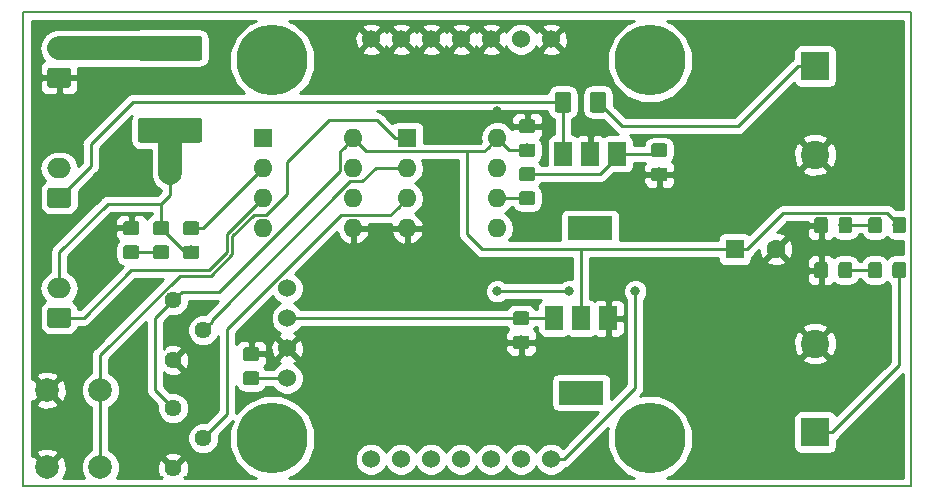
<source format=gtl>
%TF.GenerationSoftware,KiCad,Pcbnew,5.0.2+dfsg1-1*%
%TF.CreationDate,2022-03-26T23:48:49+09:00*%
%TF.ProjectId,pwm-esc,70776d2d-6573-4632-9e6b-696361645f70,rev?*%
%TF.SameCoordinates,Original*%
%TF.FileFunction,Copper,L1,Top*%
%TF.FilePolarity,Positive*%
%FSLAX46Y46*%
G04 Gerber Fmt 4.6, Leading zero omitted, Abs format (unit mm)*
G04 Created by KiCad (PCBNEW 5.0.2+dfsg1-1) date Sat 26 Mar 2022 11:48:49 PM JST*
%MOMM*%
%LPD*%
G01*
G04 APERTURE LIST*
%ADD10C,0.150000*%
%ADD11C,0.100000*%
%ADD12C,1.150000*%
%ADD13C,2.400000*%
%ADD14R,2.400000X2.400000*%
%ADD15R,1.600000X1.600000*%
%ADD16C,1.600000*%
%ADD17O,2.000000X1.700000*%
%ADD18C,1.700000*%
%ADD19R,1.500000X2.000000*%
%ADD20R,3.800000X2.000000*%
%ADD21C,1.440000*%
%ADD22C,2.000000*%
%ADD23O,1.600000X1.600000*%
%ADD24C,1.524000*%
%ADD25C,1.425000*%
%ADD26C,6.000000*%
%ADD27C,2.100000*%
%ADD28C,0.800000*%
%ADD29C,0.250000*%
%ADD30C,2.000000*%
%ADD31C,0.254000*%
G04 APERTURE END LIST*
D10*
X109728000Y-121920000D02*
X109728000Y-81788000D01*
X184912000Y-121920000D02*
X109728000Y-121920000D01*
X184912000Y-81788000D02*
X184912000Y-121920000D01*
X109728000Y-81788000D02*
X184912000Y-81788000D01*
D11*
G36*
X124426505Y-99493204D02*
X124450773Y-99496804D01*
X124474572Y-99502765D01*
X124497671Y-99511030D01*
X124519850Y-99521520D01*
X124540893Y-99534132D01*
X124560599Y-99548747D01*
X124578777Y-99565223D01*
X124595253Y-99583401D01*
X124609868Y-99603107D01*
X124622480Y-99624150D01*
X124632970Y-99646329D01*
X124641235Y-99669428D01*
X124647196Y-99693227D01*
X124650796Y-99717495D01*
X124652000Y-99741999D01*
X124652000Y-100392001D01*
X124650796Y-100416505D01*
X124647196Y-100440773D01*
X124641235Y-100464572D01*
X124632970Y-100487671D01*
X124622480Y-100509850D01*
X124609868Y-100530893D01*
X124595253Y-100550599D01*
X124578777Y-100568777D01*
X124560599Y-100585253D01*
X124540893Y-100599868D01*
X124519850Y-100612480D01*
X124497671Y-100622970D01*
X124474572Y-100631235D01*
X124450773Y-100637196D01*
X124426505Y-100640796D01*
X124402001Y-100642000D01*
X123501999Y-100642000D01*
X123477495Y-100640796D01*
X123453227Y-100637196D01*
X123429428Y-100631235D01*
X123406329Y-100622970D01*
X123384150Y-100612480D01*
X123363107Y-100599868D01*
X123343401Y-100585253D01*
X123325223Y-100568777D01*
X123308747Y-100550599D01*
X123294132Y-100530893D01*
X123281520Y-100509850D01*
X123271030Y-100487671D01*
X123262765Y-100464572D01*
X123256804Y-100440773D01*
X123253204Y-100416505D01*
X123252000Y-100392001D01*
X123252000Y-99741999D01*
X123253204Y-99717495D01*
X123256804Y-99693227D01*
X123262765Y-99669428D01*
X123271030Y-99646329D01*
X123281520Y-99624150D01*
X123294132Y-99603107D01*
X123308747Y-99583401D01*
X123325223Y-99565223D01*
X123343401Y-99548747D01*
X123363107Y-99534132D01*
X123384150Y-99521520D01*
X123406329Y-99511030D01*
X123429428Y-99502765D01*
X123453227Y-99496804D01*
X123477495Y-99493204D01*
X123501999Y-99492000D01*
X124402001Y-99492000D01*
X124426505Y-99493204D01*
X124426505Y-99493204D01*
G37*
D12*
X123952000Y-100067000D03*
D11*
G36*
X124426505Y-101543204D02*
X124450773Y-101546804D01*
X124474572Y-101552765D01*
X124497671Y-101561030D01*
X124519850Y-101571520D01*
X124540893Y-101584132D01*
X124560599Y-101598747D01*
X124578777Y-101615223D01*
X124595253Y-101633401D01*
X124609868Y-101653107D01*
X124622480Y-101674150D01*
X124632970Y-101696329D01*
X124641235Y-101719428D01*
X124647196Y-101743227D01*
X124650796Y-101767495D01*
X124652000Y-101791999D01*
X124652000Y-102442001D01*
X124650796Y-102466505D01*
X124647196Y-102490773D01*
X124641235Y-102514572D01*
X124632970Y-102537671D01*
X124622480Y-102559850D01*
X124609868Y-102580893D01*
X124595253Y-102600599D01*
X124578777Y-102618777D01*
X124560599Y-102635253D01*
X124540893Y-102649868D01*
X124519850Y-102662480D01*
X124497671Y-102672970D01*
X124474572Y-102681235D01*
X124450773Y-102687196D01*
X124426505Y-102690796D01*
X124402001Y-102692000D01*
X123501999Y-102692000D01*
X123477495Y-102690796D01*
X123453227Y-102687196D01*
X123429428Y-102681235D01*
X123406329Y-102672970D01*
X123384150Y-102662480D01*
X123363107Y-102649868D01*
X123343401Y-102635253D01*
X123325223Y-102618777D01*
X123308747Y-102600599D01*
X123294132Y-102580893D01*
X123281520Y-102559850D01*
X123271030Y-102537671D01*
X123262765Y-102514572D01*
X123256804Y-102490773D01*
X123253204Y-102466505D01*
X123252000Y-102442001D01*
X123252000Y-101791999D01*
X123253204Y-101767495D01*
X123256804Y-101743227D01*
X123262765Y-101719428D01*
X123271030Y-101696329D01*
X123281520Y-101674150D01*
X123294132Y-101653107D01*
X123308747Y-101633401D01*
X123325223Y-101615223D01*
X123343401Y-101598747D01*
X123363107Y-101584132D01*
X123384150Y-101571520D01*
X123406329Y-101561030D01*
X123429428Y-101552765D01*
X123453227Y-101546804D01*
X123477495Y-101543204D01*
X123501999Y-101542000D01*
X124402001Y-101542000D01*
X124426505Y-101543204D01*
X124426505Y-101543204D01*
G37*
D12*
X123952000Y-102117000D03*
D13*
X176784000Y-93860000D03*
D14*
X176784000Y-86360000D03*
D11*
G36*
X152366505Y-107113204D02*
X152390773Y-107116804D01*
X152414572Y-107122765D01*
X152437671Y-107131030D01*
X152459850Y-107141520D01*
X152480893Y-107154132D01*
X152500599Y-107168747D01*
X152518777Y-107185223D01*
X152535253Y-107203401D01*
X152549868Y-107223107D01*
X152562480Y-107244150D01*
X152572970Y-107266329D01*
X152581235Y-107289428D01*
X152587196Y-107313227D01*
X152590796Y-107337495D01*
X152592000Y-107361999D01*
X152592000Y-108012001D01*
X152590796Y-108036505D01*
X152587196Y-108060773D01*
X152581235Y-108084572D01*
X152572970Y-108107671D01*
X152562480Y-108129850D01*
X152549868Y-108150893D01*
X152535253Y-108170599D01*
X152518777Y-108188777D01*
X152500599Y-108205253D01*
X152480893Y-108219868D01*
X152459850Y-108232480D01*
X152437671Y-108242970D01*
X152414572Y-108251235D01*
X152390773Y-108257196D01*
X152366505Y-108260796D01*
X152342001Y-108262000D01*
X151441999Y-108262000D01*
X151417495Y-108260796D01*
X151393227Y-108257196D01*
X151369428Y-108251235D01*
X151346329Y-108242970D01*
X151324150Y-108232480D01*
X151303107Y-108219868D01*
X151283401Y-108205253D01*
X151265223Y-108188777D01*
X151248747Y-108170599D01*
X151234132Y-108150893D01*
X151221520Y-108129850D01*
X151211030Y-108107671D01*
X151202765Y-108084572D01*
X151196804Y-108060773D01*
X151193204Y-108036505D01*
X151192000Y-108012001D01*
X151192000Y-107361999D01*
X151193204Y-107337495D01*
X151196804Y-107313227D01*
X151202765Y-107289428D01*
X151211030Y-107266329D01*
X151221520Y-107244150D01*
X151234132Y-107223107D01*
X151248747Y-107203401D01*
X151265223Y-107185223D01*
X151283401Y-107168747D01*
X151303107Y-107154132D01*
X151324150Y-107141520D01*
X151346329Y-107131030D01*
X151369428Y-107122765D01*
X151393227Y-107116804D01*
X151417495Y-107113204D01*
X151441999Y-107112000D01*
X152342001Y-107112000D01*
X152366505Y-107113204D01*
X152366505Y-107113204D01*
G37*
D12*
X151892000Y-107687000D03*
D11*
G36*
X152366505Y-109163204D02*
X152390773Y-109166804D01*
X152414572Y-109172765D01*
X152437671Y-109181030D01*
X152459850Y-109191520D01*
X152480893Y-109204132D01*
X152500599Y-109218747D01*
X152518777Y-109235223D01*
X152535253Y-109253401D01*
X152549868Y-109273107D01*
X152562480Y-109294150D01*
X152572970Y-109316329D01*
X152581235Y-109339428D01*
X152587196Y-109363227D01*
X152590796Y-109387495D01*
X152592000Y-109411999D01*
X152592000Y-110062001D01*
X152590796Y-110086505D01*
X152587196Y-110110773D01*
X152581235Y-110134572D01*
X152572970Y-110157671D01*
X152562480Y-110179850D01*
X152549868Y-110200893D01*
X152535253Y-110220599D01*
X152518777Y-110238777D01*
X152500599Y-110255253D01*
X152480893Y-110269868D01*
X152459850Y-110282480D01*
X152437671Y-110292970D01*
X152414572Y-110301235D01*
X152390773Y-110307196D01*
X152366505Y-110310796D01*
X152342001Y-110312000D01*
X151441999Y-110312000D01*
X151417495Y-110310796D01*
X151393227Y-110307196D01*
X151369428Y-110301235D01*
X151346329Y-110292970D01*
X151324150Y-110282480D01*
X151303107Y-110269868D01*
X151283401Y-110255253D01*
X151265223Y-110238777D01*
X151248747Y-110220599D01*
X151234132Y-110200893D01*
X151221520Y-110179850D01*
X151211030Y-110157671D01*
X151202765Y-110134572D01*
X151196804Y-110110773D01*
X151193204Y-110086505D01*
X151192000Y-110062001D01*
X151192000Y-109411999D01*
X151193204Y-109387495D01*
X151196804Y-109363227D01*
X151202765Y-109339428D01*
X151211030Y-109316329D01*
X151221520Y-109294150D01*
X151234132Y-109273107D01*
X151248747Y-109253401D01*
X151265223Y-109235223D01*
X151283401Y-109218747D01*
X151303107Y-109204132D01*
X151324150Y-109191520D01*
X151346329Y-109181030D01*
X151369428Y-109172765D01*
X151393227Y-109166804D01*
X151417495Y-109163204D01*
X151441999Y-109162000D01*
X152342001Y-109162000D01*
X152366505Y-109163204D01*
X152366505Y-109163204D01*
G37*
D12*
X151892000Y-109737000D03*
D15*
X169982000Y-101854000D03*
D16*
X173482000Y-101854000D03*
D11*
G36*
X152874505Y-92907204D02*
X152898773Y-92910804D01*
X152922572Y-92916765D01*
X152945671Y-92925030D01*
X152967850Y-92935520D01*
X152988893Y-92948132D01*
X153008599Y-92962747D01*
X153026777Y-92979223D01*
X153043253Y-92997401D01*
X153057868Y-93017107D01*
X153070480Y-93038150D01*
X153080970Y-93060329D01*
X153089235Y-93083428D01*
X153095196Y-93107227D01*
X153098796Y-93131495D01*
X153100000Y-93155999D01*
X153100000Y-93806001D01*
X153098796Y-93830505D01*
X153095196Y-93854773D01*
X153089235Y-93878572D01*
X153080970Y-93901671D01*
X153070480Y-93923850D01*
X153057868Y-93944893D01*
X153043253Y-93964599D01*
X153026777Y-93982777D01*
X153008599Y-93999253D01*
X152988893Y-94013868D01*
X152967850Y-94026480D01*
X152945671Y-94036970D01*
X152922572Y-94045235D01*
X152898773Y-94051196D01*
X152874505Y-94054796D01*
X152850001Y-94056000D01*
X151949999Y-94056000D01*
X151925495Y-94054796D01*
X151901227Y-94051196D01*
X151877428Y-94045235D01*
X151854329Y-94036970D01*
X151832150Y-94026480D01*
X151811107Y-94013868D01*
X151791401Y-93999253D01*
X151773223Y-93982777D01*
X151756747Y-93964599D01*
X151742132Y-93944893D01*
X151729520Y-93923850D01*
X151719030Y-93901671D01*
X151710765Y-93878572D01*
X151704804Y-93854773D01*
X151701204Y-93830505D01*
X151700000Y-93806001D01*
X151700000Y-93155999D01*
X151701204Y-93131495D01*
X151704804Y-93107227D01*
X151710765Y-93083428D01*
X151719030Y-93060329D01*
X151729520Y-93038150D01*
X151742132Y-93017107D01*
X151756747Y-92997401D01*
X151773223Y-92979223D01*
X151791401Y-92962747D01*
X151811107Y-92948132D01*
X151832150Y-92935520D01*
X151854329Y-92925030D01*
X151877428Y-92916765D01*
X151901227Y-92910804D01*
X151925495Y-92907204D01*
X151949999Y-92906000D01*
X152850001Y-92906000D01*
X152874505Y-92907204D01*
X152874505Y-92907204D01*
G37*
D12*
X152400000Y-93481000D03*
D11*
G36*
X152874505Y-90857204D02*
X152898773Y-90860804D01*
X152922572Y-90866765D01*
X152945671Y-90875030D01*
X152967850Y-90885520D01*
X152988893Y-90898132D01*
X153008599Y-90912747D01*
X153026777Y-90929223D01*
X153043253Y-90947401D01*
X153057868Y-90967107D01*
X153070480Y-90988150D01*
X153080970Y-91010329D01*
X153089235Y-91033428D01*
X153095196Y-91057227D01*
X153098796Y-91081495D01*
X153100000Y-91105999D01*
X153100000Y-91756001D01*
X153098796Y-91780505D01*
X153095196Y-91804773D01*
X153089235Y-91828572D01*
X153080970Y-91851671D01*
X153070480Y-91873850D01*
X153057868Y-91894893D01*
X153043253Y-91914599D01*
X153026777Y-91932777D01*
X153008599Y-91949253D01*
X152988893Y-91963868D01*
X152967850Y-91976480D01*
X152945671Y-91986970D01*
X152922572Y-91995235D01*
X152898773Y-92001196D01*
X152874505Y-92004796D01*
X152850001Y-92006000D01*
X151949999Y-92006000D01*
X151925495Y-92004796D01*
X151901227Y-92001196D01*
X151877428Y-91995235D01*
X151854329Y-91986970D01*
X151832150Y-91976480D01*
X151811107Y-91963868D01*
X151791401Y-91949253D01*
X151773223Y-91932777D01*
X151756747Y-91914599D01*
X151742132Y-91894893D01*
X151729520Y-91873850D01*
X151719030Y-91851671D01*
X151710765Y-91828572D01*
X151704804Y-91804773D01*
X151701204Y-91780505D01*
X151700000Y-91756001D01*
X151700000Y-91105999D01*
X151701204Y-91081495D01*
X151704804Y-91057227D01*
X151710765Y-91033428D01*
X151719030Y-91010329D01*
X151729520Y-90988150D01*
X151742132Y-90967107D01*
X151756747Y-90947401D01*
X151773223Y-90929223D01*
X151791401Y-90912747D01*
X151811107Y-90898132D01*
X151832150Y-90885520D01*
X151854329Y-90875030D01*
X151877428Y-90866765D01*
X151901227Y-90860804D01*
X151925495Y-90857204D01*
X151949999Y-90856000D01*
X152850001Y-90856000D01*
X152874505Y-90857204D01*
X152874505Y-90857204D01*
G37*
D12*
X152400000Y-91431000D03*
D11*
G36*
X129506505Y-110152204D02*
X129530773Y-110155804D01*
X129554572Y-110161765D01*
X129577671Y-110170030D01*
X129599850Y-110180520D01*
X129620893Y-110193132D01*
X129640599Y-110207747D01*
X129658777Y-110224223D01*
X129675253Y-110242401D01*
X129689868Y-110262107D01*
X129702480Y-110283150D01*
X129712970Y-110305329D01*
X129721235Y-110328428D01*
X129727196Y-110352227D01*
X129730796Y-110376495D01*
X129732000Y-110400999D01*
X129732000Y-111051001D01*
X129730796Y-111075505D01*
X129727196Y-111099773D01*
X129721235Y-111123572D01*
X129712970Y-111146671D01*
X129702480Y-111168850D01*
X129689868Y-111189893D01*
X129675253Y-111209599D01*
X129658777Y-111227777D01*
X129640599Y-111244253D01*
X129620893Y-111258868D01*
X129599850Y-111271480D01*
X129577671Y-111281970D01*
X129554572Y-111290235D01*
X129530773Y-111296196D01*
X129506505Y-111299796D01*
X129482001Y-111301000D01*
X128581999Y-111301000D01*
X128557495Y-111299796D01*
X128533227Y-111296196D01*
X128509428Y-111290235D01*
X128486329Y-111281970D01*
X128464150Y-111271480D01*
X128443107Y-111258868D01*
X128423401Y-111244253D01*
X128405223Y-111227777D01*
X128388747Y-111209599D01*
X128374132Y-111189893D01*
X128361520Y-111168850D01*
X128351030Y-111146671D01*
X128342765Y-111123572D01*
X128336804Y-111099773D01*
X128333204Y-111075505D01*
X128332000Y-111051001D01*
X128332000Y-110400999D01*
X128333204Y-110376495D01*
X128336804Y-110352227D01*
X128342765Y-110328428D01*
X128351030Y-110305329D01*
X128361520Y-110283150D01*
X128374132Y-110262107D01*
X128388747Y-110242401D01*
X128405223Y-110224223D01*
X128423401Y-110207747D01*
X128443107Y-110193132D01*
X128464150Y-110180520D01*
X128486329Y-110170030D01*
X128509428Y-110161765D01*
X128533227Y-110155804D01*
X128557495Y-110152204D01*
X128581999Y-110151000D01*
X129482001Y-110151000D01*
X129506505Y-110152204D01*
X129506505Y-110152204D01*
G37*
D12*
X129032000Y-110726000D03*
D11*
G36*
X129506505Y-112202204D02*
X129530773Y-112205804D01*
X129554572Y-112211765D01*
X129577671Y-112220030D01*
X129599850Y-112230520D01*
X129620893Y-112243132D01*
X129640599Y-112257747D01*
X129658777Y-112274223D01*
X129675253Y-112292401D01*
X129689868Y-112312107D01*
X129702480Y-112333150D01*
X129712970Y-112355329D01*
X129721235Y-112378428D01*
X129727196Y-112402227D01*
X129730796Y-112426495D01*
X129732000Y-112450999D01*
X129732000Y-113101001D01*
X129730796Y-113125505D01*
X129727196Y-113149773D01*
X129721235Y-113173572D01*
X129712970Y-113196671D01*
X129702480Y-113218850D01*
X129689868Y-113239893D01*
X129675253Y-113259599D01*
X129658777Y-113277777D01*
X129640599Y-113294253D01*
X129620893Y-113308868D01*
X129599850Y-113321480D01*
X129577671Y-113331970D01*
X129554572Y-113340235D01*
X129530773Y-113346196D01*
X129506505Y-113349796D01*
X129482001Y-113351000D01*
X128581999Y-113351000D01*
X128557495Y-113349796D01*
X128533227Y-113346196D01*
X128509428Y-113340235D01*
X128486329Y-113331970D01*
X128464150Y-113321480D01*
X128443107Y-113308868D01*
X128423401Y-113294253D01*
X128405223Y-113277777D01*
X128388747Y-113259599D01*
X128374132Y-113239893D01*
X128361520Y-113218850D01*
X128351030Y-113196671D01*
X128342765Y-113173572D01*
X128336804Y-113149773D01*
X128333204Y-113125505D01*
X128332000Y-113101001D01*
X128332000Y-112450999D01*
X128333204Y-112426495D01*
X128336804Y-112402227D01*
X128342765Y-112378428D01*
X128351030Y-112355329D01*
X128361520Y-112333150D01*
X128374132Y-112312107D01*
X128388747Y-112292401D01*
X128405223Y-112274223D01*
X128423401Y-112257747D01*
X128443107Y-112243132D01*
X128464150Y-112230520D01*
X128486329Y-112220030D01*
X128509428Y-112211765D01*
X128533227Y-112205804D01*
X128557495Y-112202204D01*
X128581999Y-112201000D01*
X129482001Y-112201000D01*
X129506505Y-112202204D01*
X129506505Y-112202204D01*
G37*
D12*
X129032000Y-112776000D03*
D14*
X176784000Y-117348000D03*
D13*
X176784000Y-109848000D03*
D11*
G36*
X121886505Y-101534204D02*
X121910773Y-101537804D01*
X121934572Y-101543765D01*
X121957671Y-101552030D01*
X121979850Y-101562520D01*
X122000893Y-101575132D01*
X122020599Y-101589747D01*
X122038777Y-101606223D01*
X122055253Y-101624401D01*
X122069868Y-101644107D01*
X122082480Y-101665150D01*
X122092970Y-101687329D01*
X122101235Y-101710428D01*
X122107196Y-101734227D01*
X122110796Y-101758495D01*
X122112000Y-101782999D01*
X122112000Y-102433001D01*
X122110796Y-102457505D01*
X122107196Y-102481773D01*
X122101235Y-102505572D01*
X122092970Y-102528671D01*
X122082480Y-102550850D01*
X122069868Y-102571893D01*
X122055253Y-102591599D01*
X122038777Y-102609777D01*
X122020599Y-102626253D01*
X122000893Y-102640868D01*
X121979850Y-102653480D01*
X121957671Y-102663970D01*
X121934572Y-102672235D01*
X121910773Y-102678196D01*
X121886505Y-102681796D01*
X121862001Y-102683000D01*
X120961999Y-102683000D01*
X120937495Y-102681796D01*
X120913227Y-102678196D01*
X120889428Y-102672235D01*
X120866329Y-102663970D01*
X120844150Y-102653480D01*
X120823107Y-102640868D01*
X120803401Y-102626253D01*
X120785223Y-102609777D01*
X120768747Y-102591599D01*
X120754132Y-102571893D01*
X120741520Y-102550850D01*
X120731030Y-102528671D01*
X120722765Y-102505572D01*
X120716804Y-102481773D01*
X120713204Y-102457505D01*
X120712000Y-102433001D01*
X120712000Y-101782999D01*
X120713204Y-101758495D01*
X120716804Y-101734227D01*
X120722765Y-101710428D01*
X120731030Y-101687329D01*
X120741520Y-101665150D01*
X120754132Y-101644107D01*
X120768747Y-101624401D01*
X120785223Y-101606223D01*
X120803401Y-101589747D01*
X120823107Y-101575132D01*
X120844150Y-101562520D01*
X120866329Y-101552030D01*
X120889428Y-101543765D01*
X120913227Y-101537804D01*
X120937495Y-101534204D01*
X120961999Y-101533000D01*
X121862001Y-101533000D01*
X121886505Y-101534204D01*
X121886505Y-101534204D01*
G37*
D12*
X121412000Y-102108000D03*
D11*
G36*
X121886505Y-99484204D02*
X121910773Y-99487804D01*
X121934572Y-99493765D01*
X121957671Y-99502030D01*
X121979850Y-99512520D01*
X122000893Y-99525132D01*
X122020599Y-99539747D01*
X122038777Y-99556223D01*
X122055253Y-99574401D01*
X122069868Y-99594107D01*
X122082480Y-99615150D01*
X122092970Y-99637329D01*
X122101235Y-99660428D01*
X122107196Y-99684227D01*
X122110796Y-99708495D01*
X122112000Y-99732999D01*
X122112000Y-100383001D01*
X122110796Y-100407505D01*
X122107196Y-100431773D01*
X122101235Y-100455572D01*
X122092970Y-100478671D01*
X122082480Y-100500850D01*
X122069868Y-100521893D01*
X122055253Y-100541599D01*
X122038777Y-100559777D01*
X122020599Y-100576253D01*
X122000893Y-100590868D01*
X121979850Y-100603480D01*
X121957671Y-100613970D01*
X121934572Y-100622235D01*
X121910773Y-100628196D01*
X121886505Y-100631796D01*
X121862001Y-100633000D01*
X120961999Y-100633000D01*
X120937495Y-100631796D01*
X120913227Y-100628196D01*
X120889428Y-100622235D01*
X120866329Y-100613970D01*
X120844150Y-100603480D01*
X120823107Y-100590868D01*
X120803401Y-100576253D01*
X120785223Y-100559777D01*
X120768747Y-100541599D01*
X120754132Y-100521893D01*
X120741520Y-100500850D01*
X120731030Y-100478671D01*
X120722765Y-100455572D01*
X120716804Y-100431773D01*
X120713204Y-100407505D01*
X120712000Y-100383001D01*
X120712000Y-99732999D01*
X120713204Y-99708495D01*
X120716804Y-99684227D01*
X120722765Y-99660428D01*
X120731030Y-99637329D01*
X120741520Y-99615150D01*
X120754132Y-99594107D01*
X120768747Y-99574401D01*
X120785223Y-99556223D01*
X120803401Y-99539747D01*
X120823107Y-99525132D01*
X120844150Y-99512520D01*
X120866329Y-99502030D01*
X120889428Y-99493765D01*
X120913227Y-99487804D01*
X120937495Y-99484204D01*
X120961999Y-99483000D01*
X121862001Y-99483000D01*
X121886505Y-99484204D01*
X121886505Y-99484204D01*
G37*
D12*
X121412000Y-100058000D03*
D11*
G36*
X182204505Y-102933204D02*
X182228773Y-102936804D01*
X182252572Y-102942765D01*
X182275671Y-102951030D01*
X182297850Y-102961520D01*
X182318893Y-102974132D01*
X182338599Y-102988747D01*
X182356777Y-103005223D01*
X182373253Y-103023401D01*
X182387868Y-103043107D01*
X182400480Y-103064150D01*
X182410970Y-103086329D01*
X182419235Y-103109428D01*
X182425196Y-103133227D01*
X182428796Y-103157495D01*
X182430000Y-103181999D01*
X182430000Y-104082001D01*
X182428796Y-104106505D01*
X182425196Y-104130773D01*
X182419235Y-104154572D01*
X182410970Y-104177671D01*
X182400480Y-104199850D01*
X182387868Y-104220893D01*
X182373253Y-104240599D01*
X182356777Y-104258777D01*
X182338599Y-104275253D01*
X182318893Y-104289868D01*
X182297850Y-104302480D01*
X182275671Y-104312970D01*
X182252572Y-104321235D01*
X182228773Y-104327196D01*
X182204505Y-104330796D01*
X182180001Y-104332000D01*
X181529999Y-104332000D01*
X181505495Y-104330796D01*
X181481227Y-104327196D01*
X181457428Y-104321235D01*
X181434329Y-104312970D01*
X181412150Y-104302480D01*
X181391107Y-104289868D01*
X181371401Y-104275253D01*
X181353223Y-104258777D01*
X181336747Y-104240599D01*
X181322132Y-104220893D01*
X181309520Y-104199850D01*
X181299030Y-104177671D01*
X181290765Y-104154572D01*
X181284804Y-104130773D01*
X181281204Y-104106505D01*
X181280000Y-104082001D01*
X181280000Y-103181999D01*
X181281204Y-103157495D01*
X181284804Y-103133227D01*
X181290765Y-103109428D01*
X181299030Y-103086329D01*
X181309520Y-103064150D01*
X181322132Y-103043107D01*
X181336747Y-103023401D01*
X181353223Y-103005223D01*
X181371401Y-102988747D01*
X181391107Y-102974132D01*
X181412150Y-102961520D01*
X181434329Y-102951030D01*
X181457428Y-102942765D01*
X181481227Y-102936804D01*
X181505495Y-102933204D01*
X181529999Y-102932000D01*
X182180001Y-102932000D01*
X182204505Y-102933204D01*
X182204505Y-102933204D01*
G37*
D12*
X181855000Y-103632000D03*
D11*
G36*
X184254505Y-102933204D02*
X184278773Y-102936804D01*
X184302572Y-102942765D01*
X184325671Y-102951030D01*
X184347850Y-102961520D01*
X184368893Y-102974132D01*
X184388599Y-102988747D01*
X184406777Y-103005223D01*
X184423253Y-103023401D01*
X184437868Y-103043107D01*
X184450480Y-103064150D01*
X184460970Y-103086329D01*
X184469235Y-103109428D01*
X184475196Y-103133227D01*
X184478796Y-103157495D01*
X184480000Y-103181999D01*
X184480000Y-104082001D01*
X184478796Y-104106505D01*
X184475196Y-104130773D01*
X184469235Y-104154572D01*
X184460970Y-104177671D01*
X184450480Y-104199850D01*
X184437868Y-104220893D01*
X184423253Y-104240599D01*
X184406777Y-104258777D01*
X184388599Y-104275253D01*
X184368893Y-104289868D01*
X184347850Y-104302480D01*
X184325671Y-104312970D01*
X184302572Y-104321235D01*
X184278773Y-104327196D01*
X184254505Y-104330796D01*
X184230001Y-104332000D01*
X183579999Y-104332000D01*
X183555495Y-104330796D01*
X183531227Y-104327196D01*
X183507428Y-104321235D01*
X183484329Y-104312970D01*
X183462150Y-104302480D01*
X183441107Y-104289868D01*
X183421401Y-104275253D01*
X183403223Y-104258777D01*
X183386747Y-104240599D01*
X183372132Y-104220893D01*
X183359520Y-104199850D01*
X183349030Y-104177671D01*
X183340765Y-104154572D01*
X183334804Y-104130773D01*
X183331204Y-104106505D01*
X183330000Y-104082001D01*
X183330000Y-103181999D01*
X183331204Y-103157495D01*
X183334804Y-103133227D01*
X183340765Y-103109428D01*
X183349030Y-103086329D01*
X183359520Y-103064150D01*
X183372132Y-103043107D01*
X183386747Y-103023401D01*
X183403223Y-103005223D01*
X183421401Y-102988747D01*
X183441107Y-102974132D01*
X183462150Y-102961520D01*
X183484329Y-102951030D01*
X183507428Y-102942765D01*
X183531227Y-102936804D01*
X183555495Y-102933204D01*
X183579999Y-102932000D01*
X184230001Y-102932000D01*
X184254505Y-102933204D01*
X184254505Y-102933204D01*
G37*
D12*
X183905000Y-103632000D03*
D11*
G36*
X184263505Y-99123204D02*
X184287773Y-99126804D01*
X184311572Y-99132765D01*
X184334671Y-99141030D01*
X184356850Y-99151520D01*
X184377893Y-99164132D01*
X184397599Y-99178747D01*
X184415777Y-99195223D01*
X184432253Y-99213401D01*
X184446868Y-99233107D01*
X184459480Y-99254150D01*
X184469970Y-99276329D01*
X184478235Y-99299428D01*
X184484196Y-99323227D01*
X184487796Y-99347495D01*
X184489000Y-99371999D01*
X184489000Y-100272001D01*
X184487796Y-100296505D01*
X184484196Y-100320773D01*
X184478235Y-100344572D01*
X184469970Y-100367671D01*
X184459480Y-100389850D01*
X184446868Y-100410893D01*
X184432253Y-100430599D01*
X184415777Y-100448777D01*
X184397599Y-100465253D01*
X184377893Y-100479868D01*
X184356850Y-100492480D01*
X184334671Y-100502970D01*
X184311572Y-100511235D01*
X184287773Y-100517196D01*
X184263505Y-100520796D01*
X184239001Y-100522000D01*
X183588999Y-100522000D01*
X183564495Y-100520796D01*
X183540227Y-100517196D01*
X183516428Y-100511235D01*
X183493329Y-100502970D01*
X183471150Y-100492480D01*
X183450107Y-100479868D01*
X183430401Y-100465253D01*
X183412223Y-100448777D01*
X183395747Y-100430599D01*
X183381132Y-100410893D01*
X183368520Y-100389850D01*
X183358030Y-100367671D01*
X183349765Y-100344572D01*
X183343804Y-100320773D01*
X183340204Y-100296505D01*
X183339000Y-100272001D01*
X183339000Y-99371999D01*
X183340204Y-99347495D01*
X183343804Y-99323227D01*
X183349765Y-99299428D01*
X183358030Y-99276329D01*
X183368520Y-99254150D01*
X183381132Y-99233107D01*
X183395747Y-99213401D01*
X183412223Y-99195223D01*
X183430401Y-99178747D01*
X183450107Y-99164132D01*
X183471150Y-99151520D01*
X183493329Y-99141030D01*
X183516428Y-99132765D01*
X183540227Y-99126804D01*
X183564495Y-99123204D01*
X183588999Y-99122000D01*
X184239001Y-99122000D01*
X184263505Y-99123204D01*
X184263505Y-99123204D01*
G37*
D12*
X183914000Y-99822000D03*
D11*
G36*
X182213505Y-99123204D02*
X182237773Y-99126804D01*
X182261572Y-99132765D01*
X182284671Y-99141030D01*
X182306850Y-99151520D01*
X182327893Y-99164132D01*
X182347599Y-99178747D01*
X182365777Y-99195223D01*
X182382253Y-99213401D01*
X182396868Y-99233107D01*
X182409480Y-99254150D01*
X182419970Y-99276329D01*
X182428235Y-99299428D01*
X182434196Y-99323227D01*
X182437796Y-99347495D01*
X182439000Y-99371999D01*
X182439000Y-100272001D01*
X182437796Y-100296505D01*
X182434196Y-100320773D01*
X182428235Y-100344572D01*
X182419970Y-100367671D01*
X182409480Y-100389850D01*
X182396868Y-100410893D01*
X182382253Y-100430599D01*
X182365777Y-100448777D01*
X182347599Y-100465253D01*
X182327893Y-100479868D01*
X182306850Y-100492480D01*
X182284671Y-100502970D01*
X182261572Y-100511235D01*
X182237773Y-100517196D01*
X182213505Y-100520796D01*
X182189001Y-100522000D01*
X181538999Y-100522000D01*
X181514495Y-100520796D01*
X181490227Y-100517196D01*
X181466428Y-100511235D01*
X181443329Y-100502970D01*
X181421150Y-100492480D01*
X181400107Y-100479868D01*
X181380401Y-100465253D01*
X181362223Y-100448777D01*
X181345747Y-100430599D01*
X181331132Y-100410893D01*
X181318520Y-100389850D01*
X181308030Y-100367671D01*
X181299765Y-100344572D01*
X181293804Y-100320773D01*
X181290204Y-100296505D01*
X181289000Y-100272001D01*
X181289000Y-99371999D01*
X181290204Y-99347495D01*
X181293804Y-99323227D01*
X181299765Y-99299428D01*
X181308030Y-99276329D01*
X181318520Y-99254150D01*
X181331132Y-99233107D01*
X181345747Y-99213401D01*
X181362223Y-99195223D01*
X181380401Y-99178747D01*
X181400107Y-99164132D01*
X181421150Y-99151520D01*
X181443329Y-99141030D01*
X181466428Y-99132765D01*
X181490227Y-99126804D01*
X181514495Y-99123204D01*
X181538999Y-99122000D01*
X182189001Y-99122000D01*
X182213505Y-99123204D01*
X182213505Y-99123204D01*
G37*
D12*
X181864000Y-99822000D03*
D17*
X112776000Y-84836000D03*
D11*
G36*
X113550504Y-86487204D02*
X113574773Y-86490804D01*
X113598571Y-86496765D01*
X113621671Y-86505030D01*
X113643849Y-86515520D01*
X113664893Y-86528133D01*
X113684598Y-86542747D01*
X113702777Y-86559223D01*
X113719253Y-86577402D01*
X113733867Y-86597107D01*
X113746480Y-86618151D01*
X113756970Y-86640329D01*
X113765235Y-86663429D01*
X113771196Y-86687227D01*
X113774796Y-86711496D01*
X113776000Y-86736000D01*
X113776000Y-87936000D01*
X113774796Y-87960504D01*
X113771196Y-87984773D01*
X113765235Y-88008571D01*
X113756970Y-88031671D01*
X113746480Y-88053849D01*
X113733867Y-88074893D01*
X113719253Y-88094598D01*
X113702777Y-88112777D01*
X113684598Y-88129253D01*
X113664893Y-88143867D01*
X113643849Y-88156480D01*
X113621671Y-88166970D01*
X113598571Y-88175235D01*
X113574773Y-88181196D01*
X113550504Y-88184796D01*
X113526000Y-88186000D01*
X112026000Y-88186000D01*
X112001496Y-88184796D01*
X111977227Y-88181196D01*
X111953429Y-88175235D01*
X111930329Y-88166970D01*
X111908151Y-88156480D01*
X111887107Y-88143867D01*
X111867402Y-88129253D01*
X111849223Y-88112777D01*
X111832747Y-88094598D01*
X111818133Y-88074893D01*
X111805520Y-88053849D01*
X111795030Y-88031671D01*
X111786765Y-88008571D01*
X111780804Y-87984773D01*
X111777204Y-87960504D01*
X111776000Y-87936000D01*
X111776000Y-86736000D01*
X111777204Y-86711496D01*
X111780804Y-86687227D01*
X111786765Y-86663429D01*
X111795030Y-86640329D01*
X111805520Y-86618151D01*
X111818133Y-86597107D01*
X111832747Y-86577402D01*
X111849223Y-86559223D01*
X111867402Y-86542747D01*
X111887107Y-86528133D01*
X111908151Y-86515520D01*
X111930329Y-86505030D01*
X111953429Y-86496765D01*
X111977227Y-86490804D01*
X112001496Y-86487204D01*
X112026000Y-86486000D01*
X113526000Y-86486000D01*
X113550504Y-86487204D01*
X113550504Y-86487204D01*
G37*
D18*
X112776000Y-87336000D03*
D11*
G36*
X113550504Y-106807204D02*
X113574773Y-106810804D01*
X113598571Y-106816765D01*
X113621671Y-106825030D01*
X113643849Y-106835520D01*
X113664893Y-106848133D01*
X113684598Y-106862747D01*
X113702777Y-106879223D01*
X113719253Y-106897402D01*
X113733867Y-106917107D01*
X113746480Y-106938151D01*
X113756970Y-106960329D01*
X113765235Y-106983429D01*
X113771196Y-107007227D01*
X113774796Y-107031496D01*
X113776000Y-107056000D01*
X113776000Y-108256000D01*
X113774796Y-108280504D01*
X113771196Y-108304773D01*
X113765235Y-108328571D01*
X113756970Y-108351671D01*
X113746480Y-108373849D01*
X113733867Y-108394893D01*
X113719253Y-108414598D01*
X113702777Y-108432777D01*
X113684598Y-108449253D01*
X113664893Y-108463867D01*
X113643849Y-108476480D01*
X113621671Y-108486970D01*
X113598571Y-108495235D01*
X113574773Y-108501196D01*
X113550504Y-108504796D01*
X113526000Y-108506000D01*
X112026000Y-108506000D01*
X112001496Y-108504796D01*
X111977227Y-108501196D01*
X111953429Y-108495235D01*
X111930329Y-108486970D01*
X111908151Y-108476480D01*
X111887107Y-108463867D01*
X111867402Y-108449253D01*
X111849223Y-108432777D01*
X111832747Y-108414598D01*
X111818133Y-108394893D01*
X111805520Y-108373849D01*
X111795030Y-108351671D01*
X111786765Y-108328571D01*
X111780804Y-108304773D01*
X111777204Y-108280504D01*
X111776000Y-108256000D01*
X111776000Y-107056000D01*
X111777204Y-107031496D01*
X111780804Y-107007227D01*
X111786765Y-106983429D01*
X111795030Y-106960329D01*
X111805520Y-106938151D01*
X111818133Y-106917107D01*
X111832747Y-106897402D01*
X111849223Y-106879223D01*
X111867402Y-106862747D01*
X111887107Y-106848133D01*
X111908151Y-106835520D01*
X111930329Y-106825030D01*
X111953429Y-106816765D01*
X111977227Y-106810804D01*
X112001496Y-106807204D01*
X112026000Y-106806000D01*
X113526000Y-106806000D01*
X113550504Y-106807204D01*
X113550504Y-106807204D01*
G37*
D18*
X112776000Y-107656000D03*
D17*
X112776000Y-105156000D03*
D11*
G36*
X113550504Y-96647204D02*
X113574773Y-96650804D01*
X113598571Y-96656765D01*
X113621671Y-96665030D01*
X113643849Y-96675520D01*
X113664893Y-96688133D01*
X113684598Y-96702747D01*
X113702777Y-96719223D01*
X113719253Y-96737402D01*
X113733867Y-96757107D01*
X113746480Y-96778151D01*
X113756970Y-96800329D01*
X113765235Y-96823429D01*
X113771196Y-96847227D01*
X113774796Y-96871496D01*
X113776000Y-96896000D01*
X113776000Y-98096000D01*
X113774796Y-98120504D01*
X113771196Y-98144773D01*
X113765235Y-98168571D01*
X113756970Y-98191671D01*
X113746480Y-98213849D01*
X113733867Y-98234893D01*
X113719253Y-98254598D01*
X113702777Y-98272777D01*
X113684598Y-98289253D01*
X113664893Y-98303867D01*
X113643849Y-98316480D01*
X113621671Y-98326970D01*
X113598571Y-98335235D01*
X113574773Y-98341196D01*
X113550504Y-98344796D01*
X113526000Y-98346000D01*
X112026000Y-98346000D01*
X112001496Y-98344796D01*
X111977227Y-98341196D01*
X111953429Y-98335235D01*
X111930329Y-98326970D01*
X111908151Y-98316480D01*
X111887107Y-98303867D01*
X111867402Y-98289253D01*
X111849223Y-98272777D01*
X111832747Y-98254598D01*
X111818133Y-98234893D01*
X111805520Y-98213849D01*
X111795030Y-98191671D01*
X111786765Y-98168571D01*
X111780804Y-98144773D01*
X111777204Y-98120504D01*
X111776000Y-98096000D01*
X111776000Y-96896000D01*
X111777204Y-96871496D01*
X111780804Y-96847227D01*
X111786765Y-96823429D01*
X111795030Y-96800329D01*
X111805520Y-96778151D01*
X111818133Y-96757107D01*
X111832747Y-96737402D01*
X111849223Y-96719223D01*
X111867402Y-96702747D01*
X111887107Y-96688133D01*
X111908151Y-96675520D01*
X111930329Y-96665030D01*
X111953429Y-96656765D01*
X111977227Y-96650804D01*
X112001496Y-96647204D01*
X112026000Y-96646000D01*
X113526000Y-96646000D01*
X113550504Y-96647204D01*
X113550504Y-96647204D01*
G37*
D18*
X112776000Y-97496000D03*
D17*
X112776000Y-94996000D03*
D19*
X160048000Y-93776000D03*
X155448000Y-93776000D03*
X157748000Y-93776000D03*
D20*
X157748000Y-100076000D03*
D11*
G36*
X152874505Y-96962204D02*
X152898773Y-96965804D01*
X152922572Y-96971765D01*
X152945671Y-96980030D01*
X152967850Y-96990520D01*
X152988893Y-97003132D01*
X153008599Y-97017747D01*
X153026777Y-97034223D01*
X153043253Y-97052401D01*
X153057868Y-97072107D01*
X153070480Y-97093150D01*
X153080970Y-97115329D01*
X153089235Y-97138428D01*
X153095196Y-97162227D01*
X153098796Y-97186495D01*
X153100000Y-97210999D01*
X153100000Y-97861001D01*
X153098796Y-97885505D01*
X153095196Y-97909773D01*
X153089235Y-97933572D01*
X153080970Y-97956671D01*
X153070480Y-97978850D01*
X153057868Y-97999893D01*
X153043253Y-98019599D01*
X153026777Y-98037777D01*
X153008599Y-98054253D01*
X152988893Y-98068868D01*
X152967850Y-98081480D01*
X152945671Y-98091970D01*
X152922572Y-98100235D01*
X152898773Y-98106196D01*
X152874505Y-98109796D01*
X152850001Y-98111000D01*
X151949999Y-98111000D01*
X151925495Y-98109796D01*
X151901227Y-98106196D01*
X151877428Y-98100235D01*
X151854329Y-98091970D01*
X151832150Y-98081480D01*
X151811107Y-98068868D01*
X151791401Y-98054253D01*
X151773223Y-98037777D01*
X151756747Y-98019599D01*
X151742132Y-97999893D01*
X151729520Y-97978850D01*
X151719030Y-97956671D01*
X151710765Y-97933572D01*
X151704804Y-97909773D01*
X151701204Y-97885505D01*
X151700000Y-97861001D01*
X151700000Y-97210999D01*
X151701204Y-97186495D01*
X151704804Y-97162227D01*
X151710765Y-97138428D01*
X151719030Y-97115329D01*
X151729520Y-97093150D01*
X151742132Y-97072107D01*
X151756747Y-97052401D01*
X151773223Y-97034223D01*
X151791401Y-97017747D01*
X151811107Y-97003132D01*
X151832150Y-96990520D01*
X151854329Y-96980030D01*
X151877428Y-96971765D01*
X151901227Y-96965804D01*
X151925495Y-96962204D01*
X151949999Y-96961000D01*
X152850001Y-96961000D01*
X152874505Y-96962204D01*
X152874505Y-96962204D01*
G37*
D12*
X152400000Y-97536000D03*
D11*
G36*
X152874505Y-94912204D02*
X152898773Y-94915804D01*
X152922572Y-94921765D01*
X152945671Y-94930030D01*
X152967850Y-94940520D01*
X152988893Y-94953132D01*
X153008599Y-94967747D01*
X153026777Y-94984223D01*
X153043253Y-95002401D01*
X153057868Y-95022107D01*
X153070480Y-95043150D01*
X153080970Y-95065329D01*
X153089235Y-95088428D01*
X153095196Y-95112227D01*
X153098796Y-95136495D01*
X153100000Y-95160999D01*
X153100000Y-95811001D01*
X153098796Y-95835505D01*
X153095196Y-95859773D01*
X153089235Y-95883572D01*
X153080970Y-95906671D01*
X153070480Y-95928850D01*
X153057868Y-95949893D01*
X153043253Y-95969599D01*
X153026777Y-95987777D01*
X153008599Y-96004253D01*
X152988893Y-96018868D01*
X152967850Y-96031480D01*
X152945671Y-96041970D01*
X152922572Y-96050235D01*
X152898773Y-96056196D01*
X152874505Y-96059796D01*
X152850001Y-96061000D01*
X151949999Y-96061000D01*
X151925495Y-96059796D01*
X151901227Y-96056196D01*
X151877428Y-96050235D01*
X151854329Y-96041970D01*
X151832150Y-96031480D01*
X151811107Y-96018868D01*
X151791401Y-96004253D01*
X151773223Y-95987777D01*
X151756747Y-95969599D01*
X151742132Y-95949893D01*
X151729520Y-95928850D01*
X151719030Y-95906671D01*
X151710765Y-95883572D01*
X151704804Y-95859773D01*
X151701204Y-95835505D01*
X151700000Y-95811001D01*
X151700000Y-95160999D01*
X151701204Y-95136495D01*
X151704804Y-95112227D01*
X151710765Y-95088428D01*
X151719030Y-95065329D01*
X151729520Y-95043150D01*
X151742132Y-95022107D01*
X151756747Y-95002401D01*
X151773223Y-94984223D01*
X151791401Y-94967747D01*
X151811107Y-94953132D01*
X151832150Y-94940520D01*
X151854329Y-94930030D01*
X151877428Y-94921765D01*
X151901227Y-94915804D01*
X151925495Y-94912204D01*
X151949999Y-94911000D01*
X152850001Y-94911000D01*
X152874505Y-94912204D01*
X152874505Y-94912204D01*
G37*
D12*
X152400000Y-95486000D03*
D11*
G36*
X164050505Y-94948204D02*
X164074773Y-94951804D01*
X164098572Y-94957765D01*
X164121671Y-94966030D01*
X164143850Y-94976520D01*
X164164893Y-94989132D01*
X164184599Y-95003747D01*
X164202777Y-95020223D01*
X164219253Y-95038401D01*
X164233868Y-95058107D01*
X164246480Y-95079150D01*
X164256970Y-95101329D01*
X164265235Y-95124428D01*
X164271196Y-95148227D01*
X164274796Y-95172495D01*
X164276000Y-95196999D01*
X164276000Y-95847001D01*
X164274796Y-95871505D01*
X164271196Y-95895773D01*
X164265235Y-95919572D01*
X164256970Y-95942671D01*
X164246480Y-95964850D01*
X164233868Y-95985893D01*
X164219253Y-96005599D01*
X164202777Y-96023777D01*
X164184599Y-96040253D01*
X164164893Y-96054868D01*
X164143850Y-96067480D01*
X164121671Y-96077970D01*
X164098572Y-96086235D01*
X164074773Y-96092196D01*
X164050505Y-96095796D01*
X164026001Y-96097000D01*
X163125999Y-96097000D01*
X163101495Y-96095796D01*
X163077227Y-96092196D01*
X163053428Y-96086235D01*
X163030329Y-96077970D01*
X163008150Y-96067480D01*
X162987107Y-96054868D01*
X162967401Y-96040253D01*
X162949223Y-96023777D01*
X162932747Y-96005599D01*
X162918132Y-95985893D01*
X162905520Y-95964850D01*
X162895030Y-95942671D01*
X162886765Y-95919572D01*
X162880804Y-95895773D01*
X162877204Y-95871505D01*
X162876000Y-95847001D01*
X162876000Y-95196999D01*
X162877204Y-95172495D01*
X162880804Y-95148227D01*
X162886765Y-95124428D01*
X162895030Y-95101329D01*
X162905520Y-95079150D01*
X162918132Y-95058107D01*
X162932747Y-95038401D01*
X162949223Y-95020223D01*
X162967401Y-95003747D01*
X162987107Y-94989132D01*
X163008150Y-94976520D01*
X163030329Y-94966030D01*
X163053428Y-94957765D01*
X163077227Y-94951804D01*
X163101495Y-94948204D01*
X163125999Y-94947000D01*
X164026001Y-94947000D01*
X164050505Y-94948204D01*
X164050505Y-94948204D01*
G37*
D12*
X163576000Y-95522000D03*
D11*
G36*
X164050505Y-92898204D02*
X164074773Y-92901804D01*
X164098572Y-92907765D01*
X164121671Y-92916030D01*
X164143850Y-92926520D01*
X164164893Y-92939132D01*
X164184599Y-92953747D01*
X164202777Y-92970223D01*
X164219253Y-92988401D01*
X164233868Y-93008107D01*
X164246480Y-93029150D01*
X164256970Y-93051329D01*
X164265235Y-93074428D01*
X164271196Y-93098227D01*
X164274796Y-93122495D01*
X164276000Y-93146999D01*
X164276000Y-93797001D01*
X164274796Y-93821505D01*
X164271196Y-93845773D01*
X164265235Y-93869572D01*
X164256970Y-93892671D01*
X164246480Y-93914850D01*
X164233868Y-93935893D01*
X164219253Y-93955599D01*
X164202777Y-93973777D01*
X164184599Y-93990253D01*
X164164893Y-94004868D01*
X164143850Y-94017480D01*
X164121671Y-94027970D01*
X164098572Y-94036235D01*
X164074773Y-94042196D01*
X164050505Y-94045796D01*
X164026001Y-94047000D01*
X163125999Y-94047000D01*
X163101495Y-94045796D01*
X163077227Y-94042196D01*
X163053428Y-94036235D01*
X163030329Y-94027970D01*
X163008150Y-94017480D01*
X162987107Y-94004868D01*
X162967401Y-93990253D01*
X162949223Y-93973777D01*
X162932747Y-93955599D01*
X162918132Y-93935893D01*
X162905520Y-93914850D01*
X162895030Y-93892671D01*
X162886765Y-93869572D01*
X162880804Y-93845773D01*
X162877204Y-93821505D01*
X162876000Y-93797001D01*
X162876000Y-93146999D01*
X162877204Y-93122495D01*
X162880804Y-93098227D01*
X162886765Y-93074428D01*
X162895030Y-93051329D01*
X162905520Y-93029150D01*
X162918132Y-93008107D01*
X162932747Y-92988401D01*
X162949223Y-92970223D01*
X162967401Y-92953747D01*
X162987107Y-92939132D01*
X163008150Y-92926520D01*
X163030329Y-92916030D01*
X163053428Y-92907765D01*
X163077227Y-92901804D01*
X163101495Y-92898204D01*
X163125999Y-92897000D01*
X164026001Y-92897000D01*
X164050505Y-92898204D01*
X164050505Y-92898204D01*
G37*
D12*
X163576000Y-93472000D03*
D11*
G36*
X119346505Y-101534204D02*
X119370773Y-101537804D01*
X119394572Y-101543765D01*
X119417671Y-101552030D01*
X119439850Y-101562520D01*
X119460893Y-101575132D01*
X119480599Y-101589747D01*
X119498777Y-101606223D01*
X119515253Y-101624401D01*
X119529868Y-101644107D01*
X119542480Y-101665150D01*
X119552970Y-101687329D01*
X119561235Y-101710428D01*
X119567196Y-101734227D01*
X119570796Y-101758495D01*
X119572000Y-101782999D01*
X119572000Y-102433001D01*
X119570796Y-102457505D01*
X119567196Y-102481773D01*
X119561235Y-102505572D01*
X119552970Y-102528671D01*
X119542480Y-102550850D01*
X119529868Y-102571893D01*
X119515253Y-102591599D01*
X119498777Y-102609777D01*
X119480599Y-102626253D01*
X119460893Y-102640868D01*
X119439850Y-102653480D01*
X119417671Y-102663970D01*
X119394572Y-102672235D01*
X119370773Y-102678196D01*
X119346505Y-102681796D01*
X119322001Y-102683000D01*
X118421999Y-102683000D01*
X118397495Y-102681796D01*
X118373227Y-102678196D01*
X118349428Y-102672235D01*
X118326329Y-102663970D01*
X118304150Y-102653480D01*
X118283107Y-102640868D01*
X118263401Y-102626253D01*
X118245223Y-102609777D01*
X118228747Y-102591599D01*
X118214132Y-102571893D01*
X118201520Y-102550850D01*
X118191030Y-102528671D01*
X118182765Y-102505572D01*
X118176804Y-102481773D01*
X118173204Y-102457505D01*
X118172000Y-102433001D01*
X118172000Y-101782999D01*
X118173204Y-101758495D01*
X118176804Y-101734227D01*
X118182765Y-101710428D01*
X118191030Y-101687329D01*
X118201520Y-101665150D01*
X118214132Y-101644107D01*
X118228747Y-101624401D01*
X118245223Y-101606223D01*
X118263401Y-101589747D01*
X118283107Y-101575132D01*
X118304150Y-101562520D01*
X118326329Y-101552030D01*
X118349428Y-101543765D01*
X118373227Y-101537804D01*
X118397495Y-101534204D01*
X118421999Y-101533000D01*
X119322001Y-101533000D01*
X119346505Y-101534204D01*
X119346505Y-101534204D01*
G37*
D12*
X118872000Y-102108000D03*
D11*
G36*
X119346505Y-99484204D02*
X119370773Y-99487804D01*
X119394572Y-99493765D01*
X119417671Y-99502030D01*
X119439850Y-99512520D01*
X119460893Y-99525132D01*
X119480599Y-99539747D01*
X119498777Y-99556223D01*
X119515253Y-99574401D01*
X119529868Y-99594107D01*
X119542480Y-99615150D01*
X119552970Y-99637329D01*
X119561235Y-99660428D01*
X119567196Y-99684227D01*
X119570796Y-99708495D01*
X119572000Y-99732999D01*
X119572000Y-100383001D01*
X119570796Y-100407505D01*
X119567196Y-100431773D01*
X119561235Y-100455572D01*
X119552970Y-100478671D01*
X119542480Y-100500850D01*
X119529868Y-100521893D01*
X119515253Y-100541599D01*
X119498777Y-100559777D01*
X119480599Y-100576253D01*
X119460893Y-100590868D01*
X119439850Y-100603480D01*
X119417671Y-100613970D01*
X119394572Y-100622235D01*
X119370773Y-100628196D01*
X119346505Y-100631796D01*
X119322001Y-100633000D01*
X118421999Y-100633000D01*
X118397495Y-100631796D01*
X118373227Y-100628196D01*
X118349428Y-100622235D01*
X118326329Y-100613970D01*
X118304150Y-100603480D01*
X118283107Y-100590868D01*
X118263401Y-100576253D01*
X118245223Y-100559777D01*
X118228747Y-100541599D01*
X118214132Y-100521893D01*
X118201520Y-100500850D01*
X118191030Y-100478671D01*
X118182765Y-100455572D01*
X118176804Y-100431773D01*
X118173204Y-100407505D01*
X118172000Y-100383001D01*
X118172000Y-99732999D01*
X118173204Y-99708495D01*
X118176804Y-99684227D01*
X118182765Y-99660428D01*
X118191030Y-99637329D01*
X118201520Y-99615150D01*
X118214132Y-99594107D01*
X118228747Y-99574401D01*
X118245223Y-99556223D01*
X118263401Y-99539747D01*
X118283107Y-99525132D01*
X118304150Y-99512520D01*
X118326329Y-99502030D01*
X118349428Y-99493765D01*
X118373227Y-99487804D01*
X118397495Y-99484204D01*
X118421999Y-99483000D01*
X119322001Y-99483000D01*
X119346505Y-99484204D01*
X119346505Y-99484204D01*
G37*
D12*
X118872000Y-100058000D03*
D11*
G36*
X177632505Y-102933204D02*
X177656773Y-102936804D01*
X177680572Y-102942765D01*
X177703671Y-102951030D01*
X177725850Y-102961520D01*
X177746893Y-102974132D01*
X177766599Y-102988747D01*
X177784777Y-103005223D01*
X177801253Y-103023401D01*
X177815868Y-103043107D01*
X177828480Y-103064150D01*
X177838970Y-103086329D01*
X177847235Y-103109428D01*
X177853196Y-103133227D01*
X177856796Y-103157495D01*
X177858000Y-103181999D01*
X177858000Y-104082001D01*
X177856796Y-104106505D01*
X177853196Y-104130773D01*
X177847235Y-104154572D01*
X177838970Y-104177671D01*
X177828480Y-104199850D01*
X177815868Y-104220893D01*
X177801253Y-104240599D01*
X177784777Y-104258777D01*
X177766599Y-104275253D01*
X177746893Y-104289868D01*
X177725850Y-104302480D01*
X177703671Y-104312970D01*
X177680572Y-104321235D01*
X177656773Y-104327196D01*
X177632505Y-104330796D01*
X177608001Y-104332000D01*
X176957999Y-104332000D01*
X176933495Y-104330796D01*
X176909227Y-104327196D01*
X176885428Y-104321235D01*
X176862329Y-104312970D01*
X176840150Y-104302480D01*
X176819107Y-104289868D01*
X176799401Y-104275253D01*
X176781223Y-104258777D01*
X176764747Y-104240599D01*
X176750132Y-104220893D01*
X176737520Y-104199850D01*
X176727030Y-104177671D01*
X176718765Y-104154572D01*
X176712804Y-104130773D01*
X176709204Y-104106505D01*
X176708000Y-104082001D01*
X176708000Y-103181999D01*
X176709204Y-103157495D01*
X176712804Y-103133227D01*
X176718765Y-103109428D01*
X176727030Y-103086329D01*
X176737520Y-103064150D01*
X176750132Y-103043107D01*
X176764747Y-103023401D01*
X176781223Y-103005223D01*
X176799401Y-102988747D01*
X176819107Y-102974132D01*
X176840150Y-102961520D01*
X176862329Y-102951030D01*
X176885428Y-102942765D01*
X176909227Y-102936804D01*
X176933495Y-102933204D01*
X176957999Y-102932000D01*
X177608001Y-102932000D01*
X177632505Y-102933204D01*
X177632505Y-102933204D01*
G37*
D12*
X177283000Y-103632000D03*
D11*
G36*
X179682505Y-102933204D02*
X179706773Y-102936804D01*
X179730572Y-102942765D01*
X179753671Y-102951030D01*
X179775850Y-102961520D01*
X179796893Y-102974132D01*
X179816599Y-102988747D01*
X179834777Y-103005223D01*
X179851253Y-103023401D01*
X179865868Y-103043107D01*
X179878480Y-103064150D01*
X179888970Y-103086329D01*
X179897235Y-103109428D01*
X179903196Y-103133227D01*
X179906796Y-103157495D01*
X179908000Y-103181999D01*
X179908000Y-104082001D01*
X179906796Y-104106505D01*
X179903196Y-104130773D01*
X179897235Y-104154572D01*
X179888970Y-104177671D01*
X179878480Y-104199850D01*
X179865868Y-104220893D01*
X179851253Y-104240599D01*
X179834777Y-104258777D01*
X179816599Y-104275253D01*
X179796893Y-104289868D01*
X179775850Y-104302480D01*
X179753671Y-104312970D01*
X179730572Y-104321235D01*
X179706773Y-104327196D01*
X179682505Y-104330796D01*
X179658001Y-104332000D01*
X179007999Y-104332000D01*
X178983495Y-104330796D01*
X178959227Y-104327196D01*
X178935428Y-104321235D01*
X178912329Y-104312970D01*
X178890150Y-104302480D01*
X178869107Y-104289868D01*
X178849401Y-104275253D01*
X178831223Y-104258777D01*
X178814747Y-104240599D01*
X178800132Y-104220893D01*
X178787520Y-104199850D01*
X178777030Y-104177671D01*
X178768765Y-104154572D01*
X178762804Y-104130773D01*
X178759204Y-104106505D01*
X178758000Y-104082001D01*
X178758000Y-103181999D01*
X178759204Y-103157495D01*
X178762804Y-103133227D01*
X178768765Y-103109428D01*
X178777030Y-103086329D01*
X178787520Y-103064150D01*
X178800132Y-103043107D01*
X178814747Y-103023401D01*
X178831223Y-103005223D01*
X178849401Y-102988747D01*
X178869107Y-102974132D01*
X178890150Y-102961520D01*
X178912329Y-102951030D01*
X178935428Y-102942765D01*
X178959227Y-102936804D01*
X178983495Y-102933204D01*
X179007999Y-102932000D01*
X179658001Y-102932000D01*
X179682505Y-102933204D01*
X179682505Y-102933204D01*
G37*
D12*
X179333000Y-103632000D03*
D11*
G36*
X177641505Y-99123204D02*
X177665773Y-99126804D01*
X177689572Y-99132765D01*
X177712671Y-99141030D01*
X177734850Y-99151520D01*
X177755893Y-99164132D01*
X177775599Y-99178747D01*
X177793777Y-99195223D01*
X177810253Y-99213401D01*
X177824868Y-99233107D01*
X177837480Y-99254150D01*
X177847970Y-99276329D01*
X177856235Y-99299428D01*
X177862196Y-99323227D01*
X177865796Y-99347495D01*
X177867000Y-99371999D01*
X177867000Y-100272001D01*
X177865796Y-100296505D01*
X177862196Y-100320773D01*
X177856235Y-100344572D01*
X177847970Y-100367671D01*
X177837480Y-100389850D01*
X177824868Y-100410893D01*
X177810253Y-100430599D01*
X177793777Y-100448777D01*
X177775599Y-100465253D01*
X177755893Y-100479868D01*
X177734850Y-100492480D01*
X177712671Y-100502970D01*
X177689572Y-100511235D01*
X177665773Y-100517196D01*
X177641505Y-100520796D01*
X177617001Y-100522000D01*
X176966999Y-100522000D01*
X176942495Y-100520796D01*
X176918227Y-100517196D01*
X176894428Y-100511235D01*
X176871329Y-100502970D01*
X176849150Y-100492480D01*
X176828107Y-100479868D01*
X176808401Y-100465253D01*
X176790223Y-100448777D01*
X176773747Y-100430599D01*
X176759132Y-100410893D01*
X176746520Y-100389850D01*
X176736030Y-100367671D01*
X176727765Y-100344572D01*
X176721804Y-100320773D01*
X176718204Y-100296505D01*
X176717000Y-100272001D01*
X176717000Y-99371999D01*
X176718204Y-99347495D01*
X176721804Y-99323227D01*
X176727765Y-99299428D01*
X176736030Y-99276329D01*
X176746520Y-99254150D01*
X176759132Y-99233107D01*
X176773747Y-99213401D01*
X176790223Y-99195223D01*
X176808401Y-99178747D01*
X176828107Y-99164132D01*
X176849150Y-99151520D01*
X176871329Y-99141030D01*
X176894428Y-99132765D01*
X176918227Y-99126804D01*
X176942495Y-99123204D01*
X176966999Y-99122000D01*
X177617001Y-99122000D01*
X177641505Y-99123204D01*
X177641505Y-99123204D01*
G37*
D12*
X177292000Y-99822000D03*
D11*
G36*
X179691505Y-99123204D02*
X179715773Y-99126804D01*
X179739572Y-99132765D01*
X179762671Y-99141030D01*
X179784850Y-99151520D01*
X179805893Y-99164132D01*
X179825599Y-99178747D01*
X179843777Y-99195223D01*
X179860253Y-99213401D01*
X179874868Y-99233107D01*
X179887480Y-99254150D01*
X179897970Y-99276329D01*
X179906235Y-99299428D01*
X179912196Y-99323227D01*
X179915796Y-99347495D01*
X179917000Y-99371999D01*
X179917000Y-100272001D01*
X179915796Y-100296505D01*
X179912196Y-100320773D01*
X179906235Y-100344572D01*
X179897970Y-100367671D01*
X179887480Y-100389850D01*
X179874868Y-100410893D01*
X179860253Y-100430599D01*
X179843777Y-100448777D01*
X179825599Y-100465253D01*
X179805893Y-100479868D01*
X179784850Y-100492480D01*
X179762671Y-100502970D01*
X179739572Y-100511235D01*
X179715773Y-100517196D01*
X179691505Y-100520796D01*
X179667001Y-100522000D01*
X179016999Y-100522000D01*
X178992495Y-100520796D01*
X178968227Y-100517196D01*
X178944428Y-100511235D01*
X178921329Y-100502970D01*
X178899150Y-100492480D01*
X178878107Y-100479868D01*
X178858401Y-100465253D01*
X178840223Y-100448777D01*
X178823747Y-100430599D01*
X178809132Y-100410893D01*
X178796520Y-100389850D01*
X178786030Y-100367671D01*
X178777765Y-100344572D01*
X178771804Y-100320773D01*
X178768204Y-100296505D01*
X178767000Y-100272001D01*
X178767000Y-99371999D01*
X178768204Y-99347495D01*
X178771804Y-99323227D01*
X178777765Y-99299428D01*
X178786030Y-99276329D01*
X178796520Y-99254150D01*
X178809132Y-99233107D01*
X178823747Y-99213401D01*
X178840223Y-99195223D01*
X178858401Y-99178747D01*
X178878107Y-99164132D01*
X178899150Y-99151520D01*
X178921329Y-99141030D01*
X178944428Y-99132765D01*
X178968227Y-99126804D01*
X178992495Y-99123204D01*
X179016999Y-99122000D01*
X179667001Y-99122000D01*
X179691505Y-99123204D01*
X179691505Y-99123204D01*
G37*
D12*
X179342000Y-99822000D03*
D21*
X122428000Y-120396000D03*
X124968000Y-117856000D03*
X122428000Y-115316000D03*
X122428000Y-106172000D03*
X124968000Y-108712000D03*
X122428000Y-111252000D03*
D22*
X111760000Y-113792000D03*
X116260000Y-113792000D03*
X111760000Y-120292000D03*
X116260000Y-120292000D03*
D15*
X130048000Y-92456000D03*
D23*
X137668000Y-100076000D03*
X130048000Y-94996000D03*
X137668000Y-97536000D03*
X130048000Y-97536000D03*
X137668000Y-94996000D03*
X130048000Y-100076000D03*
X137668000Y-92456000D03*
D20*
X156972000Y-113996000D03*
D19*
X156972000Y-107696000D03*
X154672000Y-107696000D03*
X159272000Y-107696000D03*
D23*
X149860000Y-92456000D03*
X142240000Y-100076000D03*
X149860000Y-94996000D03*
X142240000Y-97536000D03*
X149860000Y-97536000D03*
X142240000Y-94996000D03*
X149860000Y-100076000D03*
D15*
X142240000Y-92456000D03*
D24*
X132080000Y-105156000D03*
X132080000Y-107696000D03*
X132080000Y-110236000D03*
X132080000Y-112776000D03*
D11*
G36*
X155917004Y-88534204D02*
X155941273Y-88537804D01*
X155965071Y-88543765D01*
X155988171Y-88552030D01*
X156010349Y-88562520D01*
X156031393Y-88575133D01*
X156051098Y-88589747D01*
X156069277Y-88606223D01*
X156085753Y-88624402D01*
X156100367Y-88644107D01*
X156112980Y-88665151D01*
X156123470Y-88687329D01*
X156131735Y-88710429D01*
X156137696Y-88734227D01*
X156141296Y-88758496D01*
X156142500Y-88783000D01*
X156142500Y-90033000D01*
X156141296Y-90057504D01*
X156137696Y-90081773D01*
X156131735Y-90105571D01*
X156123470Y-90128671D01*
X156112980Y-90150849D01*
X156100367Y-90171893D01*
X156085753Y-90191598D01*
X156069277Y-90209777D01*
X156051098Y-90226253D01*
X156031393Y-90240867D01*
X156010349Y-90253480D01*
X155988171Y-90263970D01*
X155965071Y-90272235D01*
X155941273Y-90278196D01*
X155917004Y-90281796D01*
X155892500Y-90283000D01*
X154967500Y-90283000D01*
X154942996Y-90281796D01*
X154918727Y-90278196D01*
X154894929Y-90272235D01*
X154871829Y-90263970D01*
X154849651Y-90253480D01*
X154828607Y-90240867D01*
X154808902Y-90226253D01*
X154790723Y-90209777D01*
X154774247Y-90191598D01*
X154759633Y-90171893D01*
X154747020Y-90150849D01*
X154736530Y-90128671D01*
X154728265Y-90105571D01*
X154722304Y-90081773D01*
X154718704Y-90057504D01*
X154717500Y-90033000D01*
X154717500Y-88783000D01*
X154718704Y-88758496D01*
X154722304Y-88734227D01*
X154728265Y-88710429D01*
X154736530Y-88687329D01*
X154747020Y-88665151D01*
X154759633Y-88644107D01*
X154774247Y-88624402D01*
X154790723Y-88606223D01*
X154808902Y-88589747D01*
X154828607Y-88575133D01*
X154849651Y-88562520D01*
X154871829Y-88552030D01*
X154894929Y-88543765D01*
X154918727Y-88537804D01*
X154942996Y-88534204D01*
X154967500Y-88533000D01*
X155892500Y-88533000D01*
X155917004Y-88534204D01*
X155917004Y-88534204D01*
G37*
D25*
X155430000Y-89408000D03*
D11*
G36*
X158892004Y-88534204D02*
X158916273Y-88537804D01*
X158940071Y-88543765D01*
X158963171Y-88552030D01*
X158985349Y-88562520D01*
X159006393Y-88575133D01*
X159026098Y-88589747D01*
X159044277Y-88606223D01*
X159060753Y-88624402D01*
X159075367Y-88644107D01*
X159087980Y-88665151D01*
X159098470Y-88687329D01*
X159106735Y-88710429D01*
X159112696Y-88734227D01*
X159116296Y-88758496D01*
X159117500Y-88783000D01*
X159117500Y-90033000D01*
X159116296Y-90057504D01*
X159112696Y-90081773D01*
X159106735Y-90105571D01*
X159098470Y-90128671D01*
X159087980Y-90150849D01*
X159075367Y-90171893D01*
X159060753Y-90191598D01*
X159044277Y-90209777D01*
X159026098Y-90226253D01*
X159006393Y-90240867D01*
X158985349Y-90253480D01*
X158963171Y-90263970D01*
X158940071Y-90272235D01*
X158916273Y-90278196D01*
X158892004Y-90281796D01*
X158867500Y-90283000D01*
X157942500Y-90283000D01*
X157917996Y-90281796D01*
X157893727Y-90278196D01*
X157869929Y-90272235D01*
X157846829Y-90263970D01*
X157824651Y-90253480D01*
X157803607Y-90240867D01*
X157783902Y-90226253D01*
X157765723Y-90209777D01*
X157749247Y-90191598D01*
X157734633Y-90171893D01*
X157722020Y-90150849D01*
X157711530Y-90128671D01*
X157703265Y-90105571D01*
X157697304Y-90081773D01*
X157693704Y-90057504D01*
X157692500Y-90033000D01*
X157692500Y-88783000D01*
X157693704Y-88758496D01*
X157697304Y-88734227D01*
X157703265Y-88710429D01*
X157711530Y-88687329D01*
X157722020Y-88665151D01*
X157734633Y-88644107D01*
X157749247Y-88624402D01*
X157765723Y-88606223D01*
X157783902Y-88589747D01*
X157803607Y-88575133D01*
X157824651Y-88562520D01*
X157846829Y-88552030D01*
X157869929Y-88543765D01*
X157893727Y-88537804D01*
X157917996Y-88534204D01*
X157942500Y-88533000D01*
X158867500Y-88533000D01*
X158892004Y-88534204D01*
X158892004Y-88534204D01*
G37*
D25*
X158405000Y-89408000D03*
D26*
X162810000Y-117856000D03*
X130810000Y-85856000D03*
X162810000Y-85856000D03*
X130810000Y-117856000D03*
D24*
X139190000Y-84076000D03*
X141730000Y-84076000D03*
X144270000Y-84076000D03*
X146810000Y-84076000D03*
X149350000Y-84076000D03*
X151890000Y-84076000D03*
X154430000Y-84076000D03*
X139190000Y-119636000D03*
X141730000Y-119636000D03*
X144270000Y-119636000D03*
X146810000Y-119636000D03*
X149350000Y-119636000D03*
X151890000Y-119636000D03*
X154430000Y-119636000D03*
D11*
G36*
X124673504Y-90737204D02*
X124697773Y-90740804D01*
X124721571Y-90746765D01*
X124744671Y-90755030D01*
X124766849Y-90765520D01*
X124787893Y-90778133D01*
X124807598Y-90792747D01*
X124825777Y-90809223D01*
X124842253Y-90827402D01*
X124856867Y-90847107D01*
X124869480Y-90868151D01*
X124879970Y-90890329D01*
X124888235Y-90913429D01*
X124894196Y-90937227D01*
X124897796Y-90961496D01*
X124899000Y-90986000D01*
X124899000Y-92586000D01*
X124897796Y-92610504D01*
X124894196Y-92634773D01*
X124888235Y-92658571D01*
X124879970Y-92681671D01*
X124869480Y-92703849D01*
X124856867Y-92724893D01*
X124842253Y-92744598D01*
X124825777Y-92762777D01*
X124807598Y-92779253D01*
X124787893Y-92793867D01*
X124766849Y-92806480D01*
X124744671Y-92816970D01*
X124721571Y-92825235D01*
X124697773Y-92831196D01*
X124673504Y-92834796D01*
X124649000Y-92836000D01*
X119699000Y-92836000D01*
X119674496Y-92834796D01*
X119650227Y-92831196D01*
X119626429Y-92825235D01*
X119603329Y-92816970D01*
X119581151Y-92806480D01*
X119560107Y-92793867D01*
X119540402Y-92779253D01*
X119522223Y-92762777D01*
X119505747Y-92744598D01*
X119491133Y-92724893D01*
X119478520Y-92703849D01*
X119468030Y-92681671D01*
X119459765Y-92658571D01*
X119453804Y-92634773D01*
X119450204Y-92610504D01*
X119449000Y-92586000D01*
X119449000Y-90986000D01*
X119450204Y-90961496D01*
X119453804Y-90937227D01*
X119459765Y-90913429D01*
X119468030Y-90890329D01*
X119478520Y-90868151D01*
X119491133Y-90847107D01*
X119505747Y-90827402D01*
X119522223Y-90809223D01*
X119540402Y-90792747D01*
X119560107Y-90778133D01*
X119581151Y-90765520D01*
X119603329Y-90755030D01*
X119626429Y-90746765D01*
X119650227Y-90740804D01*
X119674496Y-90737204D01*
X119699000Y-90736000D01*
X124649000Y-90736000D01*
X124673504Y-90737204D01*
X124673504Y-90737204D01*
G37*
D27*
X122174000Y-91786000D03*
D11*
G36*
X124673504Y-83787204D02*
X124697773Y-83790804D01*
X124721571Y-83796765D01*
X124744671Y-83805030D01*
X124766849Y-83815520D01*
X124787893Y-83828133D01*
X124807598Y-83842747D01*
X124825777Y-83859223D01*
X124842253Y-83877402D01*
X124856867Y-83897107D01*
X124869480Y-83918151D01*
X124879970Y-83940329D01*
X124888235Y-83963429D01*
X124894196Y-83987227D01*
X124897796Y-84011496D01*
X124899000Y-84036000D01*
X124899000Y-85636000D01*
X124897796Y-85660504D01*
X124894196Y-85684773D01*
X124888235Y-85708571D01*
X124879970Y-85731671D01*
X124869480Y-85753849D01*
X124856867Y-85774893D01*
X124842253Y-85794598D01*
X124825777Y-85812777D01*
X124807598Y-85829253D01*
X124787893Y-85843867D01*
X124766849Y-85856480D01*
X124744671Y-85866970D01*
X124721571Y-85875235D01*
X124697773Y-85881196D01*
X124673504Y-85884796D01*
X124649000Y-85886000D01*
X119699000Y-85886000D01*
X119674496Y-85884796D01*
X119650227Y-85881196D01*
X119626429Y-85875235D01*
X119603329Y-85866970D01*
X119581151Y-85856480D01*
X119560107Y-85843867D01*
X119540402Y-85829253D01*
X119522223Y-85812777D01*
X119505747Y-85794598D01*
X119491133Y-85774893D01*
X119478520Y-85753849D01*
X119468030Y-85731671D01*
X119459765Y-85708571D01*
X119453804Y-85684773D01*
X119450204Y-85660504D01*
X119449000Y-85636000D01*
X119449000Y-84036000D01*
X119450204Y-84011496D01*
X119453804Y-83987227D01*
X119459765Y-83963429D01*
X119468030Y-83940329D01*
X119478520Y-83918151D01*
X119491133Y-83897107D01*
X119505747Y-83877402D01*
X119522223Y-83859223D01*
X119540402Y-83842747D01*
X119560107Y-83828133D01*
X119581151Y-83815520D01*
X119603329Y-83805030D01*
X119626429Y-83796765D01*
X119650227Y-83790804D01*
X119674496Y-83787204D01*
X119699000Y-83786000D01*
X124649000Y-83786000D01*
X124673504Y-83787204D01*
X124673504Y-83787204D01*
G37*
D27*
X122174000Y-84836000D03*
D28*
X117094000Y-101092000D03*
X157734000Y-91694000D03*
X149860000Y-90170000D03*
D22*
X122174000Y-95377000D03*
D28*
X149860000Y-105410000D03*
X155956000Y-105410000D03*
X161544000Y-105410000D03*
D29*
X132080000Y-107696000D02*
X154672000Y-107696000D01*
X170254000Y-91440000D02*
X175334000Y-86360000D01*
X175334000Y-86360000D02*
X176784000Y-86360000D01*
X160437000Y-91440000D02*
X158405000Y-89408000D01*
X170254000Y-91440000D02*
X160437000Y-91440000D01*
X123471000Y-102117000D02*
X123952000Y-102117000D01*
X121412000Y-100058000D02*
X123471000Y-102117000D01*
X116884000Y-98000000D02*
X121412000Y-98000000D01*
X112776000Y-102108000D02*
X116884000Y-98000000D01*
X112776000Y-105156000D02*
X112776000Y-102108000D01*
X121412000Y-100058000D02*
X121412000Y-98000000D01*
D30*
X122174000Y-91786000D02*
X122174000Y-95377000D01*
D29*
X122174000Y-97238000D02*
X121412000Y-98000000D01*
X122174000Y-95377000D02*
X122174000Y-97238000D01*
X120904000Y-107696000D02*
X122428000Y-106172000D01*
X122428000Y-115316000D02*
X120904000Y-113792000D01*
X120904000Y-113792000D02*
X120904000Y-107696000D01*
X174089010Y-98796990D02*
X182888990Y-98796990D01*
X171032000Y-101854000D02*
X174089010Y-98796990D01*
X183290628Y-99198628D02*
X183914000Y-99822000D01*
X182888990Y-98796990D02*
X183290628Y-99198628D01*
X169982000Y-101854000D02*
X171032000Y-101854000D01*
X150885000Y-93481000D02*
X152400000Y-93481000D01*
X149860000Y-92456000D02*
X150885000Y-93481000D01*
X136542999Y-95246003D02*
X136542999Y-93581001D01*
X126337001Y-105452001D02*
X136542999Y-95246003D01*
X123147999Y-105452001D02*
X126337001Y-105452001D01*
X136868001Y-93255999D02*
X137668000Y-92456000D01*
X136542999Y-93581001D02*
X136868001Y-93255999D01*
X122428000Y-106172000D02*
X123147999Y-105452001D01*
X149060001Y-93255999D02*
X149860000Y-92456000D01*
X148734999Y-93581001D02*
X149060001Y-93255999D01*
X137668000Y-92456000D02*
X138793001Y-93581001D01*
X138793001Y-93581001D02*
X146812000Y-93581001D01*
X156972000Y-107446000D02*
X156972000Y-107696000D01*
X147320000Y-100584000D02*
X147320000Y-93581001D01*
X148590000Y-101854000D02*
X147320000Y-100584000D01*
X146812000Y-93581001D02*
X147320000Y-93581001D01*
X147320000Y-93581001D02*
X148734999Y-93581001D01*
X156972000Y-107696000D02*
X156972000Y-106446000D01*
X169982000Y-101854000D02*
X156972000Y-101854000D01*
X156972000Y-106446000D02*
X156972000Y-101854000D01*
X156972000Y-101854000D02*
X148590000Y-101854000D01*
X183905000Y-104432000D02*
X183905000Y-103632000D01*
X183905000Y-111677000D02*
X183905000Y-104432000D01*
X178234000Y-117348000D02*
X183905000Y-111677000D01*
X176784000Y-117348000D02*
X178234000Y-117348000D01*
X129032000Y-112776000D02*
X132080000Y-112776000D01*
X155448000Y-89426000D02*
X155430000Y-89408000D01*
X155430000Y-93758000D02*
X155448000Y-93776000D01*
X155430000Y-89408000D02*
X155430000Y-93758000D01*
X115443000Y-94829000D02*
X112776000Y-97496000D01*
X115443000Y-92964000D02*
X115443000Y-94829000D01*
X155430000Y-89408000D02*
X118999000Y-89408000D01*
X118999000Y-89408000D02*
X115443000Y-92964000D01*
X118872000Y-102108000D02*
X121412000Y-102108000D01*
X179333000Y-103632000D02*
X181855000Y-103632000D01*
X179342000Y-99822000D02*
X181864000Y-99822000D01*
D30*
X112776000Y-84836000D02*
X122174000Y-84836000D01*
D29*
X163272000Y-93776000D02*
X163576000Y-93472000D01*
X160048000Y-93776000D02*
X163272000Y-93776000D01*
X160048000Y-94026000D02*
X160048000Y-93776000D01*
X158588000Y-95486000D02*
X160048000Y-94026000D01*
X152400000Y-95486000D02*
X158588000Y-95486000D01*
X149860000Y-97536000D02*
X152400000Y-97536000D01*
X124968000Y-117856000D02*
X127000000Y-115824000D01*
X141440001Y-98335999D02*
X142240000Y-97536000D01*
X140825001Y-98950999D02*
X141440001Y-98335999D01*
X136676239Y-98950999D02*
X140825001Y-98950999D01*
X127000000Y-108627238D02*
X136676239Y-98950999D01*
X127000000Y-115824000D02*
X127000000Y-108627238D01*
X139571590Y-94996000D02*
X141108630Y-94996000D01*
X138446589Y-96121001D02*
X139571590Y-94996000D01*
X137417997Y-96121001D02*
X138446589Y-96121001D01*
X125687999Y-107850999D02*
X137417997Y-96121001D01*
X141108630Y-94996000D02*
X142240000Y-94996000D01*
X125687999Y-107992001D02*
X125687999Y-107850999D01*
X124968000Y-108712000D02*
X125687999Y-107992001D01*
X116260000Y-118877787D02*
X116260000Y-113792000D01*
X116260000Y-120292000D02*
X116260000Y-118877787D01*
X116260000Y-110793398D02*
X116260000Y-112377787D01*
X122971388Y-104082010D02*
X116260000Y-110793398D01*
X132080000Y-97169002D02*
X130298003Y-98950999D01*
X132080000Y-94488000D02*
X132080000Y-97169002D01*
X135636000Y-90932000D02*
X132080000Y-94488000D01*
X139666000Y-90932000D02*
X135636000Y-90932000D01*
X116260000Y-112377787D02*
X116260000Y-113792000D01*
X141190000Y-92456000D02*
X139666000Y-90932000D01*
X130298003Y-98950999D02*
X129269411Y-98950999D01*
X142240000Y-92456000D02*
X141190000Y-92456000D01*
X125662400Y-104082010D02*
X122971388Y-104082010D01*
X129269411Y-98950999D02*
X127450010Y-100770400D01*
X127450010Y-100770400D02*
X127450009Y-102294401D01*
X127450009Y-102294401D02*
X125662400Y-104082010D01*
X149860000Y-105410000D02*
X155956000Y-105410000D01*
X155507630Y-119636000D02*
X161544000Y-113599630D01*
X154430000Y-119636000D02*
X155507630Y-119636000D01*
X161544000Y-113599630D02*
X161544000Y-105410000D01*
X123943000Y-100058000D02*
X123952000Y-100067000D01*
X124977000Y-100067000D02*
X130048000Y-94996000D01*
X123952000Y-100067000D02*
X124977000Y-100067000D01*
X127000000Y-100584000D02*
X130048000Y-97536000D01*
X112776000Y-107656000D02*
X114848000Y-107656000D01*
X114848000Y-107656000D02*
X118872000Y-103632000D01*
X127000000Y-102108000D02*
X127000000Y-100584000D01*
X125476000Y-103632000D02*
X127000000Y-102108000D01*
X118872000Y-103632000D02*
X125476000Y-103632000D01*
D31*
G36*
X128750938Y-82774396D02*
X127728396Y-83796938D01*
X127175000Y-85132954D01*
X127175000Y-86579046D01*
X127728396Y-87915062D01*
X128461334Y-88648000D01*
X119073846Y-88648000D01*
X118998999Y-88633112D01*
X118924152Y-88648000D01*
X118924148Y-88648000D01*
X118702463Y-88692096D01*
X118702461Y-88692097D01*
X118702462Y-88692097D01*
X118514526Y-88817671D01*
X118514524Y-88817673D01*
X118451071Y-88860071D01*
X118408673Y-88923524D01*
X114958530Y-92373669D01*
X114895071Y-92416071D01*
X114727096Y-92667464D01*
X114683000Y-92889149D01*
X114683000Y-92889153D01*
X114668112Y-92964000D01*
X114683000Y-93038847D01*
X114683001Y-94514197D01*
X114400457Y-94796741D01*
X114324839Y-94416582D01*
X113996625Y-93925375D01*
X113505418Y-93597161D01*
X113072256Y-93511000D01*
X112479744Y-93511000D01*
X112046582Y-93597161D01*
X111555375Y-93925375D01*
X111227161Y-94416582D01*
X111111908Y-94996000D01*
X111227161Y-95575418D01*
X111555375Y-96066625D01*
X111619156Y-96109242D01*
X111391414Y-96261414D01*
X111196874Y-96552565D01*
X111128560Y-96896000D01*
X111128560Y-98096000D01*
X111196874Y-98439435D01*
X111391414Y-98730586D01*
X111682565Y-98925126D01*
X112026000Y-98993440D01*
X113526000Y-98993440D01*
X113869435Y-98925126D01*
X114160586Y-98730586D01*
X114355126Y-98439435D01*
X114423440Y-98096000D01*
X114423440Y-96923361D01*
X115927473Y-95419329D01*
X115990929Y-95376929D01*
X116158904Y-95125537D01*
X116203000Y-94903852D01*
X116203000Y-94903848D01*
X116217888Y-94829000D01*
X116203000Y-94754152D01*
X116203000Y-93278801D01*
X118931565Y-90550238D01*
X118869874Y-90642565D01*
X118801560Y-90986000D01*
X118801560Y-92586000D01*
X118869874Y-92929435D01*
X119064414Y-93220586D01*
X119355565Y-93415126D01*
X119699000Y-93483440D01*
X120539000Y-93483440D01*
X120539001Y-95051776D01*
X120539000Y-95051778D01*
X120539000Y-95702222D01*
X120601835Y-95853919D01*
X120633865Y-96014945D01*
X120725079Y-96151457D01*
X120787914Y-96303153D01*
X120904017Y-96419256D01*
X120995232Y-96555769D01*
X121131745Y-96646984D01*
X121247847Y-96763086D01*
X121399542Y-96825920D01*
X121414001Y-96835581D01*
X121414001Y-96923198D01*
X121097199Y-97240000D01*
X116958846Y-97240000D01*
X116883999Y-97225112D01*
X116809152Y-97240000D01*
X116809148Y-97240000D01*
X116587463Y-97284096D01*
X116587461Y-97284097D01*
X116587462Y-97284097D01*
X116399526Y-97409671D01*
X116399524Y-97409673D01*
X116336071Y-97452071D01*
X116293673Y-97515524D01*
X112291528Y-101517671D01*
X112228072Y-101560071D01*
X112185672Y-101623527D01*
X112185671Y-101623528D01*
X112060097Y-101811463D01*
X112001112Y-102108000D01*
X112016001Y-102182851D01*
X112016000Y-103777595D01*
X111555375Y-104085375D01*
X111227161Y-104576582D01*
X111111908Y-105156000D01*
X111227161Y-105735418D01*
X111555375Y-106226625D01*
X111619156Y-106269242D01*
X111391414Y-106421414D01*
X111196874Y-106712565D01*
X111128560Y-107056000D01*
X111128560Y-108256000D01*
X111196874Y-108599435D01*
X111391414Y-108890586D01*
X111682565Y-109085126D01*
X112026000Y-109153440D01*
X113526000Y-109153440D01*
X113869435Y-109085126D01*
X114160586Y-108890586D01*
X114355126Y-108599435D01*
X114391614Y-108416000D01*
X114773153Y-108416000D01*
X114848000Y-108430888D01*
X114922847Y-108416000D01*
X114922852Y-108416000D01*
X115144537Y-108371904D01*
X115395929Y-108203929D01*
X115438331Y-108140470D01*
X119186803Y-104392000D01*
X121586596Y-104392000D01*
X115775530Y-110203067D01*
X115712071Y-110245469D01*
X115544096Y-110496862D01*
X115500000Y-110718547D01*
X115500000Y-110718551D01*
X115485112Y-110793398D01*
X115500000Y-110868245D01*
X115500001Y-112302931D01*
X115500000Y-112302936D01*
X115500000Y-112337091D01*
X115333847Y-112405914D01*
X114873914Y-112865847D01*
X114625000Y-113466778D01*
X114625000Y-114117222D01*
X114873914Y-114718153D01*
X115333847Y-115178086D01*
X115500001Y-115246909D01*
X115500000Y-118837091D01*
X115333847Y-118905914D01*
X114873914Y-119365847D01*
X114625000Y-119966778D01*
X114625000Y-120617222D01*
X114870537Y-121210000D01*
X113061094Y-121210000D01*
X113179387Y-121166264D01*
X113405908Y-120556539D01*
X113381856Y-119906540D01*
X113179387Y-119417736D01*
X112912532Y-119319073D01*
X111939605Y-120292000D01*
X111953748Y-120306143D01*
X111774143Y-120485748D01*
X111760000Y-120471605D01*
X111745858Y-120485748D01*
X111566253Y-120306143D01*
X111580395Y-120292000D01*
X110607468Y-119319073D01*
X110438000Y-119381730D01*
X110438000Y-119139468D01*
X110787073Y-119139468D01*
X111760000Y-120112395D01*
X112732927Y-119139468D01*
X112634264Y-118872613D01*
X112024539Y-118646092D01*
X111374540Y-118670144D01*
X110885736Y-118872613D01*
X110787073Y-119139468D01*
X110438000Y-119139468D01*
X110438000Y-114944532D01*
X110787073Y-114944532D01*
X110885736Y-115211387D01*
X111495461Y-115437908D01*
X112145460Y-115413856D01*
X112634264Y-115211387D01*
X112732927Y-114944532D01*
X111760000Y-113971605D01*
X110787073Y-114944532D01*
X110438000Y-114944532D01*
X110438000Y-114702270D01*
X110607468Y-114764927D01*
X111580395Y-113792000D01*
X111939605Y-113792000D01*
X112912532Y-114764927D01*
X113179387Y-114666264D01*
X113405908Y-114056539D01*
X113381856Y-113406540D01*
X113179387Y-112917736D01*
X112912532Y-112819073D01*
X111939605Y-113792000D01*
X111580395Y-113792000D01*
X110607468Y-112819073D01*
X110438000Y-112881730D01*
X110438000Y-112639468D01*
X110787073Y-112639468D01*
X111760000Y-113612395D01*
X112732927Y-112639468D01*
X112634264Y-112372613D01*
X112024539Y-112146092D01*
X111374540Y-112170144D01*
X110885736Y-112372613D01*
X110787073Y-112639468D01*
X110438000Y-112639468D01*
X110438000Y-87621750D01*
X111141000Y-87621750D01*
X111141000Y-88312309D01*
X111237673Y-88545698D01*
X111416301Y-88724327D01*
X111649690Y-88821000D01*
X112490250Y-88821000D01*
X112649000Y-88662250D01*
X112649000Y-87463000D01*
X112903000Y-87463000D01*
X112903000Y-88662250D01*
X113061750Y-88821000D01*
X113902310Y-88821000D01*
X114135699Y-88724327D01*
X114314327Y-88545698D01*
X114411000Y-88312309D01*
X114411000Y-87621750D01*
X114252250Y-87463000D01*
X112903000Y-87463000D01*
X112649000Y-87463000D01*
X111299750Y-87463000D01*
X111141000Y-87621750D01*
X110438000Y-87621750D01*
X110438000Y-84836000D01*
X111108969Y-84836000D01*
X111235864Y-85473945D01*
X111522897Y-85903520D01*
X111416301Y-85947673D01*
X111237673Y-86126302D01*
X111141000Y-86359691D01*
X111141000Y-87050250D01*
X111299750Y-87209000D01*
X112649000Y-87209000D01*
X112649000Y-87189000D01*
X112903000Y-87189000D01*
X112903000Y-87209000D01*
X114252250Y-87209000D01*
X114411000Y-87050250D01*
X114411000Y-86471000D01*
X119385095Y-86471000D01*
X119699000Y-86533440D01*
X124649000Y-86533440D01*
X124992435Y-86465126D01*
X125283586Y-86270586D01*
X125478126Y-85979435D01*
X125546440Y-85636000D01*
X125546440Y-84036000D01*
X125478126Y-83692565D01*
X125283586Y-83401414D01*
X124992435Y-83206874D01*
X124649000Y-83138560D01*
X119699000Y-83138560D01*
X119385095Y-83201000D01*
X112614969Y-83201000D01*
X112138055Y-83295864D01*
X111597231Y-83657231D01*
X111235864Y-84198055D01*
X111108969Y-84836000D01*
X110438000Y-84836000D01*
X110438000Y-82498000D01*
X129418217Y-82498000D01*
X128750938Y-82774396D01*
X128750938Y-82774396D01*
G37*
X128750938Y-82774396D02*
X127728396Y-83796938D01*
X127175000Y-85132954D01*
X127175000Y-86579046D01*
X127728396Y-87915062D01*
X128461334Y-88648000D01*
X119073846Y-88648000D01*
X118998999Y-88633112D01*
X118924152Y-88648000D01*
X118924148Y-88648000D01*
X118702463Y-88692096D01*
X118702461Y-88692097D01*
X118702462Y-88692097D01*
X118514526Y-88817671D01*
X118514524Y-88817673D01*
X118451071Y-88860071D01*
X118408673Y-88923524D01*
X114958530Y-92373669D01*
X114895071Y-92416071D01*
X114727096Y-92667464D01*
X114683000Y-92889149D01*
X114683000Y-92889153D01*
X114668112Y-92964000D01*
X114683000Y-93038847D01*
X114683001Y-94514197D01*
X114400457Y-94796741D01*
X114324839Y-94416582D01*
X113996625Y-93925375D01*
X113505418Y-93597161D01*
X113072256Y-93511000D01*
X112479744Y-93511000D01*
X112046582Y-93597161D01*
X111555375Y-93925375D01*
X111227161Y-94416582D01*
X111111908Y-94996000D01*
X111227161Y-95575418D01*
X111555375Y-96066625D01*
X111619156Y-96109242D01*
X111391414Y-96261414D01*
X111196874Y-96552565D01*
X111128560Y-96896000D01*
X111128560Y-98096000D01*
X111196874Y-98439435D01*
X111391414Y-98730586D01*
X111682565Y-98925126D01*
X112026000Y-98993440D01*
X113526000Y-98993440D01*
X113869435Y-98925126D01*
X114160586Y-98730586D01*
X114355126Y-98439435D01*
X114423440Y-98096000D01*
X114423440Y-96923361D01*
X115927473Y-95419329D01*
X115990929Y-95376929D01*
X116158904Y-95125537D01*
X116203000Y-94903852D01*
X116203000Y-94903848D01*
X116217888Y-94829000D01*
X116203000Y-94754152D01*
X116203000Y-93278801D01*
X118931565Y-90550238D01*
X118869874Y-90642565D01*
X118801560Y-90986000D01*
X118801560Y-92586000D01*
X118869874Y-92929435D01*
X119064414Y-93220586D01*
X119355565Y-93415126D01*
X119699000Y-93483440D01*
X120539000Y-93483440D01*
X120539001Y-95051776D01*
X120539000Y-95051778D01*
X120539000Y-95702222D01*
X120601835Y-95853919D01*
X120633865Y-96014945D01*
X120725079Y-96151457D01*
X120787914Y-96303153D01*
X120904017Y-96419256D01*
X120995232Y-96555769D01*
X121131745Y-96646984D01*
X121247847Y-96763086D01*
X121399542Y-96825920D01*
X121414001Y-96835581D01*
X121414001Y-96923198D01*
X121097199Y-97240000D01*
X116958846Y-97240000D01*
X116883999Y-97225112D01*
X116809152Y-97240000D01*
X116809148Y-97240000D01*
X116587463Y-97284096D01*
X116587461Y-97284097D01*
X116587462Y-97284097D01*
X116399526Y-97409671D01*
X116399524Y-97409673D01*
X116336071Y-97452071D01*
X116293673Y-97515524D01*
X112291528Y-101517671D01*
X112228072Y-101560071D01*
X112185672Y-101623527D01*
X112185671Y-101623528D01*
X112060097Y-101811463D01*
X112001112Y-102108000D01*
X112016001Y-102182851D01*
X112016000Y-103777595D01*
X111555375Y-104085375D01*
X111227161Y-104576582D01*
X111111908Y-105156000D01*
X111227161Y-105735418D01*
X111555375Y-106226625D01*
X111619156Y-106269242D01*
X111391414Y-106421414D01*
X111196874Y-106712565D01*
X111128560Y-107056000D01*
X111128560Y-108256000D01*
X111196874Y-108599435D01*
X111391414Y-108890586D01*
X111682565Y-109085126D01*
X112026000Y-109153440D01*
X113526000Y-109153440D01*
X113869435Y-109085126D01*
X114160586Y-108890586D01*
X114355126Y-108599435D01*
X114391614Y-108416000D01*
X114773153Y-108416000D01*
X114848000Y-108430888D01*
X114922847Y-108416000D01*
X114922852Y-108416000D01*
X115144537Y-108371904D01*
X115395929Y-108203929D01*
X115438331Y-108140470D01*
X119186803Y-104392000D01*
X121586596Y-104392000D01*
X115775530Y-110203067D01*
X115712071Y-110245469D01*
X115544096Y-110496862D01*
X115500000Y-110718547D01*
X115500000Y-110718551D01*
X115485112Y-110793398D01*
X115500000Y-110868245D01*
X115500001Y-112302931D01*
X115500000Y-112302936D01*
X115500000Y-112337091D01*
X115333847Y-112405914D01*
X114873914Y-112865847D01*
X114625000Y-113466778D01*
X114625000Y-114117222D01*
X114873914Y-114718153D01*
X115333847Y-115178086D01*
X115500001Y-115246909D01*
X115500000Y-118837091D01*
X115333847Y-118905914D01*
X114873914Y-119365847D01*
X114625000Y-119966778D01*
X114625000Y-120617222D01*
X114870537Y-121210000D01*
X113061094Y-121210000D01*
X113179387Y-121166264D01*
X113405908Y-120556539D01*
X113381856Y-119906540D01*
X113179387Y-119417736D01*
X112912532Y-119319073D01*
X111939605Y-120292000D01*
X111953748Y-120306143D01*
X111774143Y-120485748D01*
X111760000Y-120471605D01*
X111745858Y-120485748D01*
X111566253Y-120306143D01*
X111580395Y-120292000D01*
X110607468Y-119319073D01*
X110438000Y-119381730D01*
X110438000Y-119139468D01*
X110787073Y-119139468D01*
X111760000Y-120112395D01*
X112732927Y-119139468D01*
X112634264Y-118872613D01*
X112024539Y-118646092D01*
X111374540Y-118670144D01*
X110885736Y-118872613D01*
X110787073Y-119139468D01*
X110438000Y-119139468D01*
X110438000Y-114944532D01*
X110787073Y-114944532D01*
X110885736Y-115211387D01*
X111495461Y-115437908D01*
X112145460Y-115413856D01*
X112634264Y-115211387D01*
X112732927Y-114944532D01*
X111760000Y-113971605D01*
X110787073Y-114944532D01*
X110438000Y-114944532D01*
X110438000Y-114702270D01*
X110607468Y-114764927D01*
X111580395Y-113792000D01*
X111939605Y-113792000D01*
X112912532Y-114764927D01*
X113179387Y-114666264D01*
X113405908Y-114056539D01*
X113381856Y-113406540D01*
X113179387Y-112917736D01*
X112912532Y-112819073D01*
X111939605Y-113792000D01*
X111580395Y-113792000D01*
X110607468Y-112819073D01*
X110438000Y-112881730D01*
X110438000Y-112639468D01*
X110787073Y-112639468D01*
X111760000Y-113612395D01*
X112732927Y-112639468D01*
X112634264Y-112372613D01*
X112024539Y-112146092D01*
X111374540Y-112170144D01*
X110885736Y-112372613D01*
X110787073Y-112639468D01*
X110438000Y-112639468D01*
X110438000Y-87621750D01*
X111141000Y-87621750D01*
X111141000Y-88312309D01*
X111237673Y-88545698D01*
X111416301Y-88724327D01*
X111649690Y-88821000D01*
X112490250Y-88821000D01*
X112649000Y-88662250D01*
X112649000Y-87463000D01*
X112903000Y-87463000D01*
X112903000Y-88662250D01*
X113061750Y-88821000D01*
X113902310Y-88821000D01*
X114135699Y-88724327D01*
X114314327Y-88545698D01*
X114411000Y-88312309D01*
X114411000Y-87621750D01*
X114252250Y-87463000D01*
X112903000Y-87463000D01*
X112649000Y-87463000D01*
X111299750Y-87463000D01*
X111141000Y-87621750D01*
X110438000Y-87621750D01*
X110438000Y-84836000D01*
X111108969Y-84836000D01*
X111235864Y-85473945D01*
X111522897Y-85903520D01*
X111416301Y-85947673D01*
X111237673Y-86126302D01*
X111141000Y-86359691D01*
X111141000Y-87050250D01*
X111299750Y-87209000D01*
X112649000Y-87209000D01*
X112649000Y-87189000D01*
X112903000Y-87189000D01*
X112903000Y-87209000D01*
X114252250Y-87209000D01*
X114411000Y-87050250D01*
X114411000Y-86471000D01*
X119385095Y-86471000D01*
X119699000Y-86533440D01*
X124649000Y-86533440D01*
X124992435Y-86465126D01*
X125283586Y-86270586D01*
X125478126Y-85979435D01*
X125546440Y-85636000D01*
X125546440Y-84036000D01*
X125478126Y-83692565D01*
X125283586Y-83401414D01*
X124992435Y-83206874D01*
X124649000Y-83138560D01*
X119699000Y-83138560D01*
X119385095Y-83201000D01*
X112614969Y-83201000D01*
X112138055Y-83295864D01*
X111597231Y-83657231D01*
X111235864Y-84198055D01*
X111108969Y-84836000D01*
X110438000Y-84836000D01*
X110438000Y-82498000D01*
X129418217Y-82498000D01*
X128750938Y-82774396D01*
G36*
X125203528Y-107260669D02*
X125140070Y-107303070D01*
X125104035Y-107357000D01*
X124698474Y-107357000D01*
X124200454Y-107563286D01*
X123819286Y-107944454D01*
X123613000Y-108442474D01*
X123613000Y-108981526D01*
X123819286Y-109479546D01*
X124200454Y-109860714D01*
X124698474Y-110067000D01*
X125237526Y-110067000D01*
X125735546Y-109860714D01*
X126116714Y-109479546D01*
X126240001Y-109181904D01*
X126240000Y-115509198D01*
X125245073Y-116504126D01*
X125237526Y-116501000D01*
X124698474Y-116501000D01*
X124200454Y-116707286D01*
X123819286Y-117088454D01*
X123613000Y-117586474D01*
X123613000Y-118125526D01*
X123819286Y-118623546D01*
X124200454Y-119004714D01*
X124698474Y-119211000D01*
X125237526Y-119211000D01*
X125735546Y-119004714D01*
X126116714Y-118623546D01*
X126323000Y-118125526D01*
X126323000Y-117586474D01*
X126319874Y-117578927D01*
X127464314Y-116434488D01*
X127175000Y-117132954D01*
X127175000Y-118579046D01*
X127728396Y-119915062D01*
X128750938Y-120937604D01*
X129408560Y-121210000D01*
X123421608Y-121210000D01*
X123377776Y-121166168D01*
X123615611Y-121101869D01*
X123795333Y-120593658D01*
X123766892Y-120055356D01*
X123615611Y-119690131D01*
X123377774Y-119625831D01*
X122607605Y-120396000D01*
X122621748Y-120410143D01*
X122442143Y-120589748D01*
X122428000Y-120575605D01*
X122413858Y-120589748D01*
X122234253Y-120410143D01*
X122248395Y-120396000D01*
X121478226Y-119625831D01*
X121240389Y-119690131D01*
X121060667Y-120198342D01*
X121089108Y-120736644D01*
X121240389Y-121101869D01*
X121478224Y-121166168D01*
X121434392Y-121210000D01*
X117649463Y-121210000D01*
X117895000Y-120617222D01*
X117895000Y-119966778D01*
X117679381Y-119446226D01*
X121657831Y-119446226D01*
X122428000Y-120216395D01*
X123198169Y-119446226D01*
X123133869Y-119208389D01*
X122625658Y-119028667D01*
X122087356Y-119057108D01*
X121722131Y-119208389D01*
X121657831Y-119446226D01*
X117679381Y-119446226D01*
X117646086Y-119365847D01*
X117186153Y-118905914D01*
X117020000Y-118837091D01*
X117020000Y-115246909D01*
X117186153Y-115178086D01*
X117646086Y-114718153D01*
X117895000Y-114117222D01*
X117895000Y-113466778D01*
X117646086Y-112865847D01*
X117186153Y-112405914D01*
X117020000Y-112337091D01*
X117020000Y-111108199D01*
X120144001Y-107984199D01*
X120144000Y-113717153D01*
X120129112Y-113792000D01*
X120144000Y-113866847D01*
X120144000Y-113866851D01*
X120188096Y-114088536D01*
X120356071Y-114339929D01*
X120419530Y-114382331D01*
X121076126Y-115038928D01*
X121073000Y-115046474D01*
X121073000Y-115585526D01*
X121279286Y-116083546D01*
X121660454Y-116464714D01*
X122158474Y-116671000D01*
X122697526Y-116671000D01*
X123195546Y-116464714D01*
X123576714Y-116083546D01*
X123783000Y-115585526D01*
X123783000Y-115046474D01*
X123576714Y-114548454D01*
X123195546Y-114167286D01*
X122697526Y-113961000D01*
X122158474Y-113961000D01*
X122150928Y-113964126D01*
X121664000Y-113477199D01*
X121664000Y-112224592D01*
X121722131Y-112439611D01*
X122230342Y-112619333D01*
X122768644Y-112590892D01*
X123133869Y-112439611D01*
X123198169Y-112201774D01*
X122428000Y-111431605D01*
X122413858Y-111445748D01*
X122234253Y-111266143D01*
X122248395Y-111252000D01*
X122607605Y-111252000D01*
X123377774Y-112022169D01*
X123615611Y-111957869D01*
X123795333Y-111449658D01*
X123766892Y-110911356D01*
X123615611Y-110546131D01*
X123377774Y-110481831D01*
X122607605Y-111252000D01*
X122248395Y-111252000D01*
X122234253Y-111237858D01*
X122413858Y-111058253D01*
X122428000Y-111072395D01*
X123198169Y-110302226D01*
X123133869Y-110064389D01*
X122625658Y-109884667D01*
X122087356Y-109913108D01*
X121722131Y-110064389D01*
X121664000Y-110279408D01*
X121664000Y-108010801D01*
X122150928Y-107523874D01*
X122158474Y-107527000D01*
X122697526Y-107527000D01*
X123195546Y-107320714D01*
X123576714Y-106939546D01*
X123783000Y-106441526D01*
X123783000Y-106212001D01*
X126252196Y-106212001D01*
X125203528Y-107260669D01*
X125203528Y-107260669D01*
G37*
X125203528Y-107260669D02*
X125140070Y-107303070D01*
X125104035Y-107357000D01*
X124698474Y-107357000D01*
X124200454Y-107563286D01*
X123819286Y-107944454D01*
X123613000Y-108442474D01*
X123613000Y-108981526D01*
X123819286Y-109479546D01*
X124200454Y-109860714D01*
X124698474Y-110067000D01*
X125237526Y-110067000D01*
X125735546Y-109860714D01*
X126116714Y-109479546D01*
X126240001Y-109181904D01*
X126240000Y-115509198D01*
X125245073Y-116504126D01*
X125237526Y-116501000D01*
X124698474Y-116501000D01*
X124200454Y-116707286D01*
X123819286Y-117088454D01*
X123613000Y-117586474D01*
X123613000Y-118125526D01*
X123819286Y-118623546D01*
X124200454Y-119004714D01*
X124698474Y-119211000D01*
X125237526Y-119211000D01*
X125735546Y-119004714D01*
X126116714Y-118623546D01*
X126323000Y-118125526D01*
X126323000Y-117586474D01*
X126319874Y-117578927D01*
X127464314Y-116434488D01*
X127175000Y-117132954D01*
X127175000Y-118579046D01*
X127728396Y-119915062D01*
X128750938Y-120937604D01*
X129408560Y-121210000D01*
X123421608Y-121210000D01*
X123377776Y-121166168D01*
X123615611Y-121101869D01*
X123795333Y-120593658D01*
X123766892Y-120055356D01*
X123615611Y-119690131D01*
X123377774Y-119625831D01*
X122607605Y-120396000D01*
X122621748Y-120410143D01*
X122442143Y-120589748D01*
X122428000Y-120575605D01*
X122413858Y-120589748D01*
X122234253Y-120410143D01*
X122248395Y-120396000D01*
X121478226Y-119625831D01*
X121240389Y-119690131D01*
X121060667Y-120198342D01*
X121089108Y-120736644D01*
X121240389Y-121101869D01*
X121478224Y-121166168D01*
X121434392Y-121210000D01*
X117649463Y-121210000D01*
X117895000Y-120617222D01*
X117895000Y-119966778D01*
X117679381Y-119446226D01*
X121657831Y-119446226D01*
X122428000Y-120216395D01*
X123198169Y-119446226D01*
X123133869Y-119208389D01*
X122625658Y-119028667D01*
X122087356Y-119057108D01*
X121722131Y-119208389D01*
X121657831Y-119446226D01*
X117679381Y-119446226D01*
X117646086Y-119365847D01*
X117186153Y-118905914D01*
X117020000Y-118837091D01*
X117020000Y-115246909D01*
X117186153Y-115178086D01*
X117646086Y-114718153D01*
X117895000Y-114117222D01*
X117895000Y-113466778D01*
X117646086Y-112865847D01*
X117186153Y-112405914D01*
X117020000Y-112337091D01*
X117020000Y-111108199D01*
X120144001Y-107984199D01*
X120144000Y-113717153D01*
X120129112Y-113792000D01*
X120144000Y-113866847D01*
X120144000Y-113866851D01*
X120188096Y-114088536D01*
X120356071Y-114339929D01*
X120419530Y-114382331D01*
X121076126Y-115038928D01*
X121073000Y-115046474D01*
X121073000Y-115585526D01*
X121279286Y-116083546D01*
X121660454Y-116464714D01*
X122158474Y-116671000D01*
X122697526Y-116671000D01*
X123195546Y-116464714D01*
X123576714Y-116083546D01*
X123783000Y-115585526D01*
X123783000Y-115046474D01*
X123576714Y-114548454D01*
X123195546Y-114167286D01*
X122697526Y-113961000D01*
X122158474Y-113961000D01*
X122150928Y-113964126D01*
X121664000Y-113477199D01*
X121664000Y-112224592D01*
X121722131Y-112439611D01*
X122230342Y-112619333D01*
X122768644Y-112590892D01*
X123133869Y-112439611D01*
X123198169Y-112201774D01*
X122428000Y-111431605D01*
X122413858Y-111445748D01*
X122234253Y-111266143D01*
X122248395Y-111252000D01*
X122607605Y-111252000D01*
X123377774Y-112022169D01*
X123615611Y-111957869D01*
X123795333Y-111449658D01*
X123766892Y-110911356D01*
X123615611Y-110546131D01*
X123377774Y-110481831D01*
X122607605Y-111252000D01*
X122248395Y-111252000D01*
X122234253Y-111237858D01*
X122413858Y-111058253D01*
X122428000Y-111072395D01*
X123198169Y-110302226D01*
X123133869Y-110064389D01*
X122625658Y-109884667D01*
X122087356Y-109913108D01*
X121722131Y-110064389D01*
X121664000Y-110279408D01*
X121664000Y-108010801D01*
X122150928Y-107523874D01*
X122158474Y-107527000D01*
X122697526Y-107527000D01*
X123195546Y-107320714D01*
X123576714Y-106939546D01*
X123783000Y-106441526D01*
X123783000Y-106212001D01*
X126252196Y-106212001D01*
X125203528Y-107260669D01*
G36*
X176240750Y-99695000D02*
X177165000Y-99695000D01*
X177165000Y-99675000D01*
X177419000Y-99675000D01*
X177419000Y-99695000D01*
X177439000Y-99695000D01*
X177439000Y-99949000D01*
X177419000Y-99949000D01*
X177419000Y-100998250D01*
X177577750Y-101157000D01*
X177993309Y-101157000D01*
X178226698Y-101060327D01*
X178381623Y-100905403D01*
X178382414Y-100906586D01*
X178673564Y-101101127D01*
X179016999Y-101169440D01*
X179667001Y-101169440D01*
X180010436Y-101101127D01*
X180301586Y-100906586D01*
X180496127Y-100615436D01*
X180502778Y-100582000D01*
X180703222Y-100582000D01*
X180709873Y-100615436D01*
X180904414Y-100906586D01*
X181195564Y-101101127D01*
X181538999Y-101169440D01*
X182189001Y-101169440D01*
X182532436Y-101101127D01*
X182823586Y-100906586D01*
X182889000Y-100808687D01*
X182954414Y-100906586D01*
X183245564Y-101101127D01*
X183588999Y-101169440D01*
X184202000Y-101169440D01*
X184202001Y-102284560D01*
X183579999Y-102284560D01*
X183236564Y-102352873D01*
X182945414Y-102547414D01*
X182880000Y-102645313D01*
X182814586Y-102547414D01*
X182523436Y-102352873D01*
X182180001Y-102284560D01*
X181529999Y-102284560D01*
X181186564Y-102352873D01*
X180895414Y-102547414D01*
X180700873Y-102838564D01*
X180694222Y-102872000D01*
X180493778Y-102872000D01*
X180487127Y-102838564D01*
X180292586Y-102547414D01*
X180001436Y-102352873D01*
X179658001Y-102284560D01*
X179007999Y-102284560D01*
X178664564Y-102352873D01*
X178373414Y-102547414D01*
X178372623Y-102548597D01*
X178217698Y-102393673D01*
X177984309Y-102297000D01*
X177568750Y-102297000D01*
X177410000Y-102455750D01*
X177410000Y-103505000D01*
X177430000Y-103505000D01*
X177430000Y-103759000D01*
X177410000Y-103759000D01*
X177410000Y-104808250D01*
X177568750Y-104967000D01*
X177984309Y-104967000D01*
X178217698Y-104870327D01*
X178372623Y-104715403D01*
X178373414Y-104716586D01*
X178664564Y-104911127D01*
X179007999Y-104979440D01*
X179658001Y-104979440D01*
X180001436Y-104911127D01*
X180292586Y-104716586D01*
X180487127Y-104425436D01*
X180493778Y-104392000D01*
X180694222Y-104392000D01*
X180700873Y-104425436D01*
X180895414Y-104716586D01*
X181186564Y-104911127D01*
X181529999Y-104979440D01*
X182180001Y-104979440D01*
X182523436Y-104911127D01*
X182814586Y-104716586D01*
X182880000Y-104618687D01*
X182945414Y-104716586D01*
X183145001Y-104849946D01*
X183145000Y-111362198D01*
X178586273Y-115920926D01*
X178582157Y-115900235D01*
X178441809Y-115690191D01*
X178231765Y-115549843D01*
X177984000Y-115500560D01*
X175584000Y-115500560D01*
X175336235Y-115549843D01*
X175126191Y-115690191D01*
X174985843Y-115900235D01*
X174936560Y-116148000D01*
X174936560Y-118548000D01*
X174985843Y-118795765D01*
X175126191Y-119005809D01*
X175336235Y-119146157D01*
X175584000Y-119195440D01*
X177984000Y-119195440D01*
X178231765Y-119146157D01*
X178441809Y-119005809D01*
X178582157Y-118795765D01*
X178631440Y-118548000D01*
X178631440Y-117996483D01*
X178781929Y-117895929D01*
X178824331Y-117832470D01*
X184202001Y-112454801D01*
X184202001Y-121210000D01*
X164211440Y-121210000D01*
X164869062Y-120937604D01*
X165891604Y-119915062D01*
X166445000Y-118579046D01*
X166445000Y-117132954D01*
X165891604Y-115796938D01*
X164869062Y-114774396D01*
X163533046Y-114221000D01*
X162086954Y-114221000D01*
X161934132Y-114284301D01*
X162028476Y-114189957D01*
X162091929Y-114147559D01*
X162134327Y-114084106D01*
X162134329Y-114084104D01*
X162218102Y-113958728D01*
X162259904Y-113896167D01*
X162304000Y-113674482D01*
X162304000Y-113674478D01*
X162318888Y-113599631D01*
X162304000Y-113524784D01*
X162304000Y-111145175D01*
X175666430Y-111145175D01*
X175789565Y-111432788D01*
X176471734Y-111692707D01*
X177201443Y-111671786D01*
X177778435Y-111432788D01*
X177901570Y-111145175D01*
X176784000Y-110027605D01*
X175666430Y-111145175D01*
X162304000Y-111145175D01*
X162304000Y-109535734D01*
X174939293Y-109535734D01*
X174960214Y-110265443D01*
X175199212Y-110842435D01*
X175486825Y-110965570D01*
X176604395Y-109848000D01*
X176963605Y-109848000D01*
X178081175Y-110965570D01*
X178368788Y-110842435D01*
X178628707Y-110160266D01*
X178607786Y-109430557D01*
X178368788Y-108853565D01*
X178081175Y-108730430D01*
X176963605Y-109848000D01*
X176604395Y-109848000D01*
X175486825Y-108730430D01*
X175199212Y-108853565D01*
X174939293Y-109535734D01*
X162304000Y-109535734D01*
X162304000Y-108550825D01*
X175666430Y-108550825D01*
X176784000Y-109668395D01*
X177901570Y-108550825D01*
X177778435Y-108263212D01*
X177096266Y-108003293D01*
X176366557Y-108024214D01*
X175789565Y-108263212D01*
X175666430Y-108550825D01*
X162304000Y-108550825D01*
X162304000Y-106113711D01*
X162421431Y-105996280D01*
X162579000Y-105615874D01*
X162579000Y-105204126D01*
X162421431Y-104823720D01*
X162130280Y-104532569D01*
X161749874Y-104375000D01*
X161338126Y-104375000D01*
X160957720Y-104532569D01*
X160666569Y-104823720D01*
X160509000Y-105204126D01*
X160509000Y-105615874D01*
X160666569Y-105996280D01*
X160784001Y-106113712D01*
X160784000Y-113284827D01*
X159519440Y-114549388D01*
X159519440Y-112996000D01*
X159470157Y-112748235D01*
X159329809Y-112538191D01*
X159119765Y-112397843D01*
X158872000Y-112348560D01*
X155072000Y-112348560D01*
X154824235Y-112397843D01*
X154614191Y-112538191D01*
X154473843Y-112748235D01*
X154424560Y-112996000D01*
X154424560Y-114996000D01*
X154473843Y-115243765D01*
X154614191Y-115453809D01*
X154824235Y-115594157D01*
X155072000Y-115643440D01*
X158425388Y-115643440D01*
X155419243Y-118649586D01*
X155221337Y-118451680D01*
X154707881Y-118239000D01*
X154152119Y-118239000D01*
X153638663Y-118451680D01*
X153245680Y-118844663D01*
X153160000Y-119051513D01*
X153074320Y-118844663D01*
X152681337Y-118451680D01*
X152167881Y-118239000D01*
X151612119Y-118239000D01*
X151098663Y-118451680D01*
X150705680Y-118844663D01*
X150620000Y-119051513D01*
X150534320Y-118844663D01*
X150141337Y-118451680D01*
X149627881Y-118239000D01*
X149072119Y-118239000D01*
X148558663Y-118451680D01*
X148165680Y-118844663D01*
X148080000Y-119051513D01*
X147994320Y-118844663D01*
X147601337Y-118451680D01*
X147087881Y-118239000D01*
X146532119Y-118239000D01*
X146018663Y-118451680D01*
X145625680Y-118844663D01*
X145540000Y-119051513D01*
X145454320Y-118844663D01*
X145061337Y-118451680D01*
X144547881Y-118239000D01*
X143992119Y-118239000D01*
X143478663Y-118451680D01*
X143085680Y-118844663D01*
X143000000Y-119051513D01*
X142914320Y-118844663D01*
X142521337Y-118451680D01*
X142007881Y-118239000D01*
X141452119Y-118239000D01*
X140938663Y-118451680D01*
X140545680Y-118844663D01*
X140460000Y-119051513D01*
X140374320Y-118844663D01*
X139981337Y-118451680D01*
X139467881Y-118239000D01*
X138912119Y-118239000D01*
X138398663Y-118451680D01*
X138005680Y-118844663D01*
X137793000Y-119358119D01*
X137793000Y-119913881D01*
X138005680Y-120427337D01*
X138398663Y-120820320D01*
X138912119Y-121033000D01*
X139467881Y-121033000D01*
X139981337Y-120820320D01*
X140374320Y-120427337D01*
X140460000Y-120220487D01*
X140545680Y-120427337D01*
X140938663Y-120820320D01*
X141452119Y-121033000D01*
X142007881Y-121033000D01*
X142521337Y-120820320D01*
X142914320Y-120427337D01*
X143000000Y-120220487D01*
X143085680Y-120427337D01*
X143478663Y-120820320D01*
X143992119Y-121033000D01*
X144547881Y-121033000D01*
X145061337Y-120820320D01*
X145454320Y-120427337D01*
X145540000Y-120220487D01*
X145625680Y-120427337D01*
X146018663Y-120820320D01*
X146532119Y-121033000D01*
X147087881Y-121033000D01*
X147601337Y-120820320D01*
X147994320Y-120427337D01*
X148080000Y-120220487D01*
X148165680Y-120427337D01*
X148558663Y-120820320D01*
X149072119Y-121033000D01*
X149627881Y-121033000D01*
X150141337Y-120820320D01*
X150534320Y-120427337D01*
X150620000Y-120220487D01*
X150705680Y-120427337D01*
X151098663Y-120820320D01*
X151612119Y-121033000D01*
X152167881Y-121033000D01*
X152681337Y-120820320D01*
X153074320Y-120427337D01*
X153160000Y-120220487D01*
X153245680Y-120427337D01*
X153638663Y-120820320D01*
X154152119Y-121033000D01*
X154707881Y-121033000D01*
X155221337Y-120820320D01*
X155614320Y-120427337D01*
X155631324Y-120386285D01*
X155804167Y-120351904D01*
X156055559Y-120183929D01*
X156097961Y-120120470D01*
X159238302Y-116980130D01*
X159175000Y-117132954D01*
X159175000Y-118579046D01*
X159728396Y-119915062D01*
X160750938Y-120937604D01*
X161408560Y-121210000D01*
X132211440Y-121210000D01*
X132869062Y-120937604D01*
X133891604Y-119915062D01*
X134445000Y-118579046D01*
X134445000Y-117132954D01*
X133891604Y-115796938D01*
X132869062Y-114774396D01*
X131533046Y-114221000D01*
X130086954Y-114221000D01*
X128750938Y-114774396D01*
X127762685Y-115762649D01*
X127760000Y-115749153D01*
X127760000Y-113455102D01*
X127947414Y-113735586D01*
X128238564Y-113930127D01*
X128581999Y-113998440D01*
X129482001Y-113998440D01*
X129825436Y-113930127D01*
X130116586Y-113735586D01*
X130249946Y-113536000D01*
X130882700Y-113536000D01*
X130895680Y-113567337D01*
X131288663Y-113960320D01*
X131802119Y-114173000D01*
X132357881Y-114173000D01*
X132871337Y-113960320D01*
X133264320Y-113567337D01*
X133477000Y-113053881D01*
X133477000Y-112498119D01*
X133264320Y-111984663D01*
X132871337Y-111591680D01*
X132680353Y-111512572D01*
X132811143Y-111458397D01*
X132880608Y-111216213D01*
X132080000Y-110415605D01*
X131279392Y-111216213D01*
X131348857Y-111458397D01*
X131489393Y-111508535D01*
X131288663Y-111591680D01*
X130895680Y-111984663D01*
X130882700Y-112016000D01*
X130249946Y-112016000D01*
X130116586Y-111816414D01*
X130115403Y-111815623D01*
X130270327Y-111660698D01*
X130367000Y-111427309D01*
X130367000Y-111011750D01*
X130208250Y-110853000D01*
X129159000Y-110853000D01*
X129159000Y-110873000D01*
X128905000Y-110873000D01*
X128905000Y-110853000D01*
X128885000Y-110853000D01*
X128885000Y-110599000D01*
X128905000Y-110599000D01*
X128905000Y-109674750D01*
X129159000Y-109674750D01*
X129159000Y-110599000D01*
X130208250Y-110599000D01*
X130367000Y-110440250D01*
X130367000Y-110028302D01*
X130670856Y-110028302D01*
X130698638Y-110583368D01*
X130857603Y-110967143D01*
X131099787Y-111036608D01*
X131900395Y-110236000D01*
X132259605Y-110236000D01*
X133060213Y-111036608D01*
X133302397Y-110967143D01*
X133489144Y-110443698D01*
X133468075Y-110022750D01*
X150557000Y-110022750D01*
X150557000Y-110438309D01*
X150653673Y-110671698D01*
X150832301Y-110850327D01*
X151065690Y-110947000D01*
X151606250Y-110947000D01*
X151765000Y-110788250D01*
X151765000Y-109864000D01*
X152019000Y-109864000D01*
X152019000Y-110788250D01*
X152177750Y-110947000D01*
X152718310Y-110947000D01*
X152951699Y-110850327D01*
X153130327Y-110671698D01*
X153227000Y-110438309D01*
X153227000Y-110022750D01*
X153068250Y-109864000D01*
X152019000Y-109864000D01*
X151765000Y-109864000D01*
X150715750Y-109864000D01*
X150557000Y-110022750D01*
X133468075Y-110022750D01*
X133461362Y-109888632D01*
X133302397Y-109504857D01*
X133060213Y-109435392D01*
X132259605Y-110236000D01*
X131900395Y-110236000D01*
X131099787Y-109435392D01*
X130857603Y-109504857D01*
X130670856Y-110028302D01*
X130367000Y-110028302D01*
X130367000Y-110024691D01*
X130270327Y-109791302D01*
X130091699Y-109612673D01*
X129858310Y-109516000D01*
X129317750Y-109516000D01*
X129159000Y-109674750D01*
X128905000Y-109674750D01*
X128746250Y-109516000D01*
X128205690Y-109516000D01*
X127972301Y-109612673D01*
X127793673Y-109791302D01*
X127760000Y-109872596D01*
X127760000Y-108942039D01*
X130854389Y-105847651D01*
X130895680Y-105947337D01*
X131288663Y-106340320D01*
X131495513Y-106426000D01*
X131288663Y-106511680D01*
X130895680Y-106904663D01*
X130683000Y-107418119D01*
X130683000Y-107973881D01*
X130895680Y-108487337D01*
X131288663Y-108880320D01*
X131479647Y-108959428D01*
X131348857Y-109013603D01*
X131279392Y-109255787D01*
X132080000Y-110056395D01*
X132880608Y-109255787D01*
X132811143Y-109013603D01*
X132670607Y-108963465D01*
X132871337Y-108880320D01*
X133264320Y-108487337D01*
X133277300Y-108456000D01*
X150680068Y-108456000D01*
X150807414Y-108646586D01*
X150808597Y-108647377D01*
X150653673Y-108802302D01*
X150557000Y-109035691D01*
X150557000Y-109451250D01*
X150715750Y-109610000D01*
X151765000Y-109610000D01*
X151765000Y-109590000D01*
X152019000Y-109590000D01*
X152019000Y-109610000D01*
X153068250Y-109610000D01*
X153227000Y-109451250D01*
X153227000Y-109035691D01*
X153130327Y-108802302D01*
X152975403Y-108647377D01*
X152976586Y-108646586D01*
X153103932Y-108456000D01*
X153274560Y-108456000D01*
X153274560Y-108696000D01*
X153323843Y-108943765D01*
X153464191Y-109153809D01*
X153674235Y-109294157D01*
X153922000Y-109343440D01*
X155422000Y-109343440D01*
X155669765Y-109294157D01*
X155822000Y-109192436D01*
X155974235Y-109294157D01*
X156222000Y-109343440D01*
X157722000Y-109343440D01*
X157969765Y-109294157D01*
X158121047Y-109193073D01*
X158162301Y-109234327D01*
X158395690Y-109331000D01*
X158986250Y-109331000D01*
X159145000Y-109172250D01*
X159145000Y-107823000D01*
X159399000Y-107823000D01*
X159399000Y-109172250D01*
X159557750Y-109331000D01*
X160148310Y-109331000D01*
X160381699Y-109234327D01*
X160560327Y-109055698D01*
X160657000Y-108822309D01*
X160657000Y-107981750D01*
X160498250Y-107823000D01*
X159399000Y-107823000D01*
X159145000Y-107823000D01*
X159125000Y-107823000D01*
X159125000Y-107569000D01*
X159145000Y-107569000D01*
X159145000Y-106219750D01*
X159399000Y-106219750D01*
X159399000Y-107569000D01*
X160498250Y-107569000D01*
X160657000Y-107410250D01*
X160657000Y-106569691D01*
X160560327Y-106336302D01*
X160381699Y-106157673D01*
X160148310Y-106061000D01*
X159557750Y-106061000D01*
X159399000Y-106219750D01*
X159145000Y-106219750D01*
X158986250Y-106061000D01*
X158395690Y-106061000D01*
X158162301Y-106157673D01*
X158121047Y-106198927D01*
X157969765Y-106097843D01*
X157732000Y-106050549D01*
X157732000Y-103917750D01*
X176073000Y-103917750D01*
X176073000Y-104458310D01*
X176169673Y-104691699D01*
X176348302Y-104870327D01*
X176581691Y-104967000D01*
X176997250Y-104967000D01*
X177156000Y-104808250D01*
X177156000Y-103759000D01*
X176231750Y-103759000D01*
X176073000Y-103917750D01*
X157732000Y-103917750D01*
X157732000Y-102614000D01*
X168534560Y-102614000D01*
X168534560Y-102654000D01*
X168583843Y-102901765D01*
X168724191Y-103111809D01*
X168934235Y-103252157D01*
X169182000Y-103301440D01*
X170782000Y-103301440D01*
X171029765Y-103252157D01*
X171239809Y-103111809D01*
X171380157Y-102901765D01*
X171388117Y-102861745D01*
X172653861Y-102861745D01*
X172727995Y-103107864D01*
X173265223Y-103300965D01*
X173835454Y-103273778D01*
X174236005Y-103107864D01*
X174310139Y-102861745D01*
X174254085Y-102805690D01*
X176073000Y-102805690D01*
X176073000Y-103346250D01*
X176231750Y-103505000D01*
X177156000Y-103505000D01*
X177156000Y-102455750D01*
X176997250Y-102297000D01*
X176581691Y-102297000D01*
X176348302Y-102393673D01*
X176169673Y-102572301D01*
X176073000Y-102805690D01*
X174254085Y-102805690D01*
X173482000Y-102033605D01*
X172653861Y-102861745D01*
X171388117Y-102861745D01*
X171429440Y-102654000D01*
X171429440Y-102502483D01*
X171579929Y-102401929D01*
X171622331Y-102338470D01*
X172048166Y-101912635D01*
X172062222Y-102207454D01*
X172228136Y-102608005D01*
X172474255Y-102682139D01*
X173302395Y-101854000D01*
X173661605Y-101854000D01*
X174489745Y-102682139D01*
X174735864Y-102608005D01*
X174928965Y-102070777D01*
X174901778Y-101500546D01*
X174735864Y-101099995D01*
X174489745Y-101025861D01*
X173661605Y-101854000D01*
X173302395Y-101854000D01*
X173288252Y-101839858D01*
X173467858Y-101660252D01*
X173482000Y-101674395D01*
X174310139Y-100846255D01*
X174236005Y-100600136D01*
X173698777Y-100407035D01*
X173546507Y-100414295D01*
X173853052Y-100107750D01*
X176082000Y-100107750D01*
X176082000Y-100648310D01*
X176178673Y-100881699D01*
X176357302Y-101060327D01*
X176590691Y-101157000D01*
X177006250Y-101157000D01*
X177165000Y-100998250D01*
X177165000Y-99949000D01*
X176240750Y-99949000D01*
X176082000Y-100107750D01*
X173853052Y-100107750D01*
X174403812Y-99556990D01*
X176102740Y-99556990D01*
X176240750Y-99695000D01*
X176240750Y-99695000D01*
G37*
X176240750Y-99695000D02*
X177165000Y-99695000D01*
X177165000Y-99675000D01*
X177419000Y-99675000D01*
X177419000Y-99695000D01*
X177439000Y-99695000D01*
X177439000Y-99949000D01*
X177419000Y-99949000D01*
X177419000Y-100998250D01*
X177577750Y-101157000D01*
X177993309Y-101157000D01*
X178226698Y-101060327D01*
X178381623Y-100905403D01*
X178382414Y-100906586D01*
X178673564Y-101101127D01*
X179016999Y-101169440D01*
X179667001Y-101169440D01*
X180010436Y-101101127D01*
X180301586Y-100906586D01*
X180496127Y-100615436D01*
X180502778Y-100582000D01*
X180703222Y-100582000D01*
X180709873Y-100615436D01*
X180904414Y-100906586D01*
X181195564Y-101101127D01*
X181538999Y-101169440D01*
X182189001Y-101169440D01*
X182532436Y-101101127D01*
X182823586Y-100906586D01*
X182889000Y-100808687D01*
X182954414Y-100906586D01*
X183245564Y-101101127D01*
X183588999Y-101169440D01*
X184202000Y-101169440D01*
X184202001Y-102284560D01*
X183579999Y-102284560D01*
X183236564Y-102352873D01*
X182945414Y-102547414D01*
X182880000Y-102645313D01*
X182814586Y-102547414D01*
X182523436Y-102352873D01*
X182180001Y-102284560D01*
X181529999Y-102284560D01*
X181186564Y-102352873D01*
X180895414Y-102547414D01*
X180700873Y-102838564D01*
X180694222Y-102872000D01*
X180493778Y-102872000D01*
X180487127Y-102838564D01*
X180292586Y-102547414D01*
X180001436Y-102352873D01*
X179658001Y-102284560D01*
X179007999Y-102284560D01*
X178664564Y-102352873D01*
X178373414Y-102547414D01*
X178372623Y-102548597D01*
X178217698Y-102393673D01*
X177984309Y-102297000D01*
X177568750Y-102297000D01*
X177410000Y-102455750D01*
X177410000Y-103505000D01*
X177430000Y-103505000D01*
X177430000Y-103759000D01*
X177410000Y-103759000D01*
X177410000Y-104808250D01*
X177568750Y-104967000D01*
X177984309Y-104967000D01*
X178217698Y-104870327D01*
X178372623Y-104715403D01*
X178373414Y-104716586D01*
X178664564Y-104911127D01*
X179007999Y-104979440D01*
X179658001Y-104979440D01*
X180001436Y-104911127D01*
X180292586Y-104716586D01*
X180487127Y-104425436D01*
X180493778Y-104392000D01*
X180694222Y-104392000D01*
X180700873Y-104425436D01*
X180895414Y-104716586D01*
X181186564Y-104911127D01*
X181529999Y-104979440D01*
X182180001Y-104979440D01*
X182523436Y-104911127D01*
X182814586Y-104716586D01*
X182880000Y-104618687D01*
X182945414Y-104716586D01*
X183145001Y-104849946D01*
X183145000Y-111362198D01*
X178586273Y-115920926D01*
X178582157Y-115900235D01*
X178441809Y-115690191D01*
X178231765Y-115549843D01*
X177984000Y-115500560D01*
X175584000Y-115500560D01*
X175336235Y-115549843D01*
X175126191Y-115690191D01*
X174985843Y-115900235D01*
X174936560Y-116148000D01*
X174936560Y-118548000D01*
X174985843Y-118795765D01*
X175126191Y-119005809D01*
X175336235Y-119146157D01*
X175584000Y-119195440D01*
X177984000Y-119195440D01*
X178231765Y-119146157D01*
X178441809Y-119005809D01*
X178582157Y-118795765D01*
X178631440Y-118548000D01*
X178631440Y-117996483D01*
X178781929Y-117895929D01*
X178824331Y-117832470D01*
X184202001Y-112454801D01*
X184202001Y-121210000D01*
X164211440Y-121210000D01*
X164869062Y-120937604D01*
X165891604Y-119915062D01*
X166445000Y-118579046D01*
X166445000Y-117132954D01*
X165891604Y-115796938D01*
X164869062Y-114774396D01*
X163533046Y-114221000D01*
X162086954Y-114221000D01*
X161934132Y-114284301D01*
X162028476Y-114189957D01*
X162091929Y-114147559D01*
X162134327Y-114084106D01*
X162134329Y-114084104D01*
X162218102Y-113958728D01*
X162259904Y-113896167D01*
X162304000Y-113674482D01*
X162304000Y-113674478D01*
X162318888Y-113599631D01*
X162304000Y-113524784D01*
X162304000Y-111145175D01*
X175666430Y-111145175D01*
X175789565Y-111432788D01*
X176471734Y-111692707D01*
X177201443Y-111671786D01*
X177778435Y-111432788D01*
X177901570Y-111145175D01*
X176784000Y-110027605D01*
X175666430Y-111145175D01*
X162304000Y-111145175D01*
X162304000Y-109535734D01*
X174939293Y-109535734D01*
X174960214Y-110265443D01*
X175199212Y-110842435D01*
X175486825Y-110965570D01*
X176604395Y-109848000D01*
X176963605Y-109848000D01*
X178081175Y-110965570D01*
X178368788Y-110842435D01*
X178628707Y-110160266D01*
X178607786Y-109430557D01*
X178368788Y-108853565D01*
X178081175Y-108730430D01*
X176963605Y-109848000D01*
X176604395Y-109848000D01*
X175486825Y-108730430D01*
X175199212Y-108853565D01*
X174939293Y-109535734D01*
X162304000Y-109535734D01*
X162304000Y-108550825D01*
X175666430Y-108550825D01*
X176784000Y-109668395D01*
X177901570Y-108550825D01*
X177778435Y-108263212D01*
X177096266Y-108003293D01*
X176366557Y-108024214D01*
X175789565Y-108263212D01*
X175666430Y-108550825D01*
X162304000Y-108550825D01*
X162304000Y-106113711D01*
X162421431Y-105996280D01*
X162579000Y-105615874D01*
X162579000Y-105204126D01*
X162421431Y-104823720D01*
X162130280Y-104532569D01*
X161749874Y-104375000D01*
X161338126Y-104375000D01*
X160957720Y-104532569D01*
X160666569Y-104823720D01*
X160509000Y-105204126D01*
X160509000Y-105615874D01*
X160666569Y-105996280D01*
X160784001Y-106113712D01*
X160784000Y-113284827D01*
X159519440Y-114549388D01*
X159519440Y-112996000D01*
X159470157Y-112748235D01*
X159329809Y-112538191D01*
X159119765Y-112397843D01*
X158872000Y-112348560D01*
X155072000Y-112348560D01*
X154824235Y-112397843D01*
X154614191Y-112538191D01*
X154473843Y-112748235D01*
X154424560Y-112996000D01*
X154424560Y-114996000D01*
X154473843Y-115243765D01*
X154614191Y-115453809D01*
X154824235Y-115594157D01*
X155072000Y-115643440D01*
X158425388Y-115643440D01*
X155419243Y-118649586D01*
X155221337Y-118451680D01*
X154707881Y-118239000D01*
X154152119Y-118239000D01*
X153638663Y-118451680D01*
X153245680Y-118844663D01*
X153160000Y-119051513D01*
X153074320Y-118844663D01*
X152681337Y-118451680D01*
X152167881Y-118239000D01*
X151612119Y-118239000D01*
X151098663Y-118451680D01*
X150705680Y-118844663D01*
X150620000Y-119051513D01*
X150534320Y-118844663D01*
X150141337Y-118451680D01*
X149627881Y-118239000D01*
X149072119Y-118239000D01*
X148558663Y-118451680D01*
X148165680Y-118844663D01*
X148080000Y-119051513D01*
X147994320Y-118844663D01*
X147601337Y-118451680D01*
X147087881Y-118239000D01*
X146532119Y-118239000D01*
X146018663Y-118451680D01*
X145625680Y-118844663D01*
X145540000Y-119051513D01*
X145454320Y-118844663D01*
X145061337Y-118451680D01*
X144547881Y-118239000D01*
X143992119Y-118239000D01*
X143478663Y-118451680D01*
X143085680Y-118844663D01*
X143000000Y-119051513D01*
X142914320Y-118844663D01*
X142521337Y-118451680D01*
X142007881Y-118239000D01*
X141452119Y-118239000D01*
X140938663Y-118451680D01*
X140545680Y-118844663D01*
X140460000Y-119051513D01*
X140374320Y-118844663D01*
X139981337Y-118451680D01*
X139467881Y-118239000D01*
X138912119Y-118239000D01*
X138398663Y-118451680D01*
X138005680Y-118844663D01*
X137793000Y-119358119D01*
X137793000Y-119913881D01*
X138005680Y-120427337D01*
X138398663Y-120820320D01*
X138912119Y-121033000D01*
X139467881Y-121033000D01*
X139981337Y-120820320D01*
X140374320Y-120427337D01*
X140460000Y-120220487D01*
X140545680Y-120427337D01*
X140938663Y-120820320D01*
X141452119Y-121033000D01*
X142007881Y-121033000D01*
X142521337Y-120820320D01*
X142914320Y-120427337D01*
X143000000Y-120220487D01*
X143085680Y-120427337D01*
X143478663Y-120820320D01*
X143992119Y-121033000D01*
X144547881Y-121033000D01*
X145061337Y-120820320D01*
X145454320Y-120427337D01*
X145540000Y-120220487D01*
X145625680Y-120427337D01*
X146018663Y-120820320D01*
X146532119Y-121033000D01*
X147087881Y-121033000D01*
X147601337Y-120820320D01*
X147994320Y-120427337D01*
X148080000Y-120220487D01*
X148165680Y-120427337D01*
X148558663Y-120820320D01*
X149072119Y-121033000D01*
X149627881Y-121033000D01*
X150141337Y-120820320D01*
X150534320Y-120427337D01*
X150620000Y-120220487D01*
X150705680Y-120427337D01*
X151098663Y-120820320D01*
X151612119Y-121033000D01*
X152167881Y-121033000D01*
X152681337Y-120820320D01*
X153074320Y-120427337D01*
X153160000Y-120220487D01*
X153245680Y-120427337D01*
X153638663Y-120820320D01*
X154152119Y-121033000D01*
X154707881Y-121033000D01*
X155221337Y-120820320D01*
X155614320Y-120427337D01*
X155631324Y-120386285D01*
X155804167Y-120351904D01*
X156055559Y-120183929D01*
X156097961Y-120120470D01*
X159238302Y-116980130D01*
X159175000Y-117132954D01*
X159175000Y-118579046D01*
X159728396Y-119915062D01*
X160750938Y-120937604D01*
X161408560Y-121210000D01*
X132211440Y-121210000D01*
X132869062Y-120937604D01*
X133891604Y-119915062D01*
X134445000Y-118579046D01*
X134445000Y-117132954D01*
X133891604Y-115796938D01*
X132869062Y-114774396D01*
X131533046Y-114221000D01*
X130086954Y-114221000D01*
X128750938Y-114774396D01*
X127762685Y-115762649D01*
X127760000Y-115749153D01*
X127760000Y-113455102D01*
X127947414Y-113735586D01*
X128238564Y-113930127D01*
X128581999Y-113998440D01*
X129482001Y-113998440D01*
X129825436Y-113930127D01*
X130116586Y-113735586D01*
X130249946Y-113536000D01*
X130882700Y-113536000D01*
X130895680Y-113567337D01*
X131288663Y-113960320D01*
X131802119Y-114173000D01*
X132357881Y-114173000D01*
X132871337Y-113960320D01*
X133264320Y-113567337D01*
X133477000Y-113053881D01*
X133477000Y-112498119D01*
X133264320Y-111984663D01*
X132871337Y-111591680D01*
X132680353Y-111512572D01*
X132811143Y-111458397D01*
X132880608Y-111216213D01*
X132080000Y-110415605D01*
X131279392Y-111216213D01*
X131348857Y-111458397D01*
X131489393Y-111508535D01*
X131288663Y-111591680D01*
X130895680Y-111984663D01*
X130882700Y-112016000D01*
X130249946Y-112016000D01*
X130116586Y-111816414D01*
X130115403Y-111815623D01*
X130270327Y-111660698D01*
X130367000Y-111427309D01*
X130367000Y-111011750D01*
X130208250Y-110853000D01*
X129159000Y-110853000D01*
X129159000Y-110873000D01*
X128905000Y-110873000D01*
X128905000Y-110853000D01*
X128885000Y-110853000D01*
X128885000Y-110599000D01*
X128905000Y-110599000D01*
X128905000Y-109674750D01*
X129159000Y-109674750D01*
X129159000Y-110599000D01*
X130208250Y-110599000D01*
X130367000Y-110440250D01*
X130367000Y-110028302D01*
X130670856Y-110028302D01*
X130698638Y-110583368D01*
X130857603Y-110967143D01*
X131099787Y-111036608D01*
X131900395Y-110236000D01*
X132259605Y-110236000D01*
X133060213Y-111036608D01*
X133302397Y-110967143D01*
X133489144Y-110443698D01*
X133468075Y-110022750D01*
X150557000Y-110022750D01*
X150557000Y-110438309D01*
X150653673Y-110671698D01*
X150832301Y-110850327D01*
X151065690Y-110947000D01*
X151606250Y-110947000D01*
X151765000Y-110788250D01*
X151765000Y-109864000D01*
X152019000Y-109864000D01*
X152019000Y-110788250D01*
X152177750Y-110947000D01*
X152718310Y-110947000D01*
X152951699Y-110850327D01*
X153130327Y-110671698D01*
X153227000Y-110438309D01*
X153227000Y-110022750D01*
X153068250Y-109864000D01*
X152019000Y-109864000D01*
X151765000Y-109864000D01*
X150715750Y-109864000D01*
X150557000Y-110022750D01*
X133468075Y-110022750D01*
X133461362Y-109888632D01*
X133302397Y-109504857D01*
X133060213Y-109435392D01*
X132259605Y-110236000D01*
X131900395Y-110236000D01*
X131099787Y-109435392D01*
X130857603Y-109504857D01*
X130670856Y-110028302D01*
X130367000Y-110028302D01*
X130367000Y-110024691D01*
X130270327Y-109791302D01*
X130091699Y-109612673D01*
X129858310Y-109516000D01*
X129317750Y-109516000D01*
X129159000Y-109674750D01*
X128905000Y-109674750D01*
X128746250Y-109516000D01*
X128205690Y-109516000D01*
X127972301Y-109612673D01*
X127793673Y-109791302D01*
X127760000Y-109872596D01*
X127760000Y-108942039D01*
X130854389Y-105847651D01*
X130895680Y-105947337D01*
X131288663Y-106340320D01*
X131495513Y-106426000D01*
X131288663Y-106511680D01*
X130895680Y-106904663D01*
X130683000Y-107418119D01*
X130683000Y-107973881D01*
X130895680Y-108487337D01*
X131288663Y-108880320D01*
X131479647Y-108959428D01*
X131348857Y-109013603D01*
X131279392Y-109255787D01*
X132080000Y-110056395D01*
X132880608Y-109255787D01*
X132811143Y-109013603D01*
X132670607Y-108963465D01*
X132871337Y-108880320D01*
X133264320Y-108487337D01*
X133277300Y-108456000D01*
X150680068Y-108456000D01*
X150807414Y-108646586D01*
X150808597Y-108647377D01*
X150653673Y-108802302D01*
X150557000Y-109035691D01*
X150557000Y-109451250D01*
X150715750Y-109610000D01*
X151765000Y-109610000D01*
X151765000Y-109590000D01*
X152019000Y-109590000D01*
X152019000Y-109610000D01*
X153068250Y-109610000D01*
X153227000Y-109451250D01*
X153227000Y-109035691D01*
X153130327Y-108802302D01*
X152975403Y-108647377D01*
X152976586Y-108646586D01*
X153103932Y-108456000D01*
X153274560Y-108456000D01*
X153274560Y-108696000D01*
X153323843Y-108943765D01*
X153464191Y-109153809D01*
X153674235Y-109294157D01*
X153922000Y-109343440D01*
X155422000Y-109343440D01*
X155669765Y-109294157D01*
X155822000Y-109192436D01*
X155974235Y-109294157D01*
X156222000Y-109343440D01*
X157722000Y-109343440D01*
X157969765Y-109294157D01*
X158121047Y-109193073D01*
X158162301Y-109234327D01*
X158395690Y-109331000D01*
X158986250Y-109331000D01*
X159145000Y-109172250D01*
X159145000Y-107823000D01*
X159399000Y-107823000D01*
X159399000Y-109172250D01*
X159557750Y-109331000D01*
X160148310Y-109331000D01*
X160381699Y-109234327D01*
X160560327Y-109055698D01*
X160657000Y-108822309D01*
X160657000Y-107981750D01*
X160498250Y-107823000D01*
X159399000Y-107823000D01*
X159145000Y-107823000D01*
X159125000Y-107823000D01*
X159125000Y-107569000D01*
X159145000Y-107569000D01*
X159145000Y-106219750D01*
X159399000Y-106219750D01*
X159399000Y-107569000D01*
X160498250Y-107569000D01*
X160657000Y-107410250D01*
X160657000Y-106569691D01*
X160560327Y-106336302D01*
X160381699Y-106157673D01*
X160148310Y-106061000D01*
X159557750Y-106061000D01*
X159399000Y-106219750D01*
X159145000Y-106219750D01*
X158986250Y-106061000D01*
X158395690Y-106061000D01*
X158162301Y-106157673D01*
X158121047Y-106198927D01*
X157969765Y-106097843D01*
X157732000Y-106050549D01*
X157732000Y-103917750D01*
X176073000Y-103917750D01*
X176073000Y-104458310D01*
X176169673Y-104691699D01*
X176348302Y-104870327D01*
X176581691Y-104967000D01*
X176997250Y-104967000D01*
X177156000Y-104808250D01*
X177156000Y-103759000D01*
X176231750Y-103759000D01*
X176073000Y-103917750D01*
X157732000Y-103917750D01*
X157732000Y-102614000D01*
X168534560Y-102614000D01*
X168534560Y-102654000D01*
X168583843Y-102901765D01*
X168724191Y-103111809D01*
X168934235Y-103252157D01*
X169182000Y-103301440D01*
X170782000Y-103301440D01*
X171029765Y-103252157D01*
X171239809Y-103111809D01*
X171380157Y-102901765D01*
X171388117Y-102861745D01*
X172653861Y-102861745D01*
X172727995Y-103107864D01*
X173265223Y-103300965D01*
X173835454Y-103273778D01*
X174236005Y-103107864D01*
X174310139Y-102861745D01*
X174254085Y-102805690D01*
X176073000Y-102805690D01*
X176073000Y-103346250D01*
X176231750Y-103505000D01*
X177156000Y-103505000D01*
X177156000Y-102455750D01*
X176997250Y-102297000D01*
X176581691Y-102297000D01*
X176348302Y-102393673D01*
X176169673Y-102572301D01*
X176073000Y-102805690D01*
X174254085Y-102805690D01*
X173482000Y-102033605D01*
X172653861Y-102861745D01*
X171388117Y-102861745D01*
X171429440Y-102654000D01*
X171429440Y-102502483D01*
X171579929Y-102401929D01*
X171622331Y-102338470D01*
X172048166Y-101912635D01*
X172062222Y-102207454D01*
X172228136Y-102608005D01*
X172474255Y-102682139D01*
X173302395Y-101854000D01*
X173661605Y-101854000D01*
X174489745Y-102682139D01*
X174735864Y-102608005D01*
X174928965Y-102070777D01*
X174901778Y-101500546D01*
X174735864Y-101099995D01*
X174489745Y-101025861D01*
X173661605Y-101854000D01*
X173302395Y-101854000D01*
X173288252Y-101839858D01*
X173467858Y-101660252D01*
X173482000Y-101674395D01*
X174310139Y-100846255D01*
X174236005Y-100600136D01*
X173698777Y-100407035D01*
X173546507Y-100414295D01*
X173853052Y-100107750D01*
X176082000Y-100107750D01*
X176082000Y-100648310D01*
X176178673Y-100881699D01*
X176357302Y-101060327D01*
X176590691Y-101157000D01*
X177006250Y-101157000D01*
X177165000Y-100998250D01*
X177165000Y-99949000D01*
X176240750Y-99949000D01*
X176082000Y-100107750D01*
X173853052Y-100107750D01*
X174403812Y-99556990D01*
X176102740Y-99556990D01*
X176240750Y-99695000D01*
G36*
X146560000Y-100509153D02*
X146545112Y-100584000D01*
X146560000Y-100658847D01*
X146560000Y-100658851D01*
X146604096Y-100880536D01*
X146772071Y-101131929D01*
X146835530Y-101174331D01*
X147999671Y-102338473D01*
X148042071Y-102401929D01*
X148293463Y-102569904D01*
X148515148Y-102614000D01*
X148515152Y-102614000D01*
X148589999Y-102628888D01*
X148664846Y-102614000D01*
X156212001Y-102614000D01*
X156212000Y-104395763D01*
X156161874Y-104375000D01*
X155750126Y-104375000D01*
X155369720Y-104532569D01*
X155252289Y-104650000D01*
X150563711Y-104650000D01*
X150446280Y-104532569D01*
X150065874Y-104375000D01*
X149654126Y-104375000D01*
X149273720Y-104532569D01*
X148982569Y-104823720D01*
X148825000Y-105204126D01*
X148825000Y-105615874D01*
X148982569Y-105996280D01*
X149273720Y-106287431D01*
X149654126Y-106445000D01*
X150065874Y-106445000D01*
X150446280Y-106287431D01*
X150563711Y-106170000D01*
X153566245Y-106170000D01*
X153464191Y-106238191D01*
X153323843Y-106448235D01*
X153274560Y-106696000D01*
X153274560Y-106936000D01*
X153115959Y-106936000D01*
X152976586Y-106727414D01*
X152685436Y-106532873D01*
X152342001Y-106464560D01*
X151441999Y-106464560D01*
X151098564Y-106532873D01*
X150807414Y-106727414D01*
X150668041Y-106936000D01*
X133277300Y-106936000D01*
X133264320Y-106904663D01*
X132871337Y-106511680D01*
X132664487Y-106426000D01*
X132871337Y-106340320D01*
X133264320Y-105947337D01*
X133477000Y-105433881D01*
X133477000Y-104878119D01*
X133264320Y-104364663D01*
X132871337Y-103971680D01*
X132771651Y-103930389D01*
X136276361Y-100425680D01*
X136436959Y-100813423D01*
X136812866Y-101228389D01*
X137318959Y-101467914D01*
X137541000Y-101346629D01*
X137541000Y-100203000D01*
X137795000Y-100203000D01*
X137795000Y-101346629D01*
X138017041Y-101467914D01*
X138523134Y-101228389D01*
X138899041Y-100813423D01*
X139059904Y-100425039D01*
X140848096Y-100425039D01*
X141008959Y-100813423D01*
X141384866Y-101228389D01*
X141890959Y-101467914D01*
X142113000Y-101346629D01*
X142113000Y-100203000D01*
X142367000Y-100203000D01*
X142367000Y-101346629D01*
X142589041Y-101467914D01*
X143095134Y-101228389D01*
X143471041Y-100813423D01*
X143631904Y-100425039D01*
X143509915Y-100203000D01*
X142367000Y-100203000D01*
X142113000Y-100203000D01*
X140970085Y-100203000D01*
X140848096Y-100425039D01*
X139059904Y-100425039D01*
X138937915Y-100203000D01*
X137795000Y-100203000D01*
X137541000Y-100203000D01*
X137521000Y-100203000D01*
X137521000Y-99949000D01*
X137541000Y-99949000D01*
X137541000Y-99929000D01*
X137795000Y-99929000D01*
X137795000Y-99949000D01*
X138937915Y-99949000D01*
X139059904Y-99726961D01*
X139053293Y-99710999D01*
X140750154Y-99710999D01*
X140825001Y-99725887D01*
X140850654Y-99720784D01*
X140848096Y-99726961D01*
X140970085Y-99949000D01*
X142113000Y-99949000D01*
X142113000Y-99929000D01*
X142367000Y-99929000D01*
X142367000Y-99949000D01*
X143509915Y-99949000D01*
X143631904Y-99726961D01*
X143471041Y-99338577D01*
X143095134Y-98923611D01*
X142890892Y-98826947D01*
X143274577Y-98570577D01*
X143591740Y-98095909D01*
X143703113Y-97536000D01*
X143591740Y-96976091D01*
X143274577Y-96501423D01*
X142922242Y-96266000D01*
X143274577Y-96030577D01*
X143591740Y-95555909D01*
X143703113Y-94996000D01*
X143591740Y-94436091D01*
X143528203Y-94341001D01*
X146560001Y-94341001D01*
X146560000Y-100509153D01*
X146560000Y-100509153D01*
G37*
X146560000Y-100509153D02*
X146545112Y-100584000D01*
X146560000Y-100658847D01*
X146560000Y-100658851D01*
X146604096Y-100880536D01*
X146772071Y-101131929D01*
X146835530Y-101174331D01*
X147999671Y-102338473D01*
X148042071Y-102401929D01*
X148293463Y-102569904D01*
X148515148Y-102614000D01*
X148515152Y-102614000D01*
X148589999Y-102628888D01*
X148664846Y-102614000D01*
X156212001Y-102614000D01*
X156212000Y-104395763D01*
X156161874Y-104375000D01*
X155750126Y-104375000D01*
X155369720Y-104532569D01*
X155252289Y-104650000D01*
X150563711Y-104650000D01*
X150446280Y-104532569D01*
X150065874Y-104375000D01*
X149654126Y-104375000D01*
X149273720Y-104532569D01*
X148982569Y-104823720D01*
X148825000Y-105204126D01*
X148825000Y-105615874D01*
X148982569Y-105996280D01*
X149273720Y-106287431D01*
X149654126Y-106445000D01*
X150065874Y-106445000D01*
X150446280Y-106287431D01*
X150563711Y-106170000D01*
X153566245Y-106170000D01*
X153464191Y-106238191D01*
X153323843Y-106448235D01*
X153274560Y-106696000D01*
X153274560Y-106936000D01*
X153115959Y-106936000D01*
X152976586Y-106727414D01*
X152685436Y-106532873D01*
X152342001Y-106464560D01*
X151441999Y-106464560D01*
X151098564Y-106532873D01*
X150807414Y-106727414D01*
X150668041Y-106936000D01*
X133277300Y-106936000D01*
X133264320Y-106904663D01*
X132871337Y-106511680D01*
X132664487Y-106426000D01*
X132871337Y-106340320D01*
X133264320Y-105947337D01*
X133477000Y-105433881D01*
X133477000Y-104878119D01*
X133264320Y-104364663D01*
X132871337Y-103971680D01*
X132771651Y-103930389D01*
X136276361Y-100425680D01*
X136436959Y-100813423D01*
X136812866Y-101228389D01*
X137318959Y-101467914D01*
X137541000Y-101346629D01*
X137541000Y-100203000D01*
X137795000Y-100203000D01*
X137795000Y-101346629D01*
X138017041Y-101467914D01*
X138523134Y-101228389D01*
X138899041Y-100813423D01*
X139059904Y-100425039D01*
X140848096Y-100425039D01*
X141008959Y-100813423D01*
X141384866Y-101228389D01*
X141890959Y-101467914D01*
X142113000Y-101346629D01*
X142113000Y-100203000D01*
X142367000Y-100203000D01*
X142367000Y-101346629D01*
X142589041Y-101467914D01*
X143095134Y-101228389D01*
X143471041Y-100813423D01*
X143631904Y-100425039D01*
X143509915Y-100203000D01*
X142367000Y-100203000D01*
X142113000Y-100203000D01*
X140970085Y-100203000D01*
X140848096Y-100425039D01*
X139059904Y-100425039D01*
X138937915Y-100203000D01*
X137795000Y-100203000D01*
X137541000Y-100203000D01*
X137521000Y-100203000D01*
X137521000Y-99949000D01*
X137541000Y-99949000D01*
X137541000Y-99929000D01*
X137795000Y-99929000D01*
X137795000Y-99949000D01*
X138937915Y-99949000D01*
X139059904Y-99726961D01*
X139053293Y-99710999D01*
X140750154Y-99710999D01*
X140825001Y-99725887D01*
X140850654Y-99720784D01*
X140848096Y-99726961D01*
X140970085Y-99949000D01*
X142113000Y-99949000D01*
X142113000Y-99929000D01*
X142367000Y-99929000D01*
X142367000Y-99949000D01*
X143509915Y-99949000D01*
X143631904Y-99726961D01*
X143471041Y-99338577D01*
X143095134Y-98923611D01*
X142890892Y-98826947D01*
X143274577Y-98570577D01*
X143591740Y-98095909D01*
X143703113Y-97536000D01*
X143591740Y-96976091D01*
X143274577Y-96501423D01*
X142922242Y-96266000D01*
X143274577Y-96030577D01*
X143591740Y-95555909D01*
X143703113Y-94996000D01*
X143591740Y-94436091D01*
X143528203Y-94341001D01*
X146560001Y-94341001D01*
X146560000Y-100509153D01*
G36*
X120652001Y-98897222D02*
X120618564Y-98903873D01*
X120327414Y-99098414D01*
X120187039Y-99308500D01*
X120110327Y-99123302D01*
X119931699Y-98944673D01*
X119698310Y-98848000D01*
X119157750Y-98848000D01*
X118999000Y-99006750D01*
X118999000Y-99931000D01*
X119019000Y-99931000D01*
X119019000Y-100185000D01*
X118999000Y-100185000D01*
X118999000Y-100205000D01*
X118745000Y-100205000D01*
X118745000Y-100185000D01*
X117695750Y-100185000D01*
X117537000Y-100343750D01*
X117537000Y-100759309D01*
X117633673Y-100992698D01*
X117788597Y-101147623D01*
X117787414Y-101148414D01*
X117592873Y-101439564D01*
X117524560Y-101782999D01*
X117524560Y-102433001D01*
X117592873Y-102776436D01*
X117787414Y-103067586D01*
X118078564Y-103262127D01*
X118152386Y-103276811D01*
X114533199Y-106896000D01*
X114391614Y-106896000D01*
X114355126Y-106712565D01*
X114160586Y-106421414D01*
X113932844Y-106269242D01*
X113996625Y-106226625D01*
X114324839Y-105735418D01*
X114440092Y-105156000D01*
X114324839Y-104576582D01*
X113996625Y-104085375D01*
X113536000Y-103777595D01*
X113536000Y-102422801D01*
X116602111Y-99356691D01*
X117537000Y-99356691D01*
X117537000Y-99772250D01*
X117695750Y-99931000D01*
X118745000Y-99931000D01*
X118745000Y-99006750D01*
X118586250Y-98848000D01*
X118045690Y-98848000D01*
X117812301Y-98944673D01*
X117633673Y-99123302D01*
X117537000Y-99356691D01*
X116602111Y-99356691D01*
X117198803Y-98760000D01*
X120652001Y-98760000D01*
X120652001Y-98897222D01*
X120652001Y-98897222D01*
G37*
X120652001Y-98897222D02*
X120618564Y-98903873D01*
X120327414Y-99098414D01*
X120187039Y-99308500D01*
X120110327Y-99123302D01*
X119931699Y-98944673D01*
X119698310Y-98848000D01*
X119157750Y-98848000D01*
X118999000Y-99006750D01*
X118999000Y-99931000D01*
X119019000Y-99931000D01*
X119019000Y-100185000D01*
X118999000Y-100185000D01*
X118999000Y-100205000D01*
X118745000Y-100205000D01*
X118745000Y-100185000D01*
X117695750Y-100185000D01*
X117537000Y-100343750D01*
X117537000Y-100759309D01*
X117633673Y-100992698D01*
X117788597Y-101147623D01*
X117787414Y-101148414D01*
X117592873Y-101439564D01*
X117524560Y-101782999D01*
X117524560Y-102433001D01*
X117592873Y-102776436D01*
X117787414Y-103067586D01*
X118078564Y-103262127D01*
X118152386Y-103276811D01*
X114533199Y-106896000D01*
X114391614Y-106896000D01*
X114355126Y-106712565D01*
X114160586Y-106421414D01*
X113932844Y-106269242D01*
X113996625Y-106226625D01*
X114324839Y-105735418D01*
X114440092Y-105156000D01*
X114324839Y-104576582D01*
X113996625Y-104085375D01*
X113536000Y-103777595D01*
X113536000Y-102422801D01*
X116602111Y-99356691D01*
X117537000Y-99356691D01*
X117537000Y-99772250D01*
X117695750Y-99931000D01*
X118745000Y-99931000D01*
X118745000Y-99006750D01*
X118586250Y-98848000D01*
X118045690Y-98848000D01*
X117812301Y-98944673D01*
X117633673Y-99123302D01*
X117537000Y-99356691D01*
X116602111Y-99356691D01*
X117198803Y-98760000D01*
X120652001Y-98760000D01*
X120652001Y-98897222D01*
G36*
X160750938Y-82774396D02*
X159728396Y-83796938D01*
X159175000Y-85132954D01*
X159175000Y-86579046D01*
X159728396Y-87915062D01*
X160750938Y-88937604D01*
X162086954Y-89491000D01*
X163533046Y-89491000D01*
X164869062Y-88937604D01*
X165891604Y-87915062D01*
X166445000Y-86579046D01*
X166445000Y-85132954D01*
X165891604Y-83796938D01*
X164869062Y-82774396D01*
X164201783Y-82498000D01*
X184202000Y-82498000D01*
X184202000Y-98474560D01*
X183641361Y-98474560D01*
X183479321Y-98312520D01*
X183436919Y-98249061D01*
X183185527Y-98081086D01*
X182963842Y-98036990D01*
X182963837Y-98036990D01*
X182888990Y-98022102D01*
X182814143Y-98036990D01*
X174163856Y-98036990D01*
X174089009Y-98022102D01*
X174014162Y-98036990D01*
X174014158Y-98036990D01*
X173792473Y-98081086D01*
X173541081Y-98249061D01*
X173498681Y-98312517D01*
X171224942Y-100586257D01*
X171029765Y-100455843D01*
X170782000Y-100406560D01*
X169182000Y-100406560D01*
X168934235Y-100455843D01*
X168724191Y-100596191D01*
X168583843Y-100806235D01*
X168534560Y-101054000D01*
X168534560Y-101094000D01*
X160291860Y-101094000D01*
X160295440Y-101076000D01*
X160295440Y-99076000D01*
X160246157Y-98828235D01*
X160105809Y-98618191D01*
X159895765Y-98477843D01*
X159648000Y-98428560D01*
X155848000Y-98428560D01*
X155600235Y-98477843D01*
X155390191Y-98618191D01*
X155249843Y-98828235D01*
X155200560Y-99076000D01*
X155200560Y-101076000D01*
X155204140Y-101094000D01*
X150905653Y-101094000D01*
X151211740Y-100635909D01*
X151323113Y-100076000D01*
X151211740Y-99516091D01*
X150894577Y-99041423D01*
X150542242Y-98806000D01*
X150894577Y-98570577D01*
X151078043Y-98296000D01*
X151182054Y-98296000D01*
X151315414Y-98495586D01*
X151606564Y-98690127D01*
X151949999Y-98758440D01*
X152850001Y-98758440D01*
X153193436Y-98690127D01*
X153484586Y-98495586D01*
X153679127Y-98204436D01*
X153747440Y-97861001D01*
X153747440Y-97210999D01*
X153679127Y-96867564D01*
X153484586Y-96576414D01*
X153386687Y-96511000D01*
X153484586Y-96445586D01*
X153617946Y-96246000D01*
X158513153Y-96246000D01*
X158588000Y-96260888D01*
X158662847Y-96246000D01*
X158662852Y-96246000D01*
X158884537Y-96201904D01*
X159135929Y-96033929D01*
X159178331Y-95970470D01*
X159341051Y-95807750D01*
X162241000Y-95807750D01*
X162241000Y-96223309D01*
X162337673Y-96456698D01*
X162516301Y-96635327D01*
X162749690Y-96732000D01*
X163290250Y-96732000D01*
X163449000Y-96573250D01*
X163449000Y-95649000D01*
X163703000Y-95649000D01*
X163703000Y-96573250D01*
X163861750Y-96732000D01*
X164402310Y-96732000D01*
X164635699Y-96635327D01*
X164814327Y-96456698D01*
X164911000Y-96223309D01*
X164911000Y-95807750D01*
X164752250Y-95649000D01*
X163703000Y-95649000D01*
X163449000Y-95649000D01*
X162399750Y-95649000D01*
X162241000Y-95807750D01*
X159341051Y-95807750D01*
X159725361Y-95423440D01*
X160798000Y-95423440D01*
X161045765Y-95374157D01*
X161255809Y-95233809D01*
X161396157Y-95023765D01*
X161445440Y-94776000D01*
X161445440Y-94536000D01*
X162388975Y-94536000D01*
X162337673Y-94587302D01*
X162241000Y-94820691D01*
X162241000Y-95236250D01*
X162399750Y-95395000D01*
X163449000Y-95395000D01*
X163449000Y-95375000D01*
X163703000Y-95375000D01*
X163703000Y-95395000D01*
X164752250Y-95395000D01*
X164911000Y-95236250D01*
X164911000Y-95157175D01*
X175666430Y-95157175D01*
X175789565Y-95444788D01*
X176471734Y-95704707D01*
X177201443Y-95683786D01*
X177778435Y-95444788D01*
X177901570Y-95157175D01*
X176784000Y-94039605D01*
X175666430Y-95157175D01*
X164911000Y-95157175D01*
X164911000Y-94820691D01*
X164814327Y-94587302D01*
X164659403Y-94432377D01*
X164660586Y-94431586D01*
X164855127Y-94140436D01*
X164923440Y-93797001D01*
X164923440Y-93547734D01*
X174939293Y-93547734D01*
X174960214Y-94277443D01*
X175199212Y-94854435D01*
X175486825Y-94977570D01*
X176604395Y-93860000D01*
X176963605Y-93860000D01*
X178081175Y-94977570D01*
X178368788Y-94854435D01*
X178628707Y-94172266D01*
X178607786Y-93442557D01*
X178368788Y-92865565D01*
X178081175Y-92742430D01*
X176963605Y-93860000D01*
X176604395Y-93860000D01*
X175486825Y-92742430D01*
X175199212Y-92865565D01*
X174939293Y-93547734D01*
X164923440Y-93547734D01*
X164923440Y-93146999D01*
X164855127Y-92803564D01*
X164694270Y-92562825D01*
X175666430Y-92562825D01*
X176784000Y-93680395D01*
X177901570Y-92562825D01*
X177778435Y-92275212D01*
X177096266Y-92015293D01*
X176366557Y-92036214D01*
X175789565Y-92275212D01*
X175666430Y-92562825D01*
X164694270Y-92562825D01*
X164660586Y-92512414D01*
X164369436Y-92317873D01*
X164026001Y-92249560D01*
X163125999Y-92249560D01*
X162782564Y-92317873D01*
X162491414Y-92512414D01*
X162296873Y-92803564D01*
X162254617Y-93016000D01*
X161445440Y-93016000D01*
X161445440Y-92776000D01*
X161396157Y-92528235D01*
X161255809Y-92318191D01*
X161078925Y-92200000D01*
X170179153Y-92200000D01*
X170254000Y-92214888D01*
X170328847Y-92200000D01*
X170328852Y-92200000D01*
X170550537Y-92155904D01*
X170801929Y-91987929D01*
X170844331Y-91924470D01*
X174981727Y-87787074D01*
X174985843Y-87807765D01*
X175126191Y-88017809D01*
X175336235Y-88158157D01*
X175584000Y-88207440D01*
X177984000Y-88207440D01*
X178231765Y-88158157D01*
X178441809Y-88017809D01*
X178582157Y-87807765D01*
X178631440Y-87560000D01*
X178631440Y-85160000D01*
X178582157Y-84912235D01*
X178441809Y-84702191D01*
X178231765Y-84561843D01*
X177984000Y-84512560D01*
X175584000Y-84512560D01*
X175336235Y-84561843D01*
X175126191Y-84702191D01*
X174985843Y-84912235D01*
X174936560Y-85160000D01*
X174936560Y-85711517D01*
X174786071Y-85812071D01*
X174743671Y-85875527D01*
X169939199Y-90680000D01*
X160751802Y-90680000D01*
X159764940Y-89693139D01*
X159764940Y-88783000D01*
X159696626Y-88439565D01*
X159502086Y-88148414D01*
X159210935Y-87953874D01*
X158867500Y-87885560D01*
X157942500Y-87885560D01*
X157599065Y-87953874D01*
X157307914Y-88148414D01*
X157113374Y-88439565D01*
X157045060Y-88783000D01*
X157045060Y-90033000D01*
X157113374Y-90376435D01*
X157307914Y-90667586D01*
X157599065Y-90862126D01*
X157942500Y-90930440D01*
X158852639Y-90930440D01*
X159846671Y-91924473D01*
X159889071Y-91987929D01*
X160099540Y-92128560D01*
X159298000Y-92128560D01*
X159050235Y-92177843D01*
X158898953Y-92278927D01*
X158857699Y-92237673D01*
X158624310Y-92141000D01*
X158033750Y-92141000D01*
X157875000Y-92299750D01*
X157875000Y-93649000D01*
X157895000Y-93649000D01*
X157895000Y-93903000D01*
X157875000Y-93903000D01*
X157875000Y-93923000D01*
X157621000Y-93923000D01*
X157621000Y-93903000D01*
X157601000Y-93903000D01*
X157601000Y-93649000D01*
X157621000Y-93649000D01*
X157621000Y-92299750D01*
X157462250Y-92141000D01*
X156871690Y-92141000D01*
X156638301Y-92237673D01*
X156597047Y-92278927D01*
X156445765Y-92177843D01*
X156198000Y-92128560D01*
X156190000Y-92128560D01*
X156190000Y-90871263D01*
X156235935Y-90862126D01*
X156527086Y-90667586D01*
X156721626Y-90376435D01*
X156789940Y-90033000D01*
X156789940Y-88783000D01*
X156721626Y-88439565D01*
X156527086Y-88148414D01*
X156235935Y-87953874D01*
X155892500Y-87885560D01*
X154967500Y-87885560D01*
X154624065Y-87953874D01*
X154332914Y-88148414D01*
X154138374Y-88439565D01*
X154096913Y-88648000D01*
X133158666Y-88648000D01*
X133891604Y-87915062D01*
X134445000Y-86579046D01*
X134445000Y-85132954D01*
X134413213Y-85056213D01*
X138389392Y-85056213D01*
X138458857Y-85298397D01*
X138982302Y-85485144D01*
X139537368Y-85457362D01*
X139921143Y-85298397D01*
X139990608Y-85056213D01*
X140929392Y-85056213D01*
X140998857Y-85298397D01*
X141522302Y-85485144D01*
X142077368Y-85457362D01*
X142461143Y-85298397D01*
X142530608Y-85056213D01*
X143469392Y-85056213D01*
X143538857Y-85298397D01*
X144062302Y-85485144D01*
X144617368Y-85457362D01*
X145001143Y-85298397D01*
X145070608Y-85056213D01*
X146009392Y-85056213D01*
X146078857Y-85298397D01*
X146602302Y-85485144D01*
X147157368Y-85457362D01*
X147541143Y-85298397D01*
X147610608Y-85056213D01*
X148549392Y-85056213D01*
X148618857Y-85298397D01*
X149142302Y-85485144D01*
X149697368Y-85457362D01*
X150081143Y-85298397D01*
X150150608Y-85056213D01*
X149350000Y-84255605D01*
X148549392Y-85056213D01*
X147610608Y-85056213D01*
X146810000Y-84255605D01*
X146009392Y-85056213D01*
X145070608Y-85056213D01*
X144270000Y-84255605D01*
X143469392Y-85056213D01*
X142530608Y-85056213D01*
X141730000Y-84255605D01*
X140929392Y-85056213D01*
X139990608Y-85056213D01*
X139190000Y-84255605D01*
X138389392Y-85056213D01*
X134413213Y-85056213D01*
X133921164Y-83868302D01*
X137780856Y-83868302D01*
X137808638Y-84423368D01*
X137967603Y-84807143D01*
X138209787Y-84876608D01*
X139010395Y-84076000D01*
X139369605Y-84076000D01*
X140170213Y-84876608D01*
X140412397Y-84807143D01*
X140456453Y-84683656D01*
X140507603Y-84807143D01*
X140749787Y-84876608D01*
X141550395Y-84076000D01*
X141909605Y-84076000D01*
X142710213Y-84876608D01*
X142952397Y-84807143D01*
X142996453Y-84683656D01*
X143047603Y-84807143D01*
X143289787Y-84876608D01*
X144090395Y-84076000D01*
X144449605Y-84076000D01*
X145250213Y-84876608D01*
X145492397Y-84807143D01*
X145536453Y-84683656D01*
X145587603Y-84807143D01*
X145829787Y-84876608D01*
X146630395Y-84076000D01*
X146989605Y-84076000D01*
X147790213Y-84876608D01*
X148032397Y-84807143D01*
X148076453Y-84683656D01*
X148127603Y-84807143D01*
X148369787Y-84876608D01*
X149170395Y-84076000D01*
X149529605Y-84076000D01*
X150330213Y-84876608D01*
X150572397Y-84807143D01*
X150622535Y-84666607D01*
X150705680Y-84867337D01*
X151098663Y-85260320D01*
X151612119Y-85473000D01*
X152167881Y-85473000D01*
X152681337Y-85260320D01*
X152885444Y-85056213D01*
X153629392Y-85056213D01*
X153698857Y-85298397D01*
X154222302Y-85485144D01*
X154777368Y-85457362D01*
X155161143Y-85298397D01*
X155230608Y-85056213D01*
X154430000Y-84255605D01*
X153629392Y-85056213D01*
X152885444Y-85056213D01*
X153074320Y-84867337D01*
X153153428Y-84676353D01*
X153207603Y-84807143D01*
X153449787Y-84876608D01*
X154250395Y-84076000D01*
X154609605Y-84076000D01*
X155410213Y-84876608D01*
X155652397Y-84807143D01*
X155839144Y-84283698D01*
X155811362Y-83728632D01*
X155652397Y-83344857D01*
X155410213Y-83275392D01*
X154609605Y-84076000D01*
X154250395Y-84076000D01*
X153449787Y-83275392D01*
X153207603Y-83344857D01*
X153157465Y-83485393D01*
X153074320Y-83284663D01*
X152885444Y-83095787D01*
X153629392Y-83095787D01*
X154430000Y-83896395D01*
X155230608Y-83095787D01*
X155161143Y-82853603D01*
X154637698Y-82666856D01*
X154082632Y-82694638D01*
X153698857Y-82853603D01*
X153629392Y-83095787D01*
X152885444Y-83095787D01*
X152681337Y-82891680D01*
X152167881Y-82679000D01*
X151612119Y-82679000D01*
X151098663Y-82891680D01*
X150705680Y-83284663D01*
X150626572Y-83475647D01*
X150572397Y-83344857D01*
X150330213Y-83275392D01*
X149529605Y-84076000D01*
X149170395Y-84076000D01*
X148369787Y-83275392D01*
X148127603Y-83344857D01*
X148083547Y-83468344D01*
X148032397Y-83344857D01*
X147790213Y-83275392D01*
X146989605Y-84076000D01*
X146630395Y-84076000D01*
X145829787Y-83275392D01*
X145587603Y-83344857D01*
X145543547Y-83468344D01*
X145492397Y-83344857D01*
X145250213Y-83275392D01*
X144449605Y-84076000D01*
X144090395Y-84076000D01*
X143289787Y-83275392D01*
X143047603Y-83344857D01*
X143003547Y-83468344D01*
X142952397Y-83344857D01*
X142710213Y-83275392D01*
X141909605Y-84076000D01*
X141550395Y-84076000D01*
X140749787Y-83275392D01*
X140507603Y-83344857D01*
X140463547Y-83468344D01*
X140412397Y-83344857D01*
X140170213Y-83275392D01*
X139369605Y-84076000D01*
X139010395Y-84076000D01*
X138209787Y-83275392D01*
X137967603Y-83344857D01*
X137780856Y-83868302D01*
X133921164Y-83868302D01*
X133891604Y-83796938D01*
X133190453Y-83095787D01*
X138389392Y-83095787D01*
X139190000Y-83896395D01*
X139990608Y-83095787D01*
X140929392Y-83095787D01*
X141730000Y-83896395D01*
X142530608Y-83095787D01*
X143469392Y-83095787D01*
X144270000Y-83896395D01*
X145070608Y-83095787D01*
X146009392Y-83095787D01*
X146810000Y-83896395D01*
X147610608Y-83095787D01*
X148549392Y-83095787D01*
X149350000Y-83896395D01*
X150150608Y-83095787D01*
X150081143Y-82853603D01*
X149557698Y-82666856D01*
X149002632Y-82694638D01*
X148618857Y-82853603D01*
X148549392Y-83095787D01*
X147610608Y-83095787D01*
X147541143Y-82853603D01*
X147017698Y-82666856D01*
X146462632Y-82694638D01*
X146078857Y-82853603D01*
X146009392Y-83095787D01*
X145070608Y-83095787D01*
X145001143Y-82853603D01*
X144477698Y-82666856D01*
X143922632Y-82694638D01*
X143538857Y-82853603D01*
X143469392Y-83095787D01*
X142530608Y-83095787D01*
X142461143Y-82853603D01*
X141937698Y-82666856D01*
X141382632Y-82694638D01*
X140998857Y-82853603D01*
X140929392Y-83095787D01*
X139990608Y-83095787D01*
X139921143Y-82853603D01*
X139397698Y-82666856D01*
X138842632Y-82694638D01*
X138458857Y-82853603D01*
X138389392Y-83095787D01*
X133190453Y-83095787D01*
X132869062Y-82774396D01*
X132201783Y-82498000D01*
X161418217Y-82498000D01*
X160750938Y-82774396D01*
X160750938Y-82774396D01*
G37*
X160750938Y-82774396D02*
X159728396Y-83796938D01*
X159175000Y-85132954D01*
X159175000Y-86579046D01*
X159728396Y-87915062D01*
X160750938Y-88937604D01*
X162086954Y-89491000D01*
X163533046Y-89491000D01*
X164869062Y-88937604D01*
X165891604Y-87915062D01*
X166445000Y-86579046D01*
X166445000Y-85132954D01*
X165891604Y-83796938D01*
X164869062Y-82774396D01*
X164201783Y-82498000D01*
X184202000Y-82498000D01*
X184202000Y-98474560D01*
X183641361Y-98474560D01*
X183479321Y-98312520D01*
X183436919Y-98249061D01*
X183185527Y-98081086D01*
X182963842Y-98036990D01*
X182963837Y-98036990D01*
X182888990Y-98022102D01*
X182814143Y-98036990D01*
X174163856Y-98036990D01*
X174089009Y-98022102D01*
X174014162Y-98036990D01*
X174014158Y-98036990D01*
X173792473Y-98081086D01*
X173541081Y-98249061D01*
X173498681Y-98312517D01*
X171224942Y-100586257D01*
X171029765Y-100455843D01*
X170782000Y-100406560D01*
X169182000Y-100406560D01*
X168934235Y-100455843D01*
X168724191Y-100596191D01*
X168583843Y-100806235D01*
X168534560Y-101054000D01*
X168534560Y-101094000D01*
X160291860Y-101094000D01*
X160295440Y-101076000D01*
X160295440Y-99076000D01*
X160246157Y-98828235D01*
X160105809Y-98618191D01*
X159895765Y-98477843D01*
X159648000Y-98428560D01*
X155848000Y-98428560D01*
X155600235Y-98477843D01*
X155390191Y-98618191D01*
X155249843Y-98828235D01*
X155200560Y-99076000D01*
X155200560Y-101076000D01*
X155204140Y-101094000D01*
X150905653Y-101094000D01*
X151211740Y-100635909D01*
X151323113Y-100076000D01*
X151211740Y-99516091D01*
X150894577Y-99041423D01*
X150542242Y-98806000D01*
X150894577Y-98570577D01*
X151078043Y-98296000D01*
X151182054Y-98296000D01*
X151315414Y-98495586D01*
X151606564Y-98690127D01*
X151949999Y-98758440D01*
X152850001Y-98758440D01*
X153193436Y-98690127D01*
X153484586Y-98495586D01*
X153679127Y-98204436D01*
X153747440Y-97861001D01*
X153747440Y-97210999D01*
X153679127Y-96867564D01*
X153484586Y-96576414D01*
X153386687Y-96511000D01*
X153484586Y-96445586D01*
X153617946Y-96246000D01*
X158513153Y-96246000D01*
X158588000Y-96260888D01*
X158662847Y-96246000D01*
X158662852Y-96246000D01*
X158884537Y-96201904D01*
X159135929Y-96033929D01*
X159178331Y-95970470D01*
X159341051Y-95807750D01*
X162241000Y-95807750D01*
X162241000Y-96223309D01*
X162337673Y-96456698D01*
X162516301Y-96635327D01*
X162749690Y-96732000D01*
X163290250Y-96732000D01*
X163449000Y-96573250D01*
X163449000Y-95649000D01*
X163703000Y-95649000D01*
X163703000Y-96573250D01*
X163861750Y-96732000D01*
X164402310Y-96732000D01*
X164635699Y-96635327D01*
X164814327Y-96456698D01*
X164911000Y-96223309D01*
X164911000Y-95807750D01*
X164752250Y-95649000D01*
X163703000Y-95649000D01*
X163449000Y-95649000D01*
X162399750Y-95649000D01*
X162241000Y-95807750D01*
X159341051Y-95807750D01*
X159725361Y-95423440D01*
X160798000Y-95423440D01*
X161045765Y-95374157D01*
X161255809Y-95233809D01*
X161396157Y-95023765D01*
X161445440Y-94776000D01*
X161445440Y-94536000D01*
X162388975Y-94536000D01*
X162337673Y-94587302D01*
X162241000Y-94820691D01*
X162241000Y-95236250D01*
X162399750Y-95395000D01*
X163449000Y-95395000D01*
X163449000Y-95375000D01*
X163703000Y-95375000D01*
X163703000Y-95395000D01*
X164752250Y-95395000D01*
X164911000Y-95236250D01*
X164911000Y-95157175D01*
X175666430Y-95157175D01*
X175789565Y-95444788D01*
X176471734Y-95704707D01*
X177201443Y-95683786D01*
X177778435Y-95444788D01*
X177901570Y-95157175D01*
X176784000Y-94039605D01*
X175666430Y-95157175D01*
X164911000Y-95157175D01*
X164911000Y-94820691D01*
X164814327Y-94587302D01*
X164659403Y-94432377D01*
X164660586Y-94431586D01*
X164855127Y-94140436D01*
X164923440Y-93797001D01*
X164923440Y-93547734D01*
X174939293Y-93547734D01*
X174960214Y-94277443D01*
X175199212Y-94854435D01*
X175486825Y-94977570D01*
X176604395Y-93860000D01*
X176963605Y-93860000D01*
X178081175Y-94977570D01*
X178368788Y-94854435D01*
X178628707Y-94172266D01*
X178607786Y-93442557D01*
X178368788Y-92865565D01*
X178081175Y-92742430D01*
X176963605Y-93860000D01*
X176604395Y-93860000D01*
X175486825Y-92742430D01*
X175199212Y-92865565D01*
X174939293Y-93547734D01*
X164923440Y-93547734D01*
X164923440Y-93146999D01*
X164855127Y-92803564D01*
X164694270Y-92562825D01*
X175666430Y-92562825D01*
X176784000Y-93680395D01*
X177901570Y-92562825D01*
X177778435Y-92275212D01*
X177096266Y-92015293D01*
X176366557Y-92036214D01*
X175789565Y-92275212D01*
X175666430Y-92562825D01*
X164694270Y-92562825D01*
X164660586Y-92512414D01*
X164369436Y-92317873D01*
X164026001Y-92249560D01*
X163125999Y-92249560D01*
X162782564Y-92317873D01*
X162491414Y-92512414D01*
X162296873Y-92803564D01*
X162254617Y-93016000D01*
X161445440Y-93016000D01*
X161445440Y-92776000D01*
X161396157Y-92528235D01*
X161255809Y-92318191D01*
X161078925Y-92200000D01*
X170179153Y-92200000D01*
X170254000Y-92214888D01*
X170328847Y-92200000D01*
X170328852Y-92200000D01*
X170550537Y-92155904D01*
X170801929Y-91987929D01*
X170844331Y-91924470D01*
X174981727Y-87787074D01*
X174985843Y-87807765D01*
X175126191Y-88017809D01*
X175336235Y-88158157D01*
X175584000Y-88207440D01*
X177984000Y-88207440D01*
X178231765Y-88158157D01*
X178441809Y-88017809D01*
X178582157Y-87807765D01*
X178631440Y-87560000D01*
X178631440Y-85160000D01*
X178582157Y-84912235D01*
X178441809Y-84702191D01*
X178231765Y-84561843D01*
X177984000Y-84512560D01*
X175584000Y-84512560D01*
X175336235Y-84561843D01*
X175126191Y-84702191D01*
X174985843Y-84912235D01*
X174936560Y-85160000D01*
X174936560Y-85711517D01*
X174786071Y-85812071D01*
X174743671Y-85875527D01*
X169939199Y-90680000D01*
X160751802Y-90680000D01*
X159764940Y-89693139D01*
X159764940Y-88783000D01*
X159696626Y-88439565D01*
X159502086Y-88148414D01*
X159210935Y-87953874D01*
X158867500Y-87885560D01*
X157942500Y-87885560D01*
X157599065Y-87953874D01*
X157307914Y-88148414D01*
X157113374Y-88439565D01*
X157045060Y-88783000D01*
X157045060Y-90033000D01*
X157113374Y-90376435D01*
X157307914Y-90667586D01*
X157599065Y-90862126D01*
X157942500Y-90930440D01*
X158852639Y-90930440D01*
X159846671Y-91924473D01*
X159889071Y-91987929D01*
X160099540Y-92128560D01*
X159298000Y-92128560D01*
X159050235Y-92177843D01*
X158898953Y-92278927D01*
X158857699Y-92237673D01*
X158624310Y-92141000D01*
X158033750Y-92141000D01*
X157875000Y-92299750D01*
X157875000Y-93649000D01*
X157895000Y-93649000D01*
X157895000Y-93903000D01*
X157875000Y-93903000D01*
X157875000Y-93923000D01*
X157621000Y-93923000D01*
X157621000Y-93903000D01*
X157601000Y-93903000D01*
X157601000Y-93649000D01*
X157621000Y-93649000D01*
X157621000Y-92299750D01*
X157462250Y-92141000D01*
X156871690Y-92141000D01*
X156638301Y-92237673D01*
X156597047Y-92278927D01*
X156445765Y-92177843D01*
X156198000Y-92128560D01*
X156190000Y-92128560D01*
X156190000Y-90871263D01*
X156235935Y-90862126D01*
X156527086Y-90667586D01*
X156721626Y-90376435D01*
X156789940Y-90033000D01*
X156789940Y-88783000D01*
X156721626Y-88439565D01*
X156527086Y-88148414D01*
X156235935Y-87953874D01*
X155892500Y-87885560D01*
X154967500Y-87885560D01*
X154624065Y-87953874D01*
X154332914Y-88148414D01*
X154138374Y-88439565D01*
X154096913Y-88648000D01*
X133158666Y-88648000D01*
X133891604Y-87915062D01*
X134445000Y-86579046D01*
X134445000Y-85132954D01*
X134413213Y-85056213D01*
X138389392Y-85056213D01*
X138458857Y-85298397D01*
X138982302Y-85485144D01*
X139537368Y-85457362D01*
X139921143Y-85298397D01*
X139990608Y-85056213D01*
X140929392Y-85056213D01*
X140998857Y-85298397D01*
X141522302Y-85485144D01*
X142077368Y-85457362D01*
X142461143Y-85298397D01*
X142530608Y-85056213D01*
X143469392Y-85056213D01*
X143538857Y-85298397D01*
X144062302Y-85485144D01*
X144617368Y-85457362D01*
X145001143Y-85298397D01*
X145070608Y-85056213D01*
X146009392Y-85056213D01*
X146078857Y-85298397D01*
X146602302Y-85485144D01*
X147157368Y-85457362D01*
X147541143Y-85298397D01*
X147610608Y-85056213D01*
X148549392Y-85056213D01*
X148618857Y-85298397D01*
X149142302Y-85485144D01*
X149697368Y-85457362D01*
X150081143Y-85298397D01*
X150150608Y-85056213D01*
X149350000Y-84255605D01*
X148549392Y-85056213D01*
X147610608Y-85056213D01*
X146810000Y-84255605D01*
X146009392Y-85056213D01*
X145070608Y-85056213D01*
X144270000Y-84255605D01*
X143469392Y-85056213D01*
X142530608Y-85056213D01*
X141730000Y-84255605D01*
X140929392Y-85056213D01*
X139990608Y-85056213D01*
X139190000Y-84255605D01*
X138389392Y-85056213D01*
X134413213Y-85056213D01*
X133921164Y-83868302D01*
X137780856Y-83868302D01*
X137808638Y-84423368D01*
X137967603Y-84807143D01*
X138209787Y-84876608D01*
X139010395Y-84076000D01*
X139369605Y-84076000D01*
X140170213Y-84876608D01*
X140412397Y-84807143D01*
X140456453Y-84683656D01*
X140507603Y-84807143D01*
X140749787Y-84876608D01*
X141550395Y-84076000D01*
X141909605Y-84076000D01*
X142710213Y-84876608D01*
X142952397Y-84807143D01*
X142996453Y-84683656D01*
X143047603Y-84807143D01*
X143289787Y-84876608D01*
X144090395Y-84076000D01*
X144449605Y-84076000D01*
X145250213Y-84876608D01*
X145492397Y-84807143D01*
X145536453Y-84683656D01*
X145587603Y-84807143D01*
X145829787Y-84876608D01*
X146630395Y-84076000D01*
X146989605Y-84076000D01*
X147790213Y-84876608D01*
X148032397Y-84807143D01*
X148076453Y-84683656D01*
X148127603Y-84807143D01*
X148369787Y-84876608D01*
X149170395Y-84076000D01*
X149529605Y-84076000D01*
X150330213Y-84876608D01*
X150572397Y-84807143D01*
X150622535Y-84666607D01*
X150705680Y-84867337D01*
X151098663Y-85260320D01*
X151612119Y-85473000D01*
X152167881Y-85473000D01*
X152681337Y-85260320D01*
X152885444Y-85056213D01*
X153629392Y-85056213D01*
X153698857Y-85298397D01*
X154222302Y-85485144D01*
X154777368Y-85457362D01*
X155161143Y-85298397D01*
X155230608Y-85056213D01*
X154430000Y-84255605D01*
X153629392Y-85056213D01*
X152885444Y-85056213D01*
X153074320Y-84867337D01*
X153153428Y-84676353D01*
X153207603Y-84807143D01*
X153449787Y-84876608D01*
X154250395Y-84076000D01*
X154609605Y-84076000D01*
X155410213Y-84876608D01*
X155652397Y-84807143D01*
X155839144Y-84283698D01*
X155811362Y-83728632D01*
X155652397Y-83344857D01*
X155410213Y-83275392D01*
X154609605Y-84076000D01*
X154250395Y-84076000D01*
X153449787Y-83275392D01*
X153207603Y-83344857D01*
X153157465Y-83485393D01*
X153074320Y-83284663D01*
X152885444Y-83095787D01*
X153629392Y-83095787D01*
X154430000Y-83896395D01*
X155230608Y-83095787D01*
X155161143Y-82853603D01*
X154637698Y-82666856D01*
X154082632Y-82694638D01*
X153698857Y-82853603D01*
X153629392Y-83095787D01*
X152885444Y-83095787D01*
X152681337Y-82891680D01*
X152167881Y-82679000D01*
X151612119Y-82679000D01*
X151098663Y-82891680D01*
X150705680Y-83284663D01*
X150626572Y-83475647D01*
X150572397Y-83344857D01*
X150330213Y-83275392D01*
X149529605Y-84076000D01*
X149170395Y-84076000D01*
X148369787Y-83275392D01*
X148127603Y-83344857D01*
X148083547Y-83468344D01*
X148032397Y-83344857D01*
X147790213Y-83275392D01*
X146989605Y-84076000D01*
X146630395Y-84076000D01*
X145829787Y-83275392D01*
X145587603Y-83344857D01*
X145543547Y-83468344D01*
X145492397Y-83344857D01*
X145250213Y-83275392D01*
X144449605Y-84076000D01*
X144090395Y-84076000D01*
X143289787Y-83275392D01*
X143047603Y-83344857D01*
X143003547Y-83468344D01*
X142952397Y-83344857D01*
X142710213Y-83275392D01*
X141909605Y-84076000D01*
X141550395Y-84076000D01*
X140749787Y-83275392D01*
X140507603Y-83344857D01*
X140463547Y-83468344D01*
X140412397Y-83344857D01*
X140170213Y-83275392D01*
X139369605Y-84076000D01*
X139010395Y-84076000D01*
X138209787Y-83275392D01*
X137967603Y-83344857D01*
X137780856Y-83868302D01*
X133921164Y-83868302D01*
X133891604Y-83796938D01*
X133190453Y-83095787D01*
X138389392Y-83095787D01*
X139190000Y-83896395D01*
X139990608Y-83095787D01*
X140929392Y-83095787D01*
X141730000Y-83896395D01*
X142530608Y-83095787D01*
X143469392Y-83095787D01*
X144270000Y-83896395D01*
X145070608Y-83095787D01*
X146009392Y-83095787D01*
X146810000Y-83896395D01*
X147610608Y-83095787D01*
X148549392Y-83095787D01*
X149350000Y-83896395D01*
X150150608Y-83095787D01*
X150081143Y-82853603D01*
X149557698Y-82666856D01*
X149002632Y-82694638D01*
X148618857Y-82853603D01*
X148549392Y-83095787D01*
X147610608Y-83095787D01*
X147541143Y-82853603D01*
X147017698Y-82666856D01*
X146462632Y-82694638D01*
X146078857Y-82853603D01*
X146009392Y-83095787D01*
X145070608Y-83095787D01*
X145001143Y-82853603D01*
X144477698Y-82666856D01*
X143922632Y-82694638D01*
X143538857Y-82853603D01*
X143469392Y-83095787D01*
X142530608Y-83095787D01*
X142461143Y-82853603D01*
X141937698Y-82666856D01*
X141382632Y-82694638D01*
X140998857Y-82853603D01*
X140929392Y-83095787D01*
X139990608Y-83095787D01*
X139921143Y-82853603D01*
X139397698Y-82666856D01*
X138842632Y-82694638D01*
X138458857Y-82853603D01*
X138389392Y-83095787D01*
X133190453Y-83095787D01*
X132869062Y-82774396D01*
X132201783Y-82498000D01*
X161418217Y-82498000D01*
X160750938Y-82774396D01*
G36*
X154138374Y-90376435D02*
X154332914Y-90667586D01*
X154624065Y-90862126D01*
X154670000Y-90871263D01*
X154670001Y-92134129D01*
X154450235Y-92177843D01*
X154240191Y-92318191D01*
X154099843Y-92528235D01*
X154050560Y-92776000D01*
X154050560Y-94726000D01*
X153617946Y-94726000D01*
X153484586Y-94526414D01*
X153420361Y-94483500D01*
X153484586Y-94440586D01*
X153679127Y-94149436D01*
X153747440Y-93806001D01*
X153747440Y-93155999D01*
X153679127Y-92812564D01*
X153484586Y-92521414D01*
X153483403Y-92520623D01*
X153638327Y-92365698D01*
X153735000Y-92132309D01*
X153735000Y-91716750D01*
X153576250Y-91558000D01*
X152527000Y-91558000D01*
X152527000Y-91578000D01*
X152273000Y-91578000D01*
X152273000Y-91558000D01*
X151223750Y-91558000D01*
X151081130Y-91700620D01*
X150894577Y-91421423D01*
X150419909Y-91104260D01*
X150001333Y-91021000D01*
X149718667Y-91021000D01*
X149300091Y-91104260D01*
X148825423Y-91421423D01*
X148508260Y-91896091D01*
X148396887Y-92456000D01*
X148461312Y-92779887D01*
X148420198Y-92821001D01*
X147394852Y-92821001D01*
X147320000Y-92806112D01*
X147245148Y-92821001D01*
X143687440Y-92821001D01*
X143687440Y-91656000D01*
X143638157Y-91408235D01*
X143497809Y-91198191D01*
X143287765Y-91057843D01*
X143040000Y-91008560D01*
X141440000Y-91008560D01*
X141192235Y-91057843D01*
X140997059Y-91188257D01*
X140538493Y-90729691D01*
X151065000Y-90729691D01*
X151065000Y-91145250D01*
X151223750Y-91304000D01*
X152273000Y-91304000D01*
X152273000Y-90379750D01*
X152527000Y-90379750D01*
X152527000Y-91304000D01*
X153576250Y-91304000D01*
X153735000Y-91145250D01*
X153735000Y-90729691D01*
X153638327Y-90496302D01*
X153459699Y-90317673D01*
X153226310Y-90221000D01*
X152685750Y-90221000D01*
X152527000Y-90379750D01*
X152273000Y-90379750D01*
X152114250Y-90221000D01*
X151573690Y-90221000D01*
X151340301Y-90317673D01*
X151161673Y-90496302D01*
X151065000Y-90729691D01*
X140538493Y-90729691D01*
X140256331Y-90447530D01*
X140213929Y-90384071D01*
X139962537Y-90216096D01*
X139740852Y-90172000D01*
X139740847Y-90172000D01*
X139720738Y-90168000D01*
X154096913Y-90168000D01*
X154138374Y-90376435D01*
X154138374Y-90376435D01*
G37*
X154138374Y-90376435D02*
X154332914Y-90667586D01*
X154624065Y-90862126D01*
X154670000Y-90871263D01*
X154670001Y-92134129D01*
X154450235Y-92177843D01*
X154240191Y-92318191D01*
X154099843Y-92528235D01*
X154050560Y-92776000D01*
X154050560Y-94726000D01*
X153617946Y-94726000D01*
X153484586Y-94526414D01*
X153420361Y-94483500D01*
X153484586Y-94440586D01*
X153679127Y-94149436D01*
X153747440Y-93806001D01*
X153747440Y-93155999D01*
X153679127Y-92812564D01*
X153484586Y-92521414D01*
X153483403Y-92520623D01*
X153638327Y-92365698D01*
X153735000Y-92132309D01*
X153735000Y-91716750D01*
X153576250Y-91558000D01*
X152527000Y-91558000D01*
X152527000Y-91578000D01*
X152273000Y-91578000D01*
X152273000Y-91558000D01*
X151223750Y-91558000D01*
X151081130Y-91700620D01*
X150894577Y-91421423D01*
X150419909Y-91104260D01*
X150001333Y-91021000D01*
X149718667Y-91021000D01*
X149300091Y-91104260D01*
X148825423Y-91421423D01*
X148508260Y-91896091D01*
X148396887Y-92456000D01*
X148461312Y-92779887D01*
X148420198Y-92821001D01*
X147394852Y-92821001D01*
X147320000Y-92806112D01*
X147245148Y-92821001D01*
X143687440Y-92821001D01*
X143687440Y-91656000D01*
X143638157Y-91408235D01*
X143497809Y-91198191D01*
X143287765Y-91057843D01*
X143040000Y-91008560D01*
X141440000Y-91008560D01*
X141192235Y-91057843D01*
X140997059Y-91188257D01*
X140538493Y-90729691D01*
X151065000Y-90729691D01*
X151065000Y-91145250D01*
X151223750Y-91304000D01*
X152273000Y-91304000D01*
X152273000Y-90379750D01*
X152527000Y-90379750D01*
X152527000Y-91304000D01*
X153576250Y-91304000D01*
X153735000Y-91145250D01*
X153735000Y-90729691D01*
X153638327Y-90496302D01*
X153459699Y-90317673D01*
X153226310Y-90221000D01*
X152685750Y-90221000D01*
X152527000Y-90379750D01*
X152273000Y-90379750D01*
X152114250Y-90221000D01*
X151573690Y-90221000D01*
X151340301Y-90317673D01*
X151161673Y-90496302D01*
X151065000Y-90729691D01*
X140538493Y-90729691D01*
X140256331Y-90447530D01*
X140213929Y-90384071D01*
X139962537Y-90216096D01*
X139740852Y-90172000D01*
X139740847Y-90172000D01*
X139720738Y-90168000D01*
X154096913Y-90168000D01*
X154138374Y-90376435D01*
M02*

</source>
